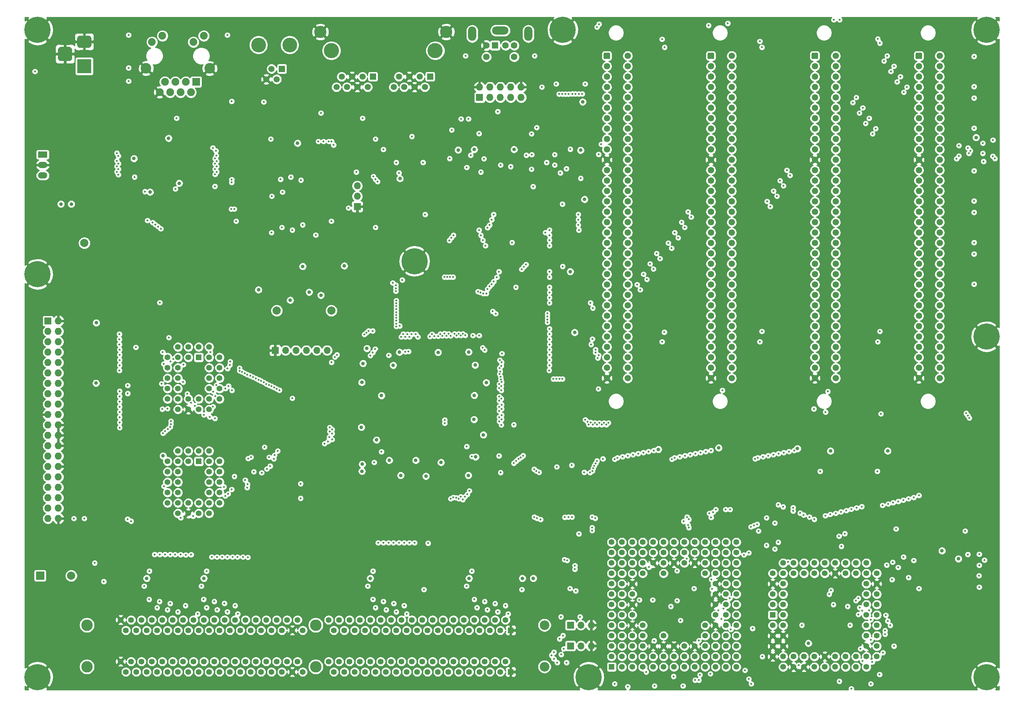
<source format=gbr>
G04 #@! TF.GenerationSoftware,KiCad,Pcbnew,5.1.5+dfsg1-2build2*
G04 #@! TF.CreationDate,2021-11-04T14:18:05+00:00*
G04 #@! TF.ProjectId,MAXI030,4d415849-3033-4302-9e6b-696361645f70,rev?*
G04 #@! TF.SameCoordinates,Original*
G04 #@! TF.FileFunction,Copper,L3,Inr*
G04 #@! TF.FilePolarity,Positive*
%FSLAX46Y46*%
G04 Gerber Fmt 4.6, Leading zero omitted, Abs format (unit mm)*
G04 Created by KiCad (PCBNEW 5.1.5+dfsg1-2build2) date 2021-11-04 14:18:05*
%MOMM*%
%LPD*%
G04 APERTURE LIST*
%ADD10C,1.397000*%
%ADD11C,2.336800*%
%ADD12R,1.397000X1.397000*%
%ADD13C,2.794000*%
%ADD14C,3.600000*%
%ADD15C,1.520000*%
%ADD16R,1.520000X1.520000*%
%ADD17C,6.400000*%
%ADD18C,2.000000*%
%ADD19O,1.700000X1.700000*%
%ADD20R,1.700000X1.700000*%
%ADD21C,1.550000*%
%ADD22C,0.100000*%
%ADD23R,1.900000X1.900000*%
%ADD24C,1.900000*%
%ADD25C,1.890000*%
%ADD26C,2.600000*%
%ADD27C,1.422400*%
%ADD28R,1.422400X1.422400*%
%ADD29O,2.300000X1.500000*%
%ADD30R,2.300000X1.500000*%
%ADD31R,2.000000X2.000000*%
%ADD32R,1.727200X1.727200*%
%ADD33O,1.727200X1.727200*%
%ADD34O,2.000000X3.500000*%
%ADD35R,1.600000X1.600000*%
%ADD36C,1.600000*%
%ADD37O,4.000000X2.000000*%
%ADD38C,3.000000*%
%ADD39C,1.501140*%
%ADD40R,1.501140X1.501140*%
%ADD41C,3.700000*%
%ADD42R,3.500000X3.500000*%
%ADD43C,0.914400*%
%ADD44C,0.508000*%
%ADD45C,0.254000*%
G04 APERTURE END LIST*
D10*
X-50800000Y75565000D03*
X-49530000Y73025000D03*
X-48260000Y75565000D03*
X-46990000Y73025000D03*
X-45720000Y75565000D03*
X-44450000Y73025000D03*
X-43180000Y75565000D03*
X-41910000Y73025000D03*
X-40640000Y75565000D03*
X-39370000Y73025000D03*
X-38100000Y75565000D03*
X-36830000Y73025000D03*
X-35560000Y75565000D03*
X-34290000Y73025000D03*
X-33020000Y75565000D03*
X-31750000Y73025000D03*
X-30480000Y75565000D03*
X-29210000Y73025000D03*
X-27940000Y75565000D03*
X-26670000Y73025000D03*
X-25400000Y75565000D03*
X-24130000Y73025000D03*
X-22860000Y75565000D03*
X-21590000Y73025000D03*
X-20320000Y75565000D03*
X5080000Y75565000D03*
X6350000Y73025000D03*
X36830000Y73025000D03*
X-6350000Y73025000D03*
X0Y75565000D03*
X1270000Y73025000D03*
X25400000Y75565000D03*
X34290000Y73025000D03*
D11*
X52705000Y74295000D03*
D12*
X44450000Y73025000D03*
D10*
X43180000Y75565000D03*
X41910000Y73025000D03*
X40640000Y75565000D03*
X38100000Y75565000D03*
X-19050000Y73025000D03*
X-17780000Y75565000D03*
X-16510000Y73025000D03*
X-15240000Y75565000D03*
X-13970000Y73025000D03*
X-12700000Y75565000D03*
X-11430000Y73025000D03*
X-10160000Y75565000D03*
X-8890000Y73025000D03*
X-7620000Y75565000D03*
D13*
X-3175000Y74295000D03*
X-59055000Y74295000D03*
D10*
X10160000Y75565000D03*
X11430000Y73025000D03*
X26670000Y73025000D03*
X33020000Y75565000D03*
X31750000Y73025000D03*
X20320000Y75565000D03*
X21590000Y73025000D03*
X30480000Y75565000D03*
X17780000Y75565000D03*
X19050000Y73025000D03*
X29210000Y73025000D03*
X15240000Y75565000D03*
X16510000Y73025000D03*
X27940000Y75565000D03*
X12700000Y75565000D03*
X13970000Y73025000D03*
X7620000Y75565000D03*
X8890000Y73025000D03*
X22860000Y75565000D03*
X24130000Y73025000D03*
X2540000Y75565000D03*
X3810000Y73025000D03*
X35560000Y75565000D03*
X39370000Y73025000D03*
D14*
X-17145000Y216027000D03*
D15*
X-15240000Y207645000D03*
X-13970000Y210185000D03*
X-12700000Y207645000D03*
D16*
X-11430000Y210185000D03*
D14*
X-9525000Y216027000D03*
D17*
X20955000Y163195000D03*
X-71120000Y160020000D03*
D18*
X-59690000Y167640000D03*
D19*
X-381000Y141414500D03*
X-2921000Y141414500D03*
X-5461000Y141414500D03*
X-8001000Y141414500D03*
X-10541000Y141414500D03*
D20*
X-13081000Y141414500D03*
D21*
X73025000Y134620000D03*
X73025000Y137160000D03*
X73025000Y139700000D03*
X73025000Y142240000D03*
X73025000Y144780000D03*
X73025000Y147320000D03*
X73025000Y149860000D03*
X73025000Y152400000D03*
X73025000Y154940000D03*
X73025000Y157480000D03*
X73025000Y160020000D03*
X73025000Y162560000D03*
X73025000Y165100000D03*
X73025000Y167640000D03*
X73025000Y170180000D03*
X73025000Y172720000D03*
X73025000Y175260000D03*
X73025000Y177800000D03*
X73025000Y180340000D03*
X73025000Y182880000D03*
X73025000Y185420000D03*
X73025000Y187960000D03*
X73025000Y190500000D03*
X73025000Y193040000D03*
X73025000Y195580000D03*
X73025000Y198120000D03*
X73025000Y200660000D03*
X73025000Y203200000D03*
X73025000Y205740000D03*
X73025000Y208280000D03*
X73025000Y210820000D03*
X73025000Y213360000D03*
X67945000Y134620000D03*
X67945000Y137160000D03*
X67945000Y139700000D03*
X67945000Y142240000D03*
X67945000Y144780000D03*
X67945000Y147320000D03*
X67945000Y149860000D03*
X67945000Y152400000D03*
X67945000Y154940000D03*
X67945000Y157480000D03*
X67945000Y160020000D03*
X67945000Y162560000D03*
X67945000Y165100000D03*
X67945000Y167640000D03*
X67945000Y170180000D03*
X67945000Y172720000D03*
X67945000Y175260000D03*
X67945000Y177800000D03*
X67945000Y180340000D03*
X67945000Y182880000D03*
X67945000Y185420000D03*
X67945000Y187960000D03*
X67945000Y190500000D03*
X67945000Y193040000D03*
X67945000Y195580000D03*
X67945000Y198120000D03*
X67945000Y200660000D03*
X67945000Y203200000D03*
X67945000Y205740000D03*
X67945000Y208280000D03*
X67945000Y210820000D03*
G04 #@! TA.AperFunction,ViaPad*
D22*
G36*
X68494505Y214133796D02*
G01*
X68518773Y214130196D01*
X68542572Y214124235D01*
X68565671Y214115970D01*
X68587850Y214105480D01*
X68608893Y214092868D01*
X68628599Y214078253D01*
X68646777Y214061777D01*
X68663253Y214043599D01*
X68677868Y214023893D01*
X68690480Y214002850D01*
X68700970Y213980671D01*
X68709235Y213957572D01*
X68715196Y213933773D01*
X68718796Y213909505D01*
X68720000Y213885001D01*
X68720000Y212834999D01*
X68718796Y212810495D01*
X68715196Y212786227D01*
X68709235Y212762428D01*
X68700970Y212739329D01*
X68690480Y212717150D01*
X68677868Y212696107D01*
X68663253Y212676401D01*
X68646777Y212658223D01*
X68628599Y212641747D01*
X68608893Y212627132D01*
X68587850Y212614520D01*
X68565671Y212604030D01*
X68542572Y212595765D01*
X68518773Y212589804D01*
X68494505Y212586204D01*
X68470001Y212585000D01*
X67419999Y212585000D01*
X67395495Y212586204D01*
X67371227Y212589804D01*
X67347428Y212595765D01*
X67324329Y212604030D01*
X67302150Y212614520D01*
X67281107Y212627132D01*
X67261401Y212641747D01*
X67243223Y212658223D01*
X67226747Y212676401D01*
X67212132Y212696107D01*
X67199520Y212717150D01*
X67189030Y212739329D01*
X67180765Y212762428D01*
X67174804Y212786227D01*
X67171204Y212810495D01*
X67170000Y212834999D01*
X67170000Y213885001D01*
X67171204Y213909505D01*
X67174804Y213933773D01*
X67180765Y213957572D01*
X67189030Y213980671D01*
X67199520Y214002850D01*
X67212132Y214023893D01*
X67226747Y214043599D01*
X67243223Y214061777D01*
X67261401Y214078253D01*
X67281107Y214092868D01*
X67302150Y214105480D01*
X67324329Y214115970D01*
X67347428Y214124235D01*
X67371227Y214130196D01*
X67395495Y214133796D01*
X67419999Y214135000D01*
X68470001Y214135000D01*
X68494505Y214133796D01*
G37*
G04 #@! TD.AperFunction*
D10*
X39370000Y62865000D03*
X35560000Y65405000D03*
X3810000Y62865000D03*
X2540000Y65405000D03*
X24130000Y62865000D03*
X22860000Y65405000D03*
X8890000Y62865000D03*
X7620000Y65405000D03*
X13970000Y62865000D03*
X12700000Y65405000D03*
X27940000Y65405000D03*
X16510000Y62865000D03*
X15240000Y65405000D03*
X29210000Y62865000D03*
X19050000Y62865000D03*
X17780000Y65405000D03*
X30480000Y65405000D03*
X21590000Y62865000D03*
X20320000Y65405000D03*
X31750000Y62865000D03*
X33020000Y65405000D03*
X26670000Y62865000D03*
X11430000Y62865000D03*
X10160000Y65405000D03*
D13*
X-59055000Y64135000D03*
X-3175000Y64135000D03*
D10*
X-7620000Y65405000D03*
X-8890000Y62865000D03*
X-10160000Y65405000D03*
X-11430000Y62865000D03*
X-12700000Y65405000D03*
X-13970000Y62865000D03*
X-15240000Y65405000D03*
X-16510000Y62865000D03*
X-17780000Y65405000D03*
X-19050000Y62865000D03*
X38100000Y65405000D03*
X40640000Y65405000D03*
X41910000Y62865000D03*
X43180000Y65405000D03*
D12*
X44450000Y62865000D03*
D11*
X52705000Y64135000D03*
D10*
X34290000Y62865000D03*
X25400000Y65405000D03*
X1270000Y62865000D03*
X0Y65405000D03*
X-6350000Y62865000D03*
X36830000Y62865000D03*
X6350000Y62865000D03*
X5080000Y65405000D03*
X-20320000Y65405000D03*
X-21590000Y62865000D03*
X-22860000Y65405000D03*
X-24130000Y62865000D03*
X-25400000Y65405000D03*
X-26670000Y62865000D03*
X-27940000Y65405000D03*
X-29210000Y62865000D03*
X-30480000Y65405000D03*
X-31750000Y62865000D03*
X-33020000Y65405000D03*
X-34290000Y62865000D03*
X-35560000Y65405000D03*
X-36830000Y62865000D03*
X-38100000Y65405000D03*
X-39370000Y62865000D03*
X-40640000Y65405000D03*
X-41910000Y62865000D03*
X-43180000Y65405000D03*
X-44450000Y62865000D03*
X-45720000Y65405000D03*
X-46990000Y62865000D03*
X-48260000Y65405000D03*
X-49530000Y62865000D03*
X-50800000Y65405000D03*
D21*
X149225000Y134620000D03*
X149225000Y137160000D03*
X149225000Y139700000D03*
X149225000Y142240000D03*
X149225000Y144780000D03*
X149225000Y147320000D03*
X149225000Y149860000D03*
X149225000Y152400000D03*
X149225000Y154940000D03*
X149225000Y157480000D03*
X149225000Y160020000D03*
X149225000Y162560000D03*
X149225000Y165100000D03*
X149225000Y167640000D03*
X149225000Y170180000D03*
X149225000Y172720000D03*
X149225000Y175260000D03*
X149225000Y177800000D03*
X149225000Y180340000D03*
X149225000Y182880000D03*
X149225000Y185420000D03*
X149225000Y187960000D03*
X149225000Y190500000D03*
X149225000Y193040000D03*
X149225000Y195580000D03*
X149225000Y198120000D03*
X149225000Y200660000D03*
X149225000Y203200000D03*
X149225000Y205740000D03*
X149225000Y208280000D03*
X149225000Y210820000D03*
X149225000Y213360000D03*
X144145000Y134620000D03*
X144145000Y137160000D03*
X144145000Y139700000D03*
X144145000Y142240000D03*
X144145000Y144780000D03*
X144145000Y147320000D03*
X144145000Y149860000D03*
X144145000Y152400000D03*
X144145000Y154940000D03*
X144145000Y157480000D03*
X144145000Y160020000D03*
X144145000Y162560000D03*
X144145000Y165100000D03*
X144145000Y167640000D03*
X144145000Y170180000D03*
X144145000Y172720000D03*
X144145000Y175260000D03*
X144145000Y177800000D03*
X144145000Y180340000D03*
X144145000Y182880000D03*
X144145000Y185420000D03*
X144145000Y187960000D03*
X144145000Y190500000D03*
X144145000Y193040000D03*
X144145000Y195580000D03*
X144145000Y198120000D03*
X144145000Y200660000D03*
X144145000Y203200000D03*
X144145000Y205740000D03*
X144145000Y208280000D03*
X144145000Y210820000D03*
G04 #@! TA.AperFunction,ViaPad*
D22*
G36*
X144694505Y214133796D02*
G01*
X144718773Y214130196D01*
X144742572Y214124235D01*
X144765671Y214115970D01*
X144787850Y214105480D01*
X144808893Y214092868D01*
X144828599Y214078253D01*
X144846777Y214061777D01*
X144863253Y214043599D01*
X144877868Y214023893D01*
X144890480Y214002850D01*
X144900970Y213980671D01*
X144909235Y213957572D01*
X144915196Y213933773D01*
X144918796Y213909505D01*
X144920000Y213885001D01*
X144920000Y212834999D01*
X144918796Y212810495D01*
X144915196Y212786227D01*
X144909235Y212762428D01*
X144900970Y212739329D01*
X144890480Y212717150D01*
X144877868Y212696107D01*
X144863253Y212676401D01*
X144846777Y212658223D01*
X144828599Y212641747D01*
X144808893Y212627132D01*
X144787850Y212614520D01*
X144765671Y212604030D01*
X144742572Y212595765D01*
X144718773Y212589804D01*
X144694505Y212586204D01*
X144670001Y212585000D01*
X143619999Y212585000D01*
X143595495Y212586204D01*
X143571227Y212589804D01*
X143547428Y212595765D01*
X143524329Y212604030D01*
X143502150Y212614520D01*
X143481107Y212627132D01*
X143461401Y212641747D01*
X143443223Y212658223D01*
X143426747Y212676401D01*
X143412132Y212696107D01*
X143399520Y212717150D01*
X143389030Y212739329D01*
X143380765Y212762428D01*
X143374804Y212786227D01*
X143371204Y212810495D01*
X143370000Y212834999D01*
X143370000Y213885001D01*
X143371204Y213909505D01*
X143374804Y213933773D01*
X143380765Y213957572D01*
X143389030Y213980671D01*
X143399520Y214002850D01*
X143412132Y214023893D01*
X143426747Y214043599D01*
X143443223Y214061777D01*
X143461401Y214078253D01*
X143481107Y214092868D01*
X143502150Y214105480D01*
X143524329Y214115970D01*
X143547428Y214124235D01*
X143571227Y214130196D01*
X143595495Y214133796D01*
X143619999Y214135000D01*
X144670001Y214135000D01*
X144694505Y214133796D01*
G37*
G04 #@! TD.AperFunction*
D23*
X-32385000Y207010000D03*
D24*
X-33655000Y204470000D03*
X-34925000Y207010000D03*
X-36195000Y204470000D03*
X-37465000Y207010000D03*
X-38735000Y204470000D03*
X-40005000Y207010000D03*
X-41275000Y204470000D03*
D25*
X-43155000Y216730000D03*
X-40615000Y218250000D03*
X-33045000Y216730000D03*
X-30505000Y218250000D03*
D26*
X-29055000Y210300000D03*
X-44605000Y210300000D03*
D27*
X110998000Y76771500D03*
X110998000Y74231500D03*
X110998000Y71691500D03*
X110998000Y69151500D03*
X110998000Y79311500D03*
X110998000Y81851500D03*
X110998000Y84391500D03*
X110998000Y86931500D03*
D28*
X108458000Y76771500D03*
D27*
X108458000Y74231500D03*
X108458000Y71691500D03*
X108458000Y69151500D03*
X108458000Y66611500D03*
X108458000Y79311500D03*
X108458000Y81851500D03*
X108458000Y84391500D03*
X110998000Y66611500D03*
X113538000Y66611500D03*
X116078000Y66611500D03*
X118618000Y66611500D03*
X121158000Y66611500D03*
X123698000Y66611500D03*
X126238000Y66611500D03*
X128778000Y66611500D03*
X110998000Y64071500D03*
X113538000Y64071500D03*
X116078000Y64071500D03*
X118618000Y64071500D03*
X121158000Y64071500D03*
X123698000Y64071500D03*
X126238000Y64071500D03*
X128778000Y64071500D03*
X131318000Y64071500D03*
X131318000Y66611500D03*
X131318000Y69151500D03*
X131318000Y71691500D03*
X131318000Y74231500D03*
X131318000Y76771500D03*
X131318000Y79311500D03*
X131318000Y81851500D03*
X131318000Y84391500D03*
X131318000Y89471500D03*
X133858000Y66611500D03*
X133858000Y69151500D03*
X133858000Y71691500D03*
X133858000Y74231500D03*
X133858000Y76771500D03*
X133858000Y79311500D03*
X133858000Y81851500D03*
X133858000Y84391500D03*
X133858000Y86931500D03*
X131318000Y86931500D03*
X128778000Y86931500D03*
X126238000Y86931500D03*
X123698000Y86931500D03*
X121158000Y86931500D03*
X118618000Y86931500D03*
X116078000Y86931500D03*
X113538000Y86931500D03*
X108458000Y86931500D03*
X128778000Y89471500D03*
X126238000Y89471500D03*
X123698000Y89471500D03*
X121158000Y89471500D03*
X118618000Y89471500D03*
X116078000Y89471500D03*
X113538000Y89471500D03*
X110998000Y89471500D03*
D10*
X81788000Y86931500D03*
X81788000Y71691500D03*
X91948000Y74231500D03*
X76708000Y74231500D03*
X91948000Y71691500D03*
X76708000Y71691500D03*
X76708000Y86931500D03*
X91948000Y86931500D03*
X76708000Y94551500D03*
X76708000Y92011500D03*
X76708000Y89471500D03*
X79248000Y94551500D03*
X79248000Y92011500D03*
X79248000Y89471500D03*
X81788000Y94551500D03*
X81788000Y92011500D03*
X81788000Y89471500D03*
X84328000Y94551500D03*
X84328000Y92011500D03*
X84328000Y89471500D03*
X86868000Y94551500D03*
X86868000Y92011500D03*
X86868000Y89471500D03*
X89408000Y94551500D03*
X89408000Y92011500D03*
X89408000Y89471500D03*
X91948000Y94551500D03*
X91948000Y92011500D03*
X91948000Y89471500D03*
X94488000Y94551500D03*
X94488000Y92011500D03*
X94488000Y89471500D03*
X94488000Y86931500D03*
X94488000Y84391500D03*
X94488000Y81851500D03*
X94488000Y79311500D03*
X94488000Y76771500D03*
X94488000Y74231500D03*
X94488000Y71691500D03*
X97028000Y94551500D03*
X97028000Y92011500D03*
X97028000Y89471500D03*
X97028000Y86931500D03*
X97028000Y84391500D03*
X97028000Y81851500D03*
X97028000Y79311500D03*
X97028000Y76771500D03*
X97028000Y74231500D03*
X97028000Y71691500D03*
X99568000Y94551500D03*
X99568000Y92011500D03*
X99568000Y89471500D03*
X99568000Y86931500D03*
X99568000Y84391500D03*
X99568000Y81851500D03*
X99568000Y79311500D03*
X99568000Y76771500D03*
X99568000Y74231500D03*
X99568000Y71691500D03*
X69088000Y94551500D03*
X69088000Y92011500D03*
X69088000Y89471500D03*
X69088000Y86931500D03*
X69088000Y84391500D03*
X69088000Y81851500D03*
X69088000Y79311500D03*
X69088000Y76771500D03*
X69088000Y74231500D03*
X69088000Y71691500D03*
X69088000Y69151500D03*
X69088000Y66611500D03*
D12*
X69088000Y64071500D03*
D10*
X71628000Y94551500D03*
X71628000Y92011500D03*
X71628000Y89471500D03*
X71628000Y86931500D03*
X71628000Y84391500D03*
X71628000Y81851500D03*
X71628000Y79311500D03*
X71628000Y76771500D03*
X71628000Y74231500D03*
X71628000Y71691500D03*
X71628000Y69151500D03*
X71628000Y66611500D03*
X71628000Y64071500D03*
X74168000Y94551500D03*
X74168000Y92011500D03*
X74168000Y89471500D03*
X74168000Y86931500D03*
X74168000Y84391500D03*
X74168000Y81851500D03*
X74168000Y79311500D03*
X74168000Y76771500D03*
X74168000Y74231500D03*
X74168000Y71691500D03*
X74168000Y69151500D03*
X74168000Y66611500D03*
X74168000Y64071500D03*
X76708000Y69151500D03*
X76708000Y66611500D03*
X76708000Y64071500D03*
X79248000Y69151500D03*
X79248000Y66611500D03*
X79248000Y64071500D03*
X81788000Y69151500D03*
X81788000Y66611500D03*
X81788000Y64071500D03*
X84328000Y69151500D03*
X84328000Y66611500D03*
X84328000Y64071500D03*
X86868000Y69151500D03*
X86868000Y66611500D03*
X86868000Y64071500D03*
X89408000Y69151500D03*
X89408000Y66611500D03*
X89408000Y64071500D03*
X91948000Y69151500D03*
X91948000Y66611500D03*
X91948000Y64071500D03*
X94488000Y69151500D03*
X94488000Y66611500D03*
X94488000Y64071500D03*
X97028000Y69151500D03*
X97028000Y66611500D03*
X97028000Y64071500D03*
X99568000Y69151500D03*
X99568000Y66611500D03*
X99568000Y64071500D03*
D17*
X63500000Y61595000D03*
X160655000Y144780000D03*
X-71120000Y61595000D03*
X160655000Y219710000D03*
X160655000Y61595000D03*
X57150000Y219710000D03*
X-71120000Y219710000D03*
D18*
X635000Y151130000D03*
X-12700000Y151130000D03*
D29*
X-69850000Y184150000D03*
X-69850000Y186690000D03*
D30*
X-69850000Y189230000D03*
D27*
X-26670000Y139700000D03*
X-26670000Y137160000D03*
X-26670000Y134620000D03*
X-26670000Y132080000D03*
X-29210000Y137160000D03*
X-29210000Y134620000D03*
X-29210000Y132080000D03*
X-29210000Y129540000D03*
X-29210000Y127000000D03*
X-31750000Y127000000D03*
X-34290000Y127000000D03*
X-36830000Y127000000D03*
X-26670000Y129540000D03*
X-31750000Y129540000D03*
X-34290000Y129540000D03*
X-36830000Y129540000D03*
X-39370000Y129540000D03*
X-39370000Y132080000D03*
X-39370000Y134620000D03*
X-39370000Y137160000D03*
X-39370000Y139700000D03*
X-36830000Y132080000D03*
X-36830000Y134620000D03*
X-36830000Y137160000D03*
X-36830000Y139700000D03*
X-29210000Y142240000D03*
X-31750000Y142240000D03*
X-36830000Y142240000D03*
X-34290000Y142240000D03*
X-29210000Y139700000D03*
X-34290000Y139700000D03*
D28*
X-31750000Y139700000D03*
D27*
X-26670000Y114300000D03*
X-26670000Y111760000D03*
X-26670000Y109220000D03*
X-26670000Y106680000D03*
X-29210000Y111760000D03*
X-29210000Y109220000D03*
X-29210000Y106680000D03*
X-29210000Y104140000D03*
X-29210000Y101600000D03*
X-31750000Y101600000D03*
X-34290000Y101600000D03*
X-36830000Y101600000D03*
X-26670000Y104140000D03*
X-31750000Y104140000D03*
X-34290000Y104140000D03*
X-36830000Y104140000D03*
X-39370000Y104140000D03*
X-39370000Y106680000D03*
X-39370000Y109220000D03*
X-39370000Y111760000D03*
X-39370000Y114300000D03*
X-36830000Y106680000D03*
X-36830000Y109220000D03*
X-36830000Y111760000D03*
X-36830000Y114300000D03*
X-29210000Y116840000D03*
X-31750000Y116840000D03*
X-36830000Y116840000D03*
X-34290000Y116840000D03*
X-29210000Y114300000D03*
X-34290000Y114300000D03*
D28*
X-31750000Y114300000D03*
D31*
X-70485000Y86360000D03*
D18*
X-62885000Y86360000D03*
D32*
X36830000Y203200000D03*
D33*
X36830000Y205740000D03*
X39370000Y203200000D03*
X39370000Y205740000D03*
X41910000Y203200000D03*
X41910000Y205740000D03*
X44450000Y203200000D03*
X44450000Y205740000D03*
X46990000Y203200000D03*
X46990000Y205740000D03*
D32*
X-68580000Y148590000D03*
D33*
X-66040000Y148590000D03*
X-68580000Y146050000D03*
X-66040000Y146050000D03*
X-68580000Y143510000D03*
X-66040000Y143510000D03*
X-68580000Y140970000D03*
X-66040000Y140970000D03*
X-68580000Y138430000D03*
X-66040000Y138430000D03*
X-68580000Y135890000D03*
X-66040000Y135890000D03*
X-68580000Y133350000D03*
X-66040000Y133350000D03*
X-68580000Y130810000D03*
X-66040000Y130810000D03*
X-68580000Y128270000D03*
X-66040000Y128270000D03*
X-68580000Y125730000D03*
X-66040000Y125730000D03*
X-68580000Y123190000D03*
X-66040000Y123190000D03*
X-68580000Y120650000D03*
X-66040000Y120650000D03*
X-68580000Y118110000D03*
X-66040000Y118110000D03*
X-68580000Y115570000D03*
X-66040000Y115570000D03*
X-68580000Y113030000D03*
X-66040000Y113030000D03*
X-68580000Y110490000D03*
X-66040000Y110490000D03*
X-68580000Y107950000D03*
X-66040000Y107950000D03*
X-68580000Y105410000D03*
X-66040000Y105410000D03*
X-68580000Y102870000D03*
X-66040000Y102870000D03*
X-68580000Y100330000D03*
X-66040000Y100330000D03*
D19*
X6985000Y181610000D03*
X6985000Y179070000D03*
D20*
X6985000Y176530000D03*
D21*
X123825000Y134620000D03*
X123825000Y137160000D03*
X123825000Y139700000D03*
X123825000Y142240000D03*
X123825000Y144780000D03*
X123825000Y147320000D03*
X123825000Y149860000D03*
X123825000Y152400000D03*
X123825000Y154940000D03*
X123825000Y157480000D03*
X123825000Y160020000D03*
X123825000Y162560000D03*
X123825000Y165100000D03*
X123825000Y167640000D03*
X123825000Y170180000D03*
X123825000Y172720000D03*
X123825000Y175260000D03*
X123825000Y177800000D03*
X123825000Y180340000D03*
X123825000Y182880000D03*
X123825000Y185420000D03*
X123825000Y187960000D03*
X123825000Y190500000D03*
X123825000Y193040000D03*
X123825000Y195580000D03*
X123825000Y198120000D03*
X123825000Y200660000D03*
X123825000Y203200000D03*
X123825000Y205740000D03*
X123825000Y208280000D03*
X123825000Y210820000D03*
X123825000Y213360000D03*
X118745000Y134620000D03*
X118745000Y137160000D03*
X118745000Y139700000D03*
X118745000Y142240000D03*
X118745000Y144780000D03*
X118745000Y147320000D03*
X118745000Y149860000D03*
X118745000Y152400000D03*
X118745000Y154940000D03*
X118745000Y157480000D03*
X118745000Y160020000D03*
X118745000Y162560000D03*
X118745000Y165100000D03*
X118745000Y167640000D03*
X118745000Y170180000D03*
X118745000Y172720000D03*
X118745000Y175260000D03*
X118745000Y177800000D03*
X118745000Y180340000D03*
X118745000Y182880000D03*
X118745000Y185420000D03*
X118745000Y187960000D03*
X118745000Y190500000D03*
X118745000Y193040000D03*
X118745000Y195580000D03*
X118745000Y198120000D03*
X118745000Y200660000D03*
X118745000Y203200000D03*
X118745000Y205740000D03*
X118745000Y208280000D03*
X118745000Y210820000D03*
G04 #@! TA.AperFunction,ViaPad*
D22*
G36*
X119294505Y214133796D02*
G01*
X119318773Y214130196D01*
X119342572Y214124235D01*
X119365671Y214115970D01*
X119387850Y214105480D01*
X119408893Y214092868D01*
X119428599Y214078253D01*
X119446777Y214061777D01*
X119463253Y214043599D01*
X119477868Y214023893D01*
X119490480Y214002850D01*
X119500970Y213980671D01*
X119509235Y213957572D01*
X119515196Y213933773D01*
X119518796Y213909505D01*
X119520000Y213885001D01*
X119520000Y212834999D01*
X119518796Y212810495D01*
X119515196Y212786227D01*
X119509235Y212762428D01*
X119500970Y212739329D01*
X119490480Y212717150D01*
X119477868Y212696107D01*
X119463253Y212676401D01*
X119446777Y212658223D01*
X119428599Y212641747D01*
X119408893Y212627132D01*
X119387850Y212614520D01*
X119365671Y212604030D01*
X119342572Y212595765D01*
X119318773Y212589804D01*
X119294505Y212586204D01*
X119270001Y212585000D01*
X118219999Y212585000D01*
X118195495Y212586204D01*
X118171227Y212589804D01*
X118147428Y212595765D01*
X118124329Y212604030D01*
X118102150Y212614520D01*
X118081107Y212627132D01*
X118061401Y212641747D01*
X118043223Y212658223D01*
X118026747Y212676401D01*
X118012132Y212696107D01*
X117999520Y212717150D01*
X117989030Y212739329D01*
X117980765Y212762428D01*
X117974804Y212786227D01*
X117971204Y212810495D01*
X117970000Y212834999D01*
X117970000Y213885001D01*
X117971204Y213909505D01*
X117974804Y213933773D01*
X117980765Y213957572D01*
X117989030Y213980671D01*
X117999520Y214002850D01*
X118012132Y214023893D01*
X118026747Y214043599D01*
X118043223Y214061777D01*
X118061401Y214078253D01*
X118081107Y214092868D01*
X118102150Y214105480D01*
X118124329Y214115970D01*
X118147428Y214124235D01*
X118171227Y214130196D01*
X118195495Y214133796D01*
X118219999Y214135000D01*
X119270001Y214135000D01*
X119294505Y214133796D01*
G37*
G04 #@! TD.AperFunction*
D21*
X98425000Y134620000D03*
X98425000Y137160000D03*
X98425000Y139700000D03*
X98425000Y142240000D03*
X98425000Y144780000D03*
X98425000Y147320000D03*
X98425000Y149860000D03*
X98425000Y152400000D03*
X98425000Y154940000D03*
X98425000Y157480000D03*
X98425000Y160020000D03*
X98425000Y162560000D03*
X98425000Y165100000D03*
X98425000Y167640000D03*
X98425000Y170180000D03*
X98425000Y172720000D03*
X98425000Y175260000D03*
X98425000Y177800000D03*
X98425000Y180340000D03*
X98425000Y182880000D03*
X98425000Y185420000D03*
X98425000Y187960000D03*
X98425000Y190500000D03*
X98425000Y193040000D03*
X98425000Y195580000D03*
X98425000Y198120000D03*
X98425000Y200660000D03*
X98425000Y203200000D03*
X98425000Y205740000D03*
X98425000Y208280000D03*
X98425000Y210820000D03*
X98425000Y213360000D03*
X93345000Y134620000D03*
X93345000Y137160000D03*
X93345000Y139700000D03*
X93345000Y142240000D03*
X93345000Y144780000D03*
X93345000Y147320000D03*
X93345000Y149860000D03*
X93345000Y152400000D03*
X93345000Y154940000D03*
X93345000Y157480000D03*
X93345000Y160020000D03*
X93345000Y162560000D03*
X93345000Y165100000D03*
X93345000Y167640000D03*
X93345000Y170180000D03*
X93345000Y172720000D03*
X93345000Y175260000D03*
X93345000Y177800000D03*
X93345000Y180340000D03*
X93345000Y182880000D03*
X93345000Y185420000D03*
X93345000Y187960000D03*
X93345000Y190500000D03*
X93345000Y193040000D03*
X93345000Y195580000D03*
X93345000Y198120000D03*
X93345000Y200660000D03*
X93345000Y203200000D03*
X93345000Y205740000D03*
X93345000Y208280000D03*
X93345000Y210820000D03*
G04 #@! TA.AperFunction,ViaPad*
D22*
G36*
X93894505Y214133796D02*
G01*
X93918773Y214130196D01*
X93942572Y214124235D01*
X93965671Y214115970D01*
X93987850Y214105480D01*
X94008893Y214092868D01*
X94028599Y214078253D01*
X94046777Y214061777D01*
X94063253Y214043599D01*
X94077868Y214023893D01*
X94090480Y214002850D01*
X94100970Y213980671D01*
X94109235Y213957572D01*
X94115196Y213933773D01*
X94118796Y213909505D01*
X94120000Y213885001D01*
X94120000Y212834999D01*
X94118796Y212810495D01*
X94115196Y212786227D01*
X94109235Y212762428D01*
X94100970Y212739329D01*
X94090480Y212717150D01*
X94077868Y212696107D01*
X94063253Y212676401D01*
X94046777Y212658223D01*
X94028599Y212641747D01*
X94008893Y212627132D01*
X93987850Y212614520D01*
X93965671Y212604030D01*
X93942572Y212595765D01*
X93918773Y212589804D01*
X93894505Y212586204D01*
X93870001Y212585000D01*
X92819999Y212585000D01*
X92795495Y212586204D01*
X92771227Y212589804D01*
X92747428Y212595765D01*
X92724329Y212604030D01*
X92702150Y212614520D01*
X92681107Y212627132D01*
X92661401Y212641747D01*
X92643223Y212658223D01*
X92626747Y212676401D01*
X92612132Y212696107D01*
X92599520Y212717150D01*
X92589030Y212739329D01*
X92580765Y212762428D01*
X92574804Y212786227D01*
X92571204Y212810495D01*
X92570000Y212834999D01*
X92570000Y213885001D01*
X92571204Y213909505D01*
X92574804Y213933773D01*
X92580765Y213957572D01*
X92589030Y213980671D01*
X92599520Y214002850D01*
X92612132Y214023893D01*
X92626747Y214043599D01*
X92643223Y214061777D01*
X92661401Y214078253D01*
X92681107Y214092868D01*
X92702150Y214105480D01*
X92724329Y214115970D01*
X92747428Y214124235D01*
X92771227Y214130196D01*
X92795495Y214133796D01*
X92819999Y214135000D01*
X93870001Y214135000D01*
X93894505Y214133796D01*
G37*
G04 #@! TD.AperFunction*
D34*
X48760000Y218750000D03*
X35060000Y218750000D03*
D35*
X40610000Y215900000D03*
D36*
X43210000Y215900000D03*
X38510000Y215900000D03*
X45310000Y215900000D03*
X38510000Y213100000D03*
X45310000Y213100000D03*
D37*
X41910000Y219550000D03*
D19*
X64135000Y74295000D03*
X61595000Y74295000D03*
D20*
X59055000Y74295000D03*
D19*
X64135000Y69215000D03*
X61595000Y69215000D03*
D20*
X59055000Y69215000D03*
D38*
X-2045000Y219200000D03*
D39*
X1905000Y205740000D03*
X3175000Y208280000D03*
X4445000Y205740000D03*
X5715000Y208280000D03*
X6985000Y205740000D03*
X8255000Y208280000D03*
X9525000Y205740000D03*
D40*
X10795000Y208280000D03*
D41*
X650000Y214630000D03*
X26020000Y214630000D03*
D40*
X24765000Y208280000D03*
D39*
X23495000Y205740000D03*
X22225000Y208280000D03*
X20955000Y205740000D03*
X19685000Y208280000D03*
X18415000Y205740000D03*
X17145000Y208280000D03*
X15875000Y205740000D03*
D38*
X28715000Y219200000D03*
G04 #@! TA.AperFunction,ViaPad*
D22*
G36*
X-63429235Y215565787D02*
G01*
X-63344296Y215553187D01*
X-63261001Y215532323D01*
X-63180152Y215503395D01*
X-63102528Y215466681D01*
X-63028876Y215422536D01*
X-62959906Y215371384D01*
X-62896282Y215313718D01*
X-62838616Y215250094D01*
X-62787464Y215181124D01*
X-62743319Y215107472D01*
X-62706605Y215029848D01*
X-62677677Y214948999D01*
X-62656813Y214865704D01*
X-62644213Y214780765D01*
X-62640000Y214695000D01*
X-62640000Y212945000D01*
X-62644213Y212859235D01*
X-62656813Y212774296D01*
X-62677677Y212691001D01*
X-62706605Y212610152D01*
X-62743319Y212532528D01*
X-62787464Y212458876D01*
X-62838616Y212389906D01*
X-62896282Y212326282D01*
X-62959906Y212268616D01*
X-63028876Y212217464D01*
X-63102528Y212173319D01*
X-63180152Y212136605D01*
X-63261001Y212107677D01*
X-63344296Y212086813D01*
X-63429235Y212074213D01*
X-63515000Y212070000D01*
X-65265000Y212070000D01*
X-65350765Y212074213D01*
X-65435704Y212086813D01*
X-65518999Y212107677D01*
X-65599848Y212136605D01*
X-65677472Y212173319D01*
X-65751124Y212217464D01*
X-65820094Y212268616D01*
X-65883718Y212326282D01*
X-65941384Y212389906D01*
X-65992536Y212458876D01*
X-66036681Y212532528D01*
X-66073395Y212610152D01*
X-66102323Y212691001D01*
X-66123187Y212774296D01*
X-66135787Y212859235D01*
X-66140000Y212945000D01*
X-66140000Y214695000D01*
X-66135787Y214780765D01*
X-66123187Y214865704D01*
X-66102323Y214948999D01*
X-66073395Y215029848D01*
X-66036681Y215107472D01*
X-65992536Y215181124D01*
X-65941384Y215250094D01*
X-65883718Y215313718D01*
X-65820094Y215371384D01*
X-65751124Y215422536D01*
X-65677472Y215466681D01*
X-65599848Y215503395D01*
X-65518999Y215532323D01*
X-65435704Y215553187D01*
X-65350765Y215565787D01*
X-65265000Y215570000D01*
X-63515000Y215570000D01*
X-63429235Y215565787D01*
G37*
G04 #@! TD.AperFunction*
G04 #@! TA.AperFunction,ViaPad*
G36*
X-58616487Y218316389D02*
G01*
X-58543682Y218305589D01*
X-58472286Y218287705D01*
X-58402987Y218262910D01*
X-58336452Y218231441D01*
X-58273322Y218193602D01*
X-58214205Y218149758D01*
X-58159670Y218100330D01*
X-58110242Y218045795D01*
X-58066398Y217986678D01*
X-58028559Y217923548D01*
X-57997090Y217857013D01*
X-57972295Y217787714D01*
X-57954411Y217716318D01*
X-57943611Y217643513D01*
X-57940000Y217570000D01*
X-57940000Y216070000D01*
X-57943611Y215996487D01*
X-57954411Y215923682D01*
X-57972295Y215852286D01*
X-57997090Y215782987D01*
X-58028559Y215716452D01*
X-58066398Y215653322D01*
X-58110242Y215594205D01*
X-58159670Y215539670D01*
X-58214205Y215490242D01*
X-58273322Y215446398D01*
X-58336452Y215408559D01*
X-58402987Y215377090D01*
X-58472286Y215352295D01*
X-58543682Y215334411D01*
X-58616487Y215323611D01*
X-58690000Y215320000D01*
X-60690000Y215320000D01*
X-60763513Y215323611D01*
X-60836318Y215334411D01*
X-60907714Y215352295D01*
X-60977013Y215377090D01*
X-61043548Y215408559D01*
X-61106678Y215446398D01*
X-61165795Y215490242D01*
X-61220330Y215539670D01*
X-61269758Y215594205D01*
X-61313602Y215653322D01*
X-61351441Y215716452D01*
X-61382910Y215782987D01*
X-61407705Y215852286D01*
X-61425589Y215923682D01*
X-61436389Y215996487D01*
X-61440000Y216070000D01*
X-61440000Y217570000D01*
X-61436389Y217643513D01*
X-61425589Y217716318D01*
X-61407705Y217787714D01*
X-61382910Y217857013D01*
X-61351441Y217923548D01*
X-61313602Y217986678D01*
X-61269758Y218045795D01*
X-61220330Y218100330D01*
X-61165795Y218149758D01*
X-61106678Y218193602D01*
X-61043548Y218231441D01*
X-60977013Y218262910D01*
X-60907714Y218287705D01*
X-60836318Y218305589D01*
X-60763513Y218316389D01*
X-60690000Y218320000D01*
X-58690000Y218320000D01*
X-58616487Y218316389D01*
G37*
G04 #@! TD.AperFunction*
D42*
X-59690000Y210820000D03*
D43*
X80518000Y117221000D03*
D44*
X69850000Y114808000D03*
X83820000Y114808000D03*
D43*
X114490500Y117411500D03*
D44*
X115570000Y74295000D03*
D43*
X122555000Y116840000D03*
X136525000Y116840000D03*
D44*
X104140000Y114935000D03*
D43*
X153797000Y90487500D03*
X149796500Y92456000D03*
D44*
X158877000Y91630500D03*
X-48895000Y218440000D03*
X-24765000Y218440000D03*
X33401000Y213360000D03*
X50292000Y213360000D03*
D43*
X-17145000Y156210000D03*
X61531500Y190309500D03*
D44*
X56578500Y184785000D03*
X61531500Y183451500D03*
D43*
X17399000Y183388000D03*
D44*
X-59690000Y100330000D03*
D43*
X-56769000Y148145500D03*
X-56832500Y133413500D03*
X-47561500Y188277500D03*
X-39116000Y193230500D03*
D44*
X-27813000Y181483000D03*
X-37147500Y198120000D03*
D43*
X-40449500Y115633500D03*
X10160000Y85725000D03*
X-30480000Y85725000D03*
X-44450000Y85725000D03*
D44*
X-48895000Y207200500D03*
X53911500Y146685000D03*
X23558500Y174625000D03*
X62611000Y206502000D03*
X55562500Y206502000D03*
D43*
X-7620000Y192024000D03*
X-36512500Y182245000D03*
X-43624500Y180086000D03*
D44*
X157607000Y175133000D03*
X157607000Y157607000D03*
X157607000Y164973000D03*
X157607000Y167767000D03*
X157607000Y185293000D03*
X157607000Y177927000D03*
X157607000Y203073000D03*
X157607000Y195707000D03*
X157607000Y213233000D03*
X157607000Y205867000D03*
X79565500Y59436000D03*
X86550500Y59436000D03*
D43*
X58991500Y160655000D03*
X62039500Y202120500D03*
D44*
X159956500Y187579000D03*
D43*
X158115000Y193421000D03*
D44*
X153924000Y191452500D03*
X156337000Y189547500D03*
D43*
X60071000Y145796000D03*
D44*
X57086500Y177165000D03*
X57150000Y161925000D03*
X105918000Y66611500D03*
X83566000Y78867000D03*
X159766000Y189547500D03*
D43*
X117157500Y69850000D03*
D44*
X90424000Y60858400D03*
X-1905000Y199390000D03*
D43*
X62484000Y178308000D03*
D44*
X-37465000Y180848000D03*
D43*
X95250000Y117602000D03*
X-65405000Y177165000D03*
X-62865000Y177165000D03*
D44*
X-71755000Y209550000D03*
D43*
X-4762500Y155638500D03*
X-9398000Y153670000D03*
D44*
X69850000Y59944000D03*
X79121000Y80454500D03*
D43*
X34290000Y85725000D03*
X47307500Y85725000D03*
X49974500Y85725000D03*
D44*
X158877000Y83566000D03*
X158813500Y86360000D03*
X158880000Y88897000D03*
X6731000Y184975500D03*
X-57150000Y89471500D03*
X-62230000Y100330000D03*
X16510000Y187325000D03*
X20320000Y193675000D03*
X13335000Y190500000D03*
X17145000Y184785000D03*
X135636000Y212090000D03*
X137287000Y209550000D03*
X138811000Y207010000D03*
X140462000Y204470000D03*
X128016000Y201930000D03*
X129603500Y199390000D03*
X131127500Y196850000D03*
X132842000Y194310000D03*
X66040000Y221107000D03*
X156718000Y190182500D03*
X65532000Y220408500D03*
X156146500Y190881000D03*
X112649000Y184150000D03*
X111061500Y181610000D03*
X109474000Y179070000D03*
X107823000Y176530000D03*
X88519000Y173990000D03*
X86931500Y171450000D03*
X85344000Y168910000D03*
X83756500Y166370000D03*
X80899000Y163830000D03*
X79311500Y161290000D03*
X77724000Y158750000D03*
X76073000Y156210000D03*
X53403500Y148272500D03*
X59499500Y204089000D03*
X81978500Y145859500D03*
X82042000Y215455500D03*
X56261000Y204025500D03*
X81407000Y143510000D03*
X81407000Y217424000D03*
X136398000Y213360000D03*
X138049000Y210820000D03*
X139636500Y208280000D03*
X141224000Y205740000D03*
X128841500Y203200000D03*
X130429000Y200660000D03*
X132016500Y198120000D03*
X133604000Y195580000D03*
X64516000Y151765000D03*
X66548000Y191770000D03*
X63944500Y153035000D03*
X65913000Y189293500D03*
X111887000Y185420000D03*
X110236000Y182880000D03*
X108648500Y180340000D03*
X107061000Y177800000D03*
X87757000Y175260000D03*
X86169500Y172720000D03*
X84518500Y170180000D03*
X82931000Y167640000D03*
X80073500Y165100000D03*
X78486000Y162560000D03*
X76898500Y160020000D03*
X75311000Y157480000D03*
X153352500Y188214000D03*
X92773500Y220789500D03*
X153924000Y188912500D03*
X97472500Y221297500D03*
X53403500Y148971000D03*
X60261500Y204089000D03*
X105791000Y146050000D03*
X105791000Y215455500D03*
X57086500Y204025500D03*
X105283000Y143510000D03*
X105283000Y216916000D03*
X65913000Y140208000D03*
X65722500Y139573000D03*
X123380500Y222186500D03*
X162179000Y188849000D03*
X124777500Y222186500D03*
X162687000Y188277500D03*
X53403500Y149733000D03*
X61087000Y204089000D03*
X134620000Y146050000D03*
X134620000Y216471500D03*
X134112000Y143510000D03*
X57848500Y204025500D03*
X134112000Y217487500D03*
X65151000Y141605000D03*
X65151000Y140906500D03*
X53403500Y150431500D03*
X61912500Y204089000D03*
X58610500Y204025500D03*
X64389000Y144208500D03*
X64071500Y142875000D03*
X85915500Y75438000D03*
X-28321000Y190881000D03*
X-27559000Y190182500D03*
X112204500Y89725500D03*
X45720000Y156845000D03*
X58039000Y185801000D03*
X55181500Y186690000D03*
X-6858000Y108839000D03*
X-6858000Y105283000D03*
X45212000Y123253500D03*
X57594500Y90297000D03*
X41592500Y115633500D03*
X49911000Y181419500D03*
X53911500Y156845000D03*
X34137600Y197967600D03*
X12890500Y116649500D03*
X33718500Y117919500D03*
X44450000Y186309000D03*
X29527500Y188277500D03*
X37592000Y142049500D03*
X49530000Y185674000D03*
X37147500Y184975500D03*
X11366500Y141732000D03*
X104965500Y97282000D03*
X28765500Y144970500D03*
X66992500Y114935000D03*
X68326000Y123698000D03*
X51752500Y100076000D03*
X103505000Y73469500D03*
X47498000Y115697000D03*
X58991500Y190563500D03*
X47117000Y161226500D03*
X55181500Y189230000D03*
X53213000Y187325000D03*
X16510000Y152209500D03*
X-45085000Y83820000D03*
X-31115000Y83820000D03*
X9525000Y83820000D03*
X33655000Y83820000D03*
X27749500Y144970500D03*
X159766000Y192024000D03*
X156083000Y125476000D03*
X162242500Y192786000D03*
X156464000Y124904500D03*
X28257500Y145542000D03*
X156083000Y91567000D03*
X160147000Y90170000D03*
X155702000Y126047500D03*
X25781000Y144907000D03*
X25245000Y145387000D03*
X40767000Y150368000D03*
X-29083000Y125158500D03*
X-40259000Y108204000D03*
X118491000Y127127000D03*
X-8890000Y129730500D03*
X-49085500Y130873500D03*
X133985000Y111887000D03*
X120015000Y111887000D03*
X41592500Y160655000D03*
X28321000Y124409200D03*
X53911500Y160655000D03*
X40068500Y150939500D03*
X-27813000Y124777500D03*
X-40538400Y140970000D03*
X41084500Y159258000D03*
X28321000Y123634500D03*
X24745000Y144823500D03*
X53911500Y159321500D03*
X111125000Y116459000D03*
X41719500Y137096500D03*
X-24130000Y137858500D03*
X-1270000Y192468500D03*
X-42989500Y172656500D03*
X126047500Y96647000D03*
X-25273000Y105854500D03*
X-38608000Y138684000D03*
X-40322500Y138112500D03*
X-41656000Y171640500D03*
X698500Y192468500D03*
X108585000Y115951000D03*
X-23685500Y107442000D03*
X41719500Y135636000D03*
X-21780500Y136398000D03*
X124650500Y96012000D03*
X125222000Y93535500D03*
X109855000Y116205000D03*
X41910000Y136271000D03*
X-35496500Y137922000D03*
X-24701500Y136969500D03*
X-25590500Y108077000D03*
X-42354500Y172148500D03*
X0Y192468500D03*
X-21780500Y137096500D03*
X132397500Y59944000D03*
X103187500Y59944000D03*
X58547000Y100711000D03*
X84220050Y61766450D03*
X63817500Y111569500D03*
X50736500Y111950500D03*
X33337500Y145097500D03*
X104648000Y98933000D03*
X64008000Y123825000D03*
X134556500Y62230000D03*
X102616000Y61150500D03*
X64516000Y123253500D03*
X103886000Y98615500D03*
X32766000Y145478500D03*
X57658000Y100647500D03*
X64389000Y111950500D03*
X50165000Y112395000D03*
X58229500Y90106500D03*
X87439500Y90487500D03*
X61404500Y76327000D03*
X56769000Y67119500D03*
X56705500Y76327000D03*
X41783000Y139001500D03*
X63500000Y123317000D03*
X65087500Y100393500D03*
X87947500Y100139500D03*
X31750000Y145478500D03*
X65532000Y123253500D03*
X78232000Y88455500D03*
X60134500Y88836500D03*
X64833500Y113220500D03*
X45783500Y114363500D03*
X64325500Y100711000D03*
X87503000Y100711000D03*
X63246000Y123952000D03*
X36766500Y145034000D03*
X35242500Y145034000D03*
X62420500Y111633000D03*
X86677500Y99631500D03*
X59436000Y100711000D03*
X62674500Y124460000D03*
X51371500Y111633000D03*
X55689500Y112966500D03*
X41973500Y111569500D03*
X30035500Y195262500D03*
X41973500Y186690000D03*
X114808000Y64516000D03*
X113665000Y116967000D03*
X-3175000Y169608500D03*
X42227500Y138493500D03*
X44767500Y167767000D03*
X127635000Y58737500D03*
X112395000Y116713000D03*
X42164000Y137604500D03*
X-24066500Y138684000D03*
X-2540000Y192468500D03*
X-44259500Y173164500D03*
X-24574500Y106362500D03*
X-37973000Y139319000D03*
X73025000Y59245500D03*
X-8890000Y170815000D03*
X29972000Y168910000D03*
X-13906500Y179070000D03*
X11938000Y182626000D03*
X57404000Y68516500D03*
X14668500Y140208000D03*
X53911500Y155575000D03*
X121285000Y101028500D03*
X122237500Y81851500D03*
X132016500Y77914500D03*
X-42545000Y91567000D03*
X254000Y122618500D03*
X-51117500Y145415000D03*
X-39370000Y127190500D03*
X-27749500Y184404000D03*
X135890000Y72961500D03*
X-41275000Y91567000D03*
X122491500Y101346000D03*
X122682000Y82804000D03*
X825500Y122110500D03*
X-40640000Y127063500D03*
X-51117500Y144145000D03*
X-27368500Y185039000D03*
X129857500Y68516500D03*
X-40005000Y91567000D03*
X123825000Y101600000D03*
X123253500Y79311500D03*
X254000Y121602500D03*
X-51117500Y142875000D03*
X-27749500Y185674000D03*
X-38544500Y124142500D03*
X23050500Y187325000D03*
X-11747500Y183197500D03*
X132778500Y65278000D03*
X130175000Y103251000D03*
X137160000Y74231500D03*
X-33591500Y91503500D03*
X-51117500Y136525000D03*
X-27432000Y188976000D03*
X-1013000Y118615000D03*
X-40449500Y121158000D03*
X132397500Y70675500D03*
X-34925000Y91440000D03*
X128905000Y102933500D03*
X136525000Y75311000D03*
X-51054000Y137795000D03*
X-190500Y119126000D03*
X-27749500Y188277500D03*
X-39941500Y121666000D03*
X-36195000Y91503500D03*
X127635000Y102616000D03*
X136080500Y76708000D03*
X825500Y119634000D03*
X-27368500Y187642500D03*
X-51054000Y139065000D03*
X135382000Y67564000D03*
X-39306500Y122174000D03*
X130365500Y65532000D03*
X-37528500Y91535250D03*
X126428500Y102298500D03*
X129349500Y76898500D03*
X-51054000Y140335000D03*
X-27749500Y187007500D03*
X-38735000Y122682000D03*
X127000Y120205500D03*
X135890000Y72072500D03*
X-38735000Y91567000D03*
X125095000Y101981000D03*
X126746000Y78867000D03*
X825500Y121094500D03*
X-27368500Y186372500D03*
X-51054000Y141605000D03*
X-38544500Y123380500D03*
X132397500Y75628500D03*
X144145000Y105981500D03*
X144145000Y83248500D03*
X-51752500Y189611000D03*
X-51054000Y122555000D03*
X33845500Y106235500D03*
X129667000Y78549500D03*
X142875000Y105473500D03*
X142875000Y90106500D03*
X-51054000Y123825000D03*
X-51371500Y188912500D03*
X33274000Y105664000D03*
X130302000Y77851000D03*
X32766000Y104965500D03*
X141605000Y105156000D03*
X141605000Y85915500D03*
X-51054000Y125095000D03*
X-51752500Y187706000D03*
X129349500Y80835500D03*
X140335000Y104838500D03*
X140398500Y90932000D03*
X-51054000Y126365000D03*
X-51371500Y187007500D03*
X32245000Y105664000D03*
X128778000Y80264000D03*
X31750000Y105156000D03*
X139128500Y104521000D03*
X-33147000Y100901500D03*
X-51054000Y127635000D03*
X-51752500Y186372500D03*
X139065000Y88392000D03*
X137858500Y104203500D03*
X-36131500Y100520500D03*
X-51054000Y128905000D03*
X102616000Y91948000D03*
X137731500Y89662000D03*
X-51371500Y185674000D03*
X31115000Y105410000D03*
X98234500Y73279000D03*
X127317500Y74295000D03*
X136652000Y103886000D03*
X137604500Y85407500D03*
X-51054000Y130175000D03*
X-51752500Y185039000D03*
X30416500Y105473500D03*
X29781500Y105156000D03*
X135255000Y103568500D03*
X-51054000Y131445000D03*
X136271000Y88963500D03*
X-51371500Y184340500D03*
X101409500Y91440000D03*
X-19748500Y90868500D03*
X118618000Y100139500D03*
X-20955000Y90932000D03*
X117411500Y100711000D03*
X-22288500Y90932000D03*
X116014500Y101219000D03*
X-23495000Y90932000D03*
X115125500Y101663500D03*
X-24765000Y90932000D03*
X113411000Y102171500D03*
X-26035000Y90932000D03*
X113411000Y102997000D03*
X-27305000Y90932000D03*
X110998000Y103187500D03*
X109791500Y94551500D03*
X-28575000Y90932000D03*
X109791500Y103695500D03*
X20955000Y94424500D03*
X93408500Y100584000D03*
X93472000Y85471000D03*
X97967800Y80848200D03*
X19685000Y94424500D03*
X98044000Y102552500D03*
X18415000Y94424500D03*
X92964000Y101600000D03*
X93662500Y83121500D03*
X95123000Y77914500D03*
X17145000Y94424500D03*
X93853000Y101854000D03*
X96456500Y78295500D03*
X15811500Y94424500D03*
X96964500Y102552500D03*
X95885000Y75755500D03*
X14605000Y94424500D03*
X94551500Y102552500D03*
X108966000Y92900500D03*
X108966000Y99250500D03*
X13335000Y94424500D03*
X106934000Y93789500D03*
X106934000Y100520500D03*
X12065000Y94424500D03*
X70485000Y115189000D03*
X42164000Y123190000D03*
X71755000Y115443000D03*
X41656000Y124079000D03*
X73025000Y115697000D03*
X42227500Y124587000D03*
X74295000Y115951000D03*
X41656000Y125095000D03*
X75565000Y116205000D03*
X42227500Y125603000D03*
X-30480000Y125666500D03*
X-13398500Y114935000D03*
X-12065000Y131699000D03*
X76835000Y116459000D03*
X41656000Y126619000D03*
X-28257500Y127698500D03*
X-12446000Y116840000D03*
X-12700000Y132016500D03*
X78105000Y116713000D03*
X42227500Y127127000D03*
X-13335000Y132334000D03*
X-13208000Y115824000D03*
X-32702500Y127889000D03*
X79375000Y116967000D03*
X-33591500Y128587500D03*
X-14287500Y113157000D03*
X41656000Y127635000D03*
X-13970000Y132651500D03*
X84455000Y115189000D03*
X-23622000Y131635500D03*
X-14541500Y115316000D03*
X-14605000Y132905500D03*
X42227500Y128143000D03*
X85725000Y115443000D03*
X41656000Y129095500D03*
X-15113000Y112458500D03*
X-15240000Y133223000D03*
X-27686000Y130238500D03*
X86995000Y115697000D03*
X42164000Y129603500D03*
X-15684500Y117792500D03*
X-15875000Y133604000D03*
X-34544000Y130810000D03*
X88265000Y115951000D03*
X41656000Y130111500D03*
X-16383000Y111506000D03*
X-16510000Y133921500D03*
X-24447500Y132715000D03*
X89535000Y116205000D03*
X42164000Y131635500D03*
X-25209500Y132080000D03*
X-19939000Y107886500D03*
X-17145000Y134239000D03*
X90805000Y116459000D03*
X41656000Y132143500D03*
X-19812000Y108712000D03*
X-17780000Y134556500D03*
X-28194000Y131318000D03*
X92075000Y116713000D03*
X42164000Y132651500D03*
X-27432000Y132905500D03*
X-18288000Y111760000D03*
X-18478500Y134874000D03*
X93345000Y116967000D03*
X-18986500Y115316000D03*
X-40830500Y133286500D03*
X-19177000Y135191500D03*
X41656000Y133159500D03*
X104775000Y115189000D03*
X-35560000Y133667500D03*
X-19685000Y114998500D03*
X42227500Y133667500D03*
X-19875500Y135509000D03*
X106045000Y115443000D03*
X-20383500Y109728000D03*
X42037000Y134302500D03*
X-20510500Y135826500D03*
X107315000Y115697000D03*
X-23050500Y110617000D03*
X1206500Y191579500D03*
X-41021000Y171132500D03*
X41973500Y135001000D03*
X-21145500Y136144000D03*
X93218000Y62420500D03*
X19494500Y141160500D03*
X58928000Y83248500D03*
X89217500Y83248500D03*
X53911500Y153035000D03*
X18732500Y141097000D03*
X58102500Y65151000D03*
X124714000Y60579000D03*
X90678000Y62166500D03*
X53911500Y154305000D03*
D43*
X23749000Y110680500D03*
D44*
X77533500Y62865000D03*
X59372500Y113347500D03*
X34353500Y107124500D03*
X54419500Y66929000D03*
X-47117000Y142176500D03*
X-49085500Y132842000D03*
X1524000Y139827000D03*
X-43815000Y87503000D03*
X-29845000Y87503000D03*
X10795000Y87503000D03*
X34925000Y87503000D03*
X35560000Y80581500D03*
X10795000Y80581500D03*
X14033500Y78041500D03*
X38735000Y78041500D03*
X41275000Y77533500D03*
X16510000Y77533500D03*
X43815000Y77025500D03*
X19050000Y77025500D03*
X11430000Y78549500D03*
X36195000Y78549500D03*
X13335000Y80073500D03*
X38100000Y80073500D03*
X15875000Y79565500D03*
X40640000Y79565500D03*
X18415000Y79057500D03*
X43180000Y79057500D03*
X-34988500Y79057500D03*
X-22860000Y79057500D03*
X-38735000Y79565500D03*
X-25463500Y79629000D03*
X-41338500Y80073500D03*
X-27940000Y80073500D03*
X-43878500Y80581500D03*
X-30543500Y80581500D03*
X-32004000Y77025500D03*
X-22225000Y77025500D03*
X-36830000Y77533500D03*
X-24765000Y77533500D03*
X-39370000Y78041500D03*
X-27241500Y78041500D03*
X-29845000Y78549500D03*
X-41910000Y78549500D03*
X28257500Y159321500D03*
X15621000Y157924500D03*
X30353000Y159321500D03*
X16383000Y155892500D03*
X28956000Y159321500D03*
X16383000Y157353000D03*
X16383000Y156591000D03*
X29654500Y159321500D03*
X-47434500Y183769000D03*
X-44894500Y180213000D03*
X2032000Y140335000D03*
X-39052500Y144526000D03*
X635000Y172974000D03*
X-22606000Y172974000D03*
X-23685500Y182435500D03*
X-23812500Y175958500D03*
X52895500Y170180000D03*
X-6350000Y172085000D03*
X30480000Y169545000D03*
X-11430000Y171450000D03*
X11430000Y171450000D03*
X-13970000Y170180000D03*
X29464000Y168275000D03*
X-6794500Y183007000D03*
X11430000Y183197500D03*
X11430000Y193040000D03*
X-14160500Y193040000D03*
X79502000Y70485000D03*
D43*
X81280000Y114935000D03*
X95250000Y114935000D03*
D44*
X71120000Y123444000D03*
X85344000Y118173500D03*
D43*
X115570000Y114935000D03*
D44*
X105410000Y123253500D03*
D43*
X128905000Y116840000D03*
X142875000Y116840000D03*
X148526500Y84836000D03*
X152082500Y95948500D03*
X147510500Y79819500D03*
X157226000Y79756000D03*
D44*
X-19685000Y200660000D03*
X-36830000Y213995000D03*
D43*
X-17145000Y161290000D03*
X-8890000Y155575000D03*
X59118500Y182372000D03*
X17399000Y186118500D03*
D44*
X8255000Y190817500D03*
X-66675000Y86360000D03*
D43*
X-57467500Y136525000D03*
X-57785000Y122555000D03*
X-35560000Y180149500D03*
X-29845000Y180149500D03*
D44*
X-45720000Y185229500D03*
D43*
X-47498000Y192214500D03*
D44*
X-36512500Y194437000D03*
X-37782500Y200025000D03*
D43*
X-33528000Y192849500D03*
D44*
X-57150000Y86360000D03*
D43*
X-20320000Y85725000D03*
X-34290000Y85725000D03*
X57785000Y135255000D03*
D44*
X61214000Y145415000D03*
X-43053000Y183007000D03*
D43*
X-12830000Y188785500D03*
X-17653000Y185420000D03*
X4953000Y185483500D03*
X-5080000Y178562000D03*
X-6350000Y196659500D03*
D44*
X23558500Y171450000D03*
D43*
X-28765500Y190055500D03*
X58991500Y151701500D03*
D44*
X60960000Y160655000D03*
D43*
X58991500Y193675000D03*
X158115000Y187579000D03*
D44*
X153924000Y192786000D03*
X60960000Y175831500D03*
D43*
X38947000Y113115000D03*
X38481000Y139255500D03*
X12890500Y110871000D03*
X20701000Y110871000D03*
X25400000Y110807500D03*
X30289500Y110807500D03*
X37846000Y123571000D03*
X38608000Y130365500D03*
X37655500Y117983000D03*
X35750500Y133604000D03*
X31242000Y140919200D03*
X20726400Y140970000D03*
X12141200Y141173200D03*
X8077200Y115417600D03*
X9245600Y120700800D03*
X7874000Y125577600D03*
X13868400Y133705600D03*
X9448800Y137414000D03*
X-59690000Y196850000D03*
X-65311000Y172179000D03*
X16256000Y130175000D03*
X122682000Y69850000D03*
D44*
X44672500Y180499000D03*
D43*
X34671000Y194373500D03*
X48704500Y193040000D03*
X317500Y161036000D03*
X20383500Y85661500D03*
X-38417500Y180848000D03*
X53594000Y165735000D03*
X-59690000Y194310000D03*
X-62771000Y172179000D03*
X-52705000Y200025000D03*
D44*
X-68580000Y209550000D03*
D43*
X-57150000Y174625000D03*
X-57150000Y178435000D03*
X-57150000Y182245000D03*
X-57150000Y186690000D03*
X-62230000Y186690000D03*
X-53975000Y191770000D03*
X-9017000Y162306000D03*
X89090500Y74930000D03*
X79121000Y72326500D03*
X44386500Y85725000D03*
X51435000Y83375500D03*
D44*
X8255000Y198120000D03*
D43*
X8382000Y138226800D03*
X-6350000Y161925000D03*
X35560000Y190500000D03*
X31623000Y190373000D03*
X17589500Y110871000D03*
X34099500Y110871000D03*
X37782500Y120777000D03*
X38481000Y133540500D03*
X34188400Y141020800D03*
X26720800Y140919200D03*
X17272000Y140970000D03*
X7975600Y122631200D03*
X8077200Y133604000D03*
X8191500Y113601500D03*
X45275500Y190500000D03*
X8128000Y111887000D03*
X9334500Y141884400D03*
D44*
X52070000Y205740000D03*
D43*
X-1905000Y154876500D03*
X3810000Y162052000D03*
X27432000Y114046000D03*
X21272500Y114554000D03*
X14795500Y114554000D03*
X35877500Y115379500D03*
X35560000Y130429000D03*
X35496500Y124523500D03*
X35763200Y137820400D03*
X11684000Y119532400D03*
X15748000Y137769600D03*
X12890500Y130365500D03*
D44*
X-23685500Y202247500D03*
X-15875000Y202120500D03*
X-48895000Y210439000D03*
X42291000Y140652500D03*
X10160000Y140144500D03*
X41275000Y199771000D03*
X10769600Y140868400D03*
X38100000Y141478000D03*
X11112500Y114046000D03*
X49530000Y194310000D03*
X36703000Y194373500D03*
X34988500Y115506500D03*
X37909500Y188214000D03*
X49593500Y189230000D03*
X33718500Y186118500D03*
X34671000Y189103000D03*
X48260000Y189103000D03*
X75882500Y80454500D03*
X60325000Y82677000D03*
X54991000Y66040000D03*
X54991000Y67691000D03*
X55816500Y65151000D03*
X57213500Y71755000D03*
X90424000Y70548500D03*
X56388000Y70929500D03*
X23241000Y82994500D03*
X47180500Y82994500D03*
X85090000Y87566500D03*
X65024000Y123698000D03*
X32258000Y145034000D03*
X85090000Y80264000D03*
X60134500Y87947500D03*
X64579500Y112585500D03*
X45212000Y113855500D03*
X66675000Y123253500D03*
X30734000Y145478500D03*
X87947500Y98107500D03*
X89509600Y60858400D03*
X50863500Y100393500D03*
X65532000Y114427000D03*
X46926500Y115252500D03*
X31242000Y145034000D03*
X66103500Y123698000D03*
X87757000Y98742500D03*
X50228500Y100711000D03*
X65214500Y113792000D03*
X46355000Y114871500D03*
X29273500Y145478500D03*
X67818000Y123253500D03*
X138049000Y69151500D03*
X138557000Y97790000D03*
X64325500Y97409000D03*
X27241500Y145415000D03*
X134874000Y125920500D03*
X26733500Y144907000D03*
X121348500Y126365000D03*
X53911500Y137795000D03*
X21272500Y145351500D03*
X53911500Y140335000D03*
X19748500Y144716500D03*
X53911500Y142875000D03*
X18732500Y144716500D03*
X53911500Y145415000D03*
X17716500Y144716500D03*
X53848000Y136525000D03*
X21780500Y144716500D03*
X20256500Y145351500D03*
X53911500Y139065000D03*
X19240500Y145351500D03*
X53911500Y141605000D03*
X18224500Y145415000D03*
X53911500Y144145000D03*
X-48260000Y99695000D03*
X-54927500Y84963000D03*
X-49149000Y100203000D03*
X-28892500Y140970000D03*
X698500Y138493500D03*
X36703000Y170815000D03*
X36449000Y155765500D03*
X16510000Y148653500D03*
X53911500Y170815000D03*
X37147500Y169545000D03*
X16510000Y147955000D03*
X37084000Y155575000D03*
X53911500Y169545000D03*
X37655500Y168338500D03*
X16510000Y147256500D03*
X37719000Y155321000D03*
X53911500Y168338500D03*
X38290500Y167005000D03*
X17335500Y147383500D03*
X38481000Y155321000D03*
X53911500Y167005000D03*
X54864000Y134429500D03*
X55626000Y134429500D03*
X121920000Y131381500D03*
X56388000Y134429500D03*
X96139000Y131635500D03*
X57086500Y134429500D03*
X65849500Y132016500D03*
X61087000Y170815000D03*
X38798500Y156400500D03*
X38798500Y171386500D03*
X16510000Y149352000D03*
X39306500Y157035500D03*
X60960000Y172021500D03*
X39306500Y172021500D03*
X16510000Y150050500D03*
X39814500Y157543500D03*
X60960000Y173355000D03*
X39814500Y173355000D03*
X16510000Y150749000D03*
X40322500Y158242000D03*
X60960000Y174625000D03*
X40259000Y174625000D03*
X16510000Y151511000D03*
X47625000Y161798000D03*
X16510000Y152908000D03*
X48196500Y162369500D03*
X16510000Y153606500D03*
X-23685500Y183134000D03*
X-23050500Y175958500D03*
X29781500Y144970500D03*
X67246500Y123698000D03*
X64325500Y98107500D03*
X101663500Y63246000D03*
X103124000Y98298000D03*
X-9271000Y183769000D03*
X10922000Y183896000D03*
X24257000Y94297500D03*
X155448000Y97282000D03*
X61087000Y96583500D03*
X-11303000Y180086000D03*
X4826000Y176212500D03*
X50800000Y195834000D03*
X32308800Y197967600D03*
X10731500Y146177000D03*
X9715500Y146177000D03*
X9207500Y145732500D03*
X8699500Y145288000D03*
X17970500Y158623000D03*
X-41275000Y153098500D03*
D45*
G36*
X-73594444Y222453851D02*
G01*
X-71120000Y219979408D01*
X-68645556Y222453851D01*
X-68876723Y222758000D01*
X54906723Y222758000D01*
X54675556Y222453851D01*
X57150000Y219979408D01*
X59624444Y222453851D01*
X59393277Y222758000D01*
X122838448Y222758000D01*
X122768886Y222688438D01*
X122682715Y222559474D01*
X122623359Y222416176D01*
X122593100Y222264052D01*
X122593100Y222108948D01*
X122623359Y221956824D01*
X122682715Y221813526D01*
X122768886Y221684562D01*
X122878562Y221574886D01*
X123007526Y221488715D01*
X123150824Y221429359D01*
X123302948Y221399100D01*
X123458052Y221399100D01*
X123610176Y221429359D01*
X123753474Y221488715D01*
X123882438Y221574886D01*
X123992114Y221684562D01*
X124078285Y221813526D01*
X124079000Y221815252D01*
X124079715Y221813526D01*
X124165886Y221684562D01*
X124275562Y221574886D01*
X124404526Y221488715D01*
X124547824Y221429359D01*
X124699948Y221399100D01*
X124855052Y221399100D01*
X125007176Y221429359D01*
X125150474Y221488715D01*
X125279438Y221574886D01*
X125389114Y221684562D01*
X125475285Y221813526D01*
X125534641Y221956824D01*
X125564900Y222108948D01*
X125564900Y222264052D01*
X125534641Y222416176D01*
X125475285Y222559474D01*
X125389114Y222688438D01*
X125319552Y222758000D01*
X158411723Y222758000D01*
X158180556Y222453851D01*
X160655000Y219979408D01*
X163129444Y222453851D01*
X162898277Y222758000D01*
X163703000Y222758000D01*
X163703000Y221953277D01*
X163398851Y222184444D01*
X160924408Y219710000D01*
X163398851Y217235556D01*
X163703000Y217466723D01*
X163703000Y147023277D01*
X163398851Y147254444D01*
X160924408Y144780000D01*
X163398851Y142305556D01*
X163703000Y142536723D01*
X163703000Y63838277D01*
X163398851Y64069444D01*
X160924408Y61595000D01*
X163398851Y59120556D01*
X163703000Y59351723D01*
X163703000Y58547000D01*
X162898277Y58547000D01*
X163129444Y58851149D01*
X160655000Y61325592D01*
X158180556Y58851149D01*
X158411723Y58547000D01*
X128399934Y58547000D01*
X128422400Y58659948D01*
X128422400Y58815052D01*
X128392141Y58967176D01*
X128332785Y59110474D01*
X128246614Y59239438D01*
X128136938Y59349114D01*
X128007974Y59435285D01*
X127864676Y59494641D01*
X127712552Y59524900D01*
X127557448Y59524900D01*
X127405324Y59494641D01*
X127262026Y59435285D01*
X127133062Y59349114D01*
X127023386Y59239438D01*
X126937215Y59110474D01*
X126877859Y58967176D01*
X126847600Y58815052D01*
X126847600Y58659948D01*
X126870066Y58547000D01*
X73396248Y58547000D01*
X73397974Y58547715D01*
X73526938Y58633886D01*
X73636614Y58743562D01*
X73722785Y58872526D01*
X73782141Y59015824D01*
X73812400Y59167948D01*
X73812400Y59323052D01*
X73782141Y59475176D01*
X73766246Y59513552D01*
X78778100Y59513552D01*
X78778100Y59358448D01*
X78808359Y59206324D01*
X78867715Y59063026D01*
X78953886Y58934062D01*
X79063562Y58824386D01*
X79192526Y58738215D01*
X79335824Y58678859D01*
X79487948Y58648600D01*
X79643052Y58648600D01*
X79795176Y58678859D01*
X79938474Y58738215D01*
X80067438Y58824386D01*
X80177114Y58934062D01*
X80263285Y59063026D01*
X80322641Y59206324D01*
X80352900Y59358448D01*
X80352900Y59513552D01*
X85763100Y59513552D01*
X85763100Y59358448D01*
X85793359Y59206324D01*
X85852715Y59063026D01*
X85938886Y58934062D01*
X86048562Y58824386D01*
X86177526Y58738215D01*
X86320824Y58678859D01*
X86472948Y58648600D01*
X86628052Y58648600D01*
X86780176Y58678859D01*
X86923474Y58738215D01*
X87052438Y58824386D01*
X87162114Y58934062D01*
X87248285Y59063026D01*
X87307641Y59206324D01*
X87337900Y59358448D01*
X87337900Y59513552D01*
X87307641Y59665676D01*
X87248285Y59808974D01*
X87162114Y59937938D01*
X87052438Y60047614D01*
X86923474Y60133785D01*
X86780176Y60193141D01*
X86628052Y60223400D01*
X86472948Y60223400D01*
X86320824Y60193141D01*
X86177526Y60133785D01*
X86048562Y60047614D01*
X85938886Y59937938D01*
X85852715Y59808974D01*
X85793359Y59665676D01*
X85763100Y59513552D01*
X80352900Y59513552D01*
X80322641Y59665676D01*
X80263285Y59808974D01*
X80177114Y59937938D01*
X80067438Y60047614D01*
X79938474Y60133785D01*
X79795176Y60193141D01*
X79643052Y60223400D01*
X79487948Y60223400D01*
X79335824Y60193141D01*
X79192526Y60133785D01*
X79063562Y60047614D01*
X78953886Y59937938D01*
X78867715Y59808974D01*
X78808359Y59665676D01*
X78778100Y59513552D01*
X73766246Y59513552D01*
X73722785Y59618474D01*
X73636614Y59747438D01*
X73526938Y59857114D01*
X73397974Y59943285D01*
X73254676Y60002641D01*
X73102552Y60032900D01*
X72947448Y60032900D01*
X72795324Y60002641D01*
X72652026Y59943285D01*
X72523062Y59857114D01*
X72413386Y59747438D01*
X72327215Y59618474D01*
X72267859Y59475176D01*
X72237600Y59323052D01*
X72237600Y59167948D01*
X72267859Y59015824D01*
X72327215Y58872526D01*
X72413386Y58743562D01*
X72523062Y58633886D01*
X72652026Y58547715D01*
X72653752Y58547000D01*
X65743277Y58547000D01*
X65974444Y58851149D01*
X63500000Y61325592D01*
X61025556Y58851149D01*
X61256723Y58547000D01*
X-68876723Y58547000D01*
X-68645556Y58851149D01*
X-71120000Y61325592D01*
X-73594444Y58851149D01*
X-73363277Y58547000D01*
X-74168000Y58547000D01*
X-74168000Y59351723D01*
X-73863851Y59120556D01*
X-71389408Y61595000D01*
X-70850592Y61595000D01*
X-68376149Y59120556D01*
X-67894247Y59486823D01*
X-67544944Y60156645D01*
X-67333029Y60881741D01*
X-67266645Y61634248D01*
X-67348343Y62385246D01*
X-67574983Y63105876D01*
X-67894247Y63703177D01*
X-68376149Y64069444D01*
X-70850592Y61595000D01*
X-71389408Y61595000D01*
X-73863851Y64069444D01*
X-74168000Y63838277D01*
X-74168000Y64338851D01*
X-73594444Y64338851D01*
X-71120000Y61864408D01*
X-68659280Y64325128D01*
X-60985400Y64325128D01*
X-60985400Y63944872D01*
X-60911215Y63571923D01*
X-60765698Y63220613D01*
X-60554439Y62904442D01*
X-60285558Y62635561D01*
X-59969387Y62424302D01*
X-59618077Y62278785D01*
X-59245128Y62204600D01*
X-58864872Y62204600D01*
X-58491923Y62278785D01*
X-58140613Y62424302D01*
X-57824442Y62635561D01*
X-57555561Y62904442D01*
X-57500844Y62986332D01*
X-50761900Y62986332D01*
X-50761900Y62743668D01*
X-50714559Y62505668D01*
X-50621696Y62281476D01*
X-50486879Y62079709D01*
X-50315291Y61908121D01*
X-50113524Y61773304D01*
X-49889332Y61680441D01*
X-49651332Y61633100D01*
X-49408668Y61633100D01*
X-49170668Y61680441D01*
X-48946476Y61773304D01*
X-48744709Y61908121D01*
X-48573121Y62079709D01*
X-48438304Y62281476D01*
X-48345441Y62505668D01*
X-48298100Y62743668D01*
X-48298100Y62986332D01*
X-48221900Y62986332D01*
X-48221900Y62743668D01*
X-48174559Y62505668D01*
X-48081696Y62281476D01*
X-47946879Y62079709D01*
X-47775291Y61908121D01*
X-47573524Y61773304D01*
X-47349332Y61680441D01*
X-47111332Y61633100D01*
X-46868668Y61633100D01*
X-46630668Y61680441D01*
X-46406476Y61773304D01*
X-46204709Y61908121D01*
X-46033121Y62079709D01*
X-45898304Y62281476D01*
X-45805441Y62505668D01*
X-45758100Y62743668D01*
X-45758100Y62986332D01*
X-45681900Y62986332D01*
X-45681900Y62743668D01*
X-45634559Y62505668D01*
X-45541696Y62281476D01*
X-45406879Y62079709D01*
X-45235291Y61908121D01*
X-45033524Y61773304D01*
X-44809332Y61680441D01*
X-44571332Y61633100D01*
X-44328668Y61633100D01*
X-44090668Y61680441D01*
X-43866476Y61773304D01*
X-43664709Y61908121D01*
X-43493121Y62079709D01*
X-43358304Y62281476D01*
X-43265441Y62505668D01*
X-43218100Y62743668D01*
X-43218100Y62986332D01*
X-43141900Y62986332D01*
X-43141900Y62743668D01*
X-43094559Y62505668D01*
X-43001696Y62281476D01*
X-42866879Y62079709D01*
X-42695291Y61908121D01*
X-42493524Y61773304D01*
X-42269332Y61680441D01*
X-42031332Y61633100D01*
X-41788668Y61633100D01*
X-41550668Y61680441D01*
X-41326476Y61773304D01*
X-41124709Y61908121D01*
X-40953121Y62079709D01*
X-40818304Y62281476D01*
X-40725441Y62505668D01*
X-40678100Y62743668D01*
X-40678100Y62986332D01*
X-40601900Y62986332D01*
X-40601900Y62743668D01*
X-40554559Y62505668D01*
X-40461696Y62281476D01*
X-40326879Y62079709D01*
X-40155291Y61908121D01*
X-39953524Y61773304D01*
X-39729332Y61680441D01*
X-39491332Y61633100D01*
X-39248668Y61633100D01*
X-39010668Y61680441D01*
X-38786476Y61773304D01*
X-38584709Y61908121D01*
X-38413121Y62079709D01*
X-38278304Y62281476D01*
X-38185441Y62505668D01*
X-38138100Y62743668D01*
X-38138100Y62986332D01*
X-38061900Y62986332D01*
X-38061900Y62743668D01*
X-38014559Y62505668D01*
X-37921696Y62281476D01*
X-37786879Y62079709D01*
X-37615291Y61908121D01*
X-37413524Y61773304D01*
X-37189332Y61680441D01*
X-36951332Y61633100D01*
X-36708668Y61633100D01*
X-36470668Y61680441D01*
X-36246476Y61773304D01*
X-36044709Y61908121D01*
X-35873121Y62079709D01*
X-35738304Y62281476D01*
X-35645441Y62505668D01*
X-35598100Y62743668D01*
X-35598100Y62986332D01*
X-35521900Y62986332D01*
X-35521900Y62743668D01*
X-35474559Y62505668D01*
X-35381696Y62281476D01*
X-35246879Y62079709D01*
X-35075291Y61908121D01*
X-34873524Y61773304D01*
X-34649332Y61680441D01*
X-34411332Y61633100D01*
X-34168668Y61633100D01*
X-33930668Y61680441D01*
X-33706476Y61773304D01*
X-33504709Y61908121D01*
X-33333121Y62079709D01*
X-33198304Y62281476D01*
X-33105441Y62505668D01*
X-33058100Y62743668D01*
X-33058100Y62986332D01*
X-32981900Y62986332D01*
X-32981900Y62743668D01*
X-32934559Y62505668D01*
X-32841696Y62281476D01*
X-32706879Y62079709D01*
X-32535291Y61908121D01*
X-32333524Y61773304D01*
X-32109332Y61680441D01*
X-31871332Y61633100D01*
X-31628668Y61633100D01*
X-31390668Y61680441D01*
X-31166476Y61773304D01*
X-30964709Y61908121D01*
X-30793121Y62079709D01*
X-30658304Y62281476D01*
X-30565441Y62505668D01*
X-30518100Y62743668D01*
X-30518100Y62986332D01*
X-30441900Y62986332D01*
X-30441900Y62743668D01*
X-30394559Y62505668D01*
X-30301696Y62281476D01*
X-30166879Y62079709D01*
X-29995291Y61908121D01*
X-29793524Y61773304D01*
X-29569332Y61680441D01*
X-29331332Y61633100D01*
X-29088668Y61633100D01*
X-28850668Y61680441D01*
X-28626476Y61773304D01*
X-28424709Y61908121D01*
X-28253121Y62079709D01*
X-28118304Y62281476D01*
X-28025441Y62505668D01*
X-27978100Y62743668D01*
X-27978100Y62986332D01*
X-27901900Y62986332D01*
X-27901900Y62743668D01*
X-27854559Y62505668D01*
X-27761696Y62281476D01*
X-27626879Y62079709D01*
X-27455291Y61908121D01*
X-27253524Y61773304D01*
X-27029332Y61680441D01*
X-26791332Y61633100D01*
X-26548668Y61633100D01*
X-26310668Y61680441D01*
X-26086476Y61773304D01*
X-25884709Y61908121D01*
X-25713121Y62079709D01*
X-25578304Y62281476D01*
X-25485441Y62505668D01*
X-25438100Y62743668D01*
X-25438100Y62986332D01*
X-25361900Y62986332D01*
X-25361900Y62743668D01*
X-25314559Y62505668D01*
X-25221696Y62281476D01*
X-25086879Y62079709D01*
X-24915291Y61908121D01*
X-24713524Y61773304D01*
X-24489332Y61680441D01*
X-24251332Y61633100D01*
X-24008668Y61633100D01*
X-23770668Y61680441D01*
X-23546476Y61773304D01*
X-23344709Y61908121D01*
X-23173121Y62079709D01*
X-23038304Y62281476D01*
X-22945441Y62505668D01*
X-22898100Y62743668D01*
X-22898100Y62986332D01*
X-22821900Y62986332D01*
X-22821900Y62743668D01*
X-22774559Y62505668D01*
X-22681696Y62281476D01*
X-22546879Y62079709D01*
X-22375291Y61908121D01*
X-22173524Y61773304D01*
X-21949332Y61680441D01*
X-21711332Y61633100D01*
X-21468668Y61633100D01*
X-21230668Y61680441D01*
X-21006476Y61773304D01*
X-20804709Y61908121D01*
X-20633121Y62079709D01*
X-20498304Y62281476D01*
X-20405441Y62505668D01*
X-20358100Y62743668D01*
X-20358100Y62986332D01*
X-20281900Y62986332D01*
X-20281900Y62743668D01*
X-20234559Y62505668D01*
X-20141696Y62281476D01*
X-20006879Y62079709D01*
X-19835291Y61908121D01*
X-19633524Y61773304D01*
X-19409332Y61680441D01*
X-19171332Y61633100D01*
X-18928668Y61633100D01*
X-18690668Y61680441D01*
X-18466476Y61773304D01*
X-18264709Y61908121D01*
X-18093121Y62079709D01*
X-17958304Y62281476D01*
X-17865441Y62505668D01*
X-17818100Y62743668D01*
X-17818100Y62986332D01*
X-17741900Y62986332D01*
X-17741900Y62743668D01*
X-17694559Y62505668D01*
X-17601696Y62281476D01*
X-17466879Y62079709D01*
X-17295291Y61908121D01*
X-17093524Y61773304D01*
X-16869332Y61680441D01*
X-16631332Y61633100D01*
X-16388668Y61633100D01*
X-16150668Y61680441D01*
X-15926476Y61773304D01*
X-15724709Y61908121D01*
X-15553121Y62079709D01*
X-15418304Y62281476D01*
X-15325441Y62505668D01*
X-15278100Y62743668D01*
X-15278100Y62986332D01*
X-15201900Y62986332D01*
X-15201900Y62743668D01*
X-15154559Y62505668D01*
X-15061696Y62281476D01*
X-14926879Y62079709D01*
X-14755291Y61908121D01*
X-14553524Y61773304D01*
X-14329332Y61680441D01*
X-14091332Y61633100D01*
X-13848668Y61633100D01*
X-13610668Y61680441D01*
X-13386476Y61773304D01*
X-13184709Y61908121D01*
X-13013121Y62079709D01*
X-12878304Y62281476D01*
X-12785441Y62505668D01*
X-12738100Y62743668D01*
X-12738100Y62986332D01*
X-12661900Y62986332D01*
X-12661900Y62743668D01*
X-12614559Y62505668D01*
X-12521696Y62281476D01*
X-12386879Y62079709D01*
X-12215291Y61908121D01*
X-12013524Y61773304D01*
X-11789332Y61680441D01*
X-11551332Y61633100D01*
X-11308668Y61633100D01*
X-11070668Y61680441D01*
X-10846476Y61773304D01*
X-10647893Y61905994D01*
X-9579598Y61905994D01*
X-9515486Y61679994D01*
X-9272285Y61580737D01*
X-9014391Y61530834D01*
X-8751718Y61532201D01*
X-8494359Y61584788D01*
X-8264514Y61679994D01*
X-8200402Y61905994D01*
X-8890000Y62595592D01*
X-9579598Y61905994D01*
X-10647893Y61905994D01*
X-10644709Y61908121D01*
X-10473121Y62079709D01*
X-10338304Y62281476D01*
X-10245441Y62505668D01*
X-10211992Y62673828D01*
X-10170212Y62469359D01*
X-10075006Y62239514D01*
X-9849006Y62175402D01*
X-9159408Y62865000D01*
X-8620592Y62865000D01*
X-7930994Y62175402D01*
X-7704994Y62239514D01*
X-7605737Y62482715D01*
X-7568387Y62675735D01*
X-7534559Y62505668D01*
X-7441696Y62281476D01*
X-7306879Y62079709D01*
X-7135291Y61908121D01*
X-6933524Y61773304D01*
X-6709332Y61680441D01*
X-6471332Y61633100D01*
X-6228668Y61633100D01*
X-5990668Y61680441D01*
X-5766476Y61773304D01*
X-5564709Y61908121D01*
X-5393121Y62079709D01*
X-5258304Y62281476D01*
X-5165441Y62505668D01*
X-5118100Y62743668D01*
X-5118100Y62986332D01*
X-5165441Y63224332D01*
X-5258304Y63448524D01*
X-5393121Y63650291D01*
X-5564709Y63821879D01*
X-5766476Y63956696D01*
X-5990668Y64049559D01*
X-6228668Y64096900D01*
X-6471332Y64096900D01*
X-6709332Y64049559D01*
X-6933524Y63956696D01*
X-7135291Y63821879D01*
X-7306879Y63650291D01*
X-7441696Y63448524D01*
X-7534559Y63224332D01*
X-7568008Y63056172D01*
X-7609788Y63260641D01*
X-7704994Y63490486D01*
X-7930994Y63554598D01*
X-8620592Y62865000D01*
X-9159408Y62865000D01*
X-9849006Y63554598D01*
X-10075006Y63490486D01*
X-10174263Y63247285D01*
X-10211613Y63054265D01*
X-10245441Y63224332D01*
X-10338304Y63448524D01*
X-10473121Y63650291D01*
X-10644709Y63821879D01*
X-10647892Y63824006D01*
X-9579598Y63824006D01*
X-8890000Y63134408D01*
X-8200402Y63824006D01*
X-8264514Y64050006D01*
X-8507715Y64149263D01*
X-8765609Y64199166D01*
X-9028282Y64197799D01*
X-9285641Y64145212D01*
X-9515486Y64050006D01*
X-9579598Y63824006D01*
X-10647892Y63824006D01*
X-10846476Y63956696D01*
X-11070668Y64049559D01*
X-11308668Y64096900D01*
X-11551332Y64096900D01*
X-11789332Y64049559D01*
X-12013524Y63956696D01*
X-12215291Y63821879D01*
X-12386879Y63650291D01*
X-12521696Y63448524D01*
X-12614559Y63224332D01*
X-12661900Y62986332D01*
X-12738100Y62986332D01*
X-12785441Y63224332D01*
X-12878304Y63448524D01*
X-13013121Y63650291D01*
X-13184709Y63821879D01*
X-13386476Y63956696D01*
X-13610668Y64049559D01*
X-13848668Y64096900D01*
X-14091332Y64096900D01*
X-14329332Y64049559D01*
X-14553524Y63956696D01*
X-14755291Y63821879D01*
X-14926879Y63650291D01*
X-15061696Y63448524D01*
X-15154559Y63224332D01*
X-15201900Y62986332D01*
X-15278100Y62986332D01*
X-15325441Y63224332D01*
X-15418304Y63448524D01*
X-15553121Y63650291D01*
X-15724709Y63821879D01*
X-15926476Y63956696D01*
X-16150668Y64049559D01*
X-16388668Y64096900D01*
X-16631332Y64096900D01*
X-16869332Y64049559D01*
X-17093524Y63956696D01*
X-17295291Y63821879D01*
X-17466879Y63650291D01*
X-17601696Y63448524D01*
X-17694559Y63224332D01*
X-17741900Y62986332D01*
X-17818100Y62986332D01*
X-17865441Y63224332D01*
X-17958304Y63448524D01*
X-18093121Y63650291D01*
X-18264709Y63821879D01*
X-18466476Y63956696D01*
X-18690668Y64049559D01*
X-18928668Y64096900D01*
X-19171332Y64096900D01*
X-19409332Y64049559D01*
X-19633524Y63956696D01*
X-19835291Y63821879D01*
X-20006879Y63650291D01*
X-20141696Y63448524D01*
X-20234559Y63224332D01*
X-20281900Y62986332D01*
X-20358100Y62986332D01*
X-20405441Y63224332D01*
X-20498304Y63448524D01*
X-20633121Y63650291D01*
X-20804709Y63821879D01*
X-21006476Y63956696D01*
X-21230668Y64049559D01*
X-21468668Y64096900D01*
X-21711332Y64096900D01*
X-21949332Y64049559D01*
X-22173524Y63956696D01*
X-22375291Y63821879D01*
X-22546879Y63650291D01*
X-22681696Y63448524D01*
X-22774559Y63224332D01*
X-22821900Y62986332D01*
X-22898100Y62986332D01*
X-22945441Y63224332D01*
X-23038304Y63448524D01*
X-23173121Y63650291D01*
X-23344709Y63821879D01*
X-23546476Y63956696D01*
X-23770668Y64049559D01*
X-24008668Y64096900D01*
X-24251332Y64096900D01*
X-24489332Y64049559D01*
X-24713524Y63956696D01*
X-24915291Y63821879D01*
X-25086879Y63650291D01*
X-25221696Y63448524D01*
X-25314559Y63224332D01*
X-25361900Y62986332D01*
X-25438100Y62986332D01*
X-25485441Y63224332D01*
X-25578304Y63448524D01*
X-25713121Y63650291D01*
X-25884709Y63821879D01*
X-26086476Y63956696D01*
X-26310668Y64049559D01*
X-26548668Y64096900D01*
X-26791332Y64096900D01*
X-27029332Y64049559D01*
X-27253524Y63956696D01*
X-27455291Y63821879D01*
X-27626879Y63650291D01*
X-27761696Y63448524D01*
X-27854559Y63224332D01*
X-27901900Y62986332D01*
X-27978100Y62986332D01*
X-28025441Y63224332D01*
X-28118304Y63448524D01*
X-28253121Y63650291D01*
X-28424709Y63821879D01*
X-28626476Y63956696D01*
X-28850668Y64049559D01*
X-29088668Y64096900D01*
X-29331332Y64096900D01*
X-29569332Y64049559D01*
X-29793524Y63956696D01*
X-29995291Y63821879D01*
X-30166879Y63650291D01*
X-30301696Y63448524D01*
X-30394559Y63224332D01*
X-30441900Y62986332D01*
X-30518100Y62986332D01*
X-30565441Y63224332D01*
X-30658304Y63448524D01*
X-30793121Y63650291D01*
X-30964709Y63821879D01*
X-31166476Y63956696D01*
X-31390668Y64049559D01*
X-31628668Y64096900D01*
X-31871332Y64096900D01*
X-32109332Y64049559D01*
X-32333524Y63956696D01*
X-32535291Y63821879D01*
X-32706879Y63650291D01*
X-32841696Y63448524D01*
X-32934559Y63224332D01*
X-32981900Y62986332D01*
X-33058100Y62986332D01*
X-33105441Y63224332D01*
X-33198304Y63448524D01*
X-33333121Y63650291D01*
X-33504709Y63821879D01*
X-33706476Y63956696D01*
X-33930668Y64049559D01*
X-34168668Y64096900D01*
X-34411332Y64096900D01*
X-34649332Y64049559D01*
X-34873524Y63956696D01*
X-35075291Y63821879D01*
X-35246879Y63650291D01*
X-35381696Y63448524D01*
X-35474559Y63224332D01*
X-35521900Y62986332D01*
X-35598100Y62986332D01*
X-35645441Y63224332D01*
X-35738304Y63448524D01*
X-35873121Y63650291D01*
X-36044709Y63821879D01*
X-36246476Y63956696D01*
X-36470668Y64049559D01*
X-36708668Y64096900D01*
X-36951332Y64096900D01*
X-37189332Y64049559D01*
X-37413524Y63956696D01*
X-37615291Y63821879D01*
X-37786879Y63650291D01*
X-37921696Y63448524D01*
X-38014559Y63224332D01*
X-38061900Y62986332D01*
X-38138100Y62986332D01*
X-38185441Y63224332D01*
X-38278304Y63448524D01*
X-38413121Y63650291D01*
X-38584709Y63821879D01*
X-38786476Y63956696D01*
X-39010668Y64049559D01*
X-39248668Y64096900D01*
X-39491332Y64096900D01*
X-39729332Y64049559D01*
X-39953524Y63956696D01*
X-40155291Y63821879D01*
X-40326879Y63650291D01*
X-40461696Y63448524D01*
X-40554559Y63224332D01*
X-40601900Y62986332D01*
X-40678100Y62986332D01*
X-40725441Y63224332D01*
X-40818304Y63448524D01*
X-40953121Y63650291D01*
X-41124709Y63821879D01*
X-41326476Y63956696D01*
X-41550668Y64049559D01*
X-41788668Y64096900D01*
X-42031332Y64096900D01*
X-42269332Y64049559D01*
X-42493524Y63956696D01*
X-42695291Y63821879D01*
X-42866879Y63650291D01*
X-43001696Y63448524D01*
X-43094559Y63224332D01*
X-43141900Y62986332D01*
X-43218100Y62986332D01*
X-43265441Y63224332D01*
X-43358304Y63448524D01*
X-43493121Y63650291D01*
X-43664709Y63821879D01*
X-43866476Y63956696D01*
X-44090668Y64049559D01*
X-44328668Y64096900D01*
X-44571332Y64096900D01*
X-44809332Y64049559D01*
X-45033524Y63956696D01*
X-45235291Y63821879D01*
X-45406879Y63650291D01*
X-45541696Y63448524D01*
X-45634559Y63224332D01*
X-45681900Y62986332D01*
X-45758100Y62986332D01*
X-45805441Y63224332D01*
X-45898304Y63448524D01*
X-46033121Y63650291D01*
X-46204709Y63821879D01*
X-46406476Y63956696D01*
X-46630668Y64049559D01*
X-46868668Y64096900D01*
X-47111332Y64096900D01*
X-47349332Y64049559D01*
X-47573524Y63956696D01*
X-47775291Y63821879D01*
X-47946879Y63650291D01*
X-48081696Y63448524D01*
X-48174559Y63224332D01*
X-48221900Y62986332D01*
X-48298100Y62986332D01*
X-48345441Y63224332D01*
X-48438304Y63448524D01*
X-48573121Y63650291D01*
X-48744709Y63821879D01*
X-48946476Y63956696D01*
X-49170668Y64049559D01*
X-49408668Y64096900D01*
X-49651332Y64096900D01*
X-49889332Y64049559D01*
X-50113524Y63956696D01*
X-50315291Y63821879D01*
X-50486879Y63650291D01*
X-50621696Y63448524D01*
X-50714559Y63224332D01*
X-50761900Y62986332D01*
X-57500844Y62986332D01*
X-57344302Y63220613D01*
X-57198785Y63571923D01*
X-57124600Y63944872D01*
X-57124600Y64325128D01*
X-57148642Y64445994D01*
X-51489598Y64445994D01*
X-51425486Y64219994D01*
X-51182285Y64120737D01*
X-50924391Y64070834D01*
X-50661718Y64072201D01*
X-50404359Y64124788D01*
X-50174514Y64219994D01*
X-50110402Y64445994D01*
X-50800000Y65135592D01*
X-51489598Y64445994D01*
X-57148642Y64445994D01*
X-57198785Y64698077D01*
X-57344302Y65049387D01*
X-57555561Y65365558D01*
X-57719394Y65529391D01*
X-52134166Y65529391D01*
X-52132799Y65266718D01*
X-52080212Y65009359D01*
X-51985006Y64779514D01*
X-51759006Y64715402D01*
X-51069408Y65405000D01*
X-50530592Y65405000D01*
X-49840994Y64715402D01*
X-49614994Y64779514D01*
X-49515737Y65022715D01*
X-49478387Y65215735D01*
X-49444559Y65045668D01*
X-49351696Y64821476D01*
X-49216879Y64619709D01*
X-49045291Y64448121D01*
X-48843524Y64313304D01*
X-48619332Y64220441D01*
X-48381332Y64173100D01*
X-48138668Y64173100D01*
X-47900668Y64220441D01*
X-47676476Y64313304D01*
X-47474709Y64448121D01*
X-47303121Y64619709D01*
X-47168304Y64821476D01*
X-47075441Y65045668D01*
X-47028100Y65283668D01*
X-47028100Y65526332D01*
X-46951900Y65526332D01*
X-46951900Y65283668D01*
X-46904559Y65045668D01*
X-46811696Y64821476D01*
X-46676879Y64619709D01*
X-46505291Y64448121D01*
X-46303524Y64313304D01*
X-46079332Y64220441D01*
X-45841332Y64173100D01*
X-45598668Y64173100D01*
X-45360668Y64220441D01*
X-45136476Y64313304D01*
X-44934709Y64448121D01*
X-44763121Y64619709D01*
X-44628304Y64821476D01*
X-44535441Y65045668D01*
X-44488100Y65283668D01*
X-44488100Y65526332D01*
X-44411900Y65526332D01*
X-44411900Y65283668D01*
X-44364559Y65045668D01*
X-44271696Y64821476D01*
X-44136879Y64619709D01*
X-43965291Y64448121D01*
X-43763524Y64313304D01*
X-43539332Y64220441D01*
X-43301332Y64173100D01*
X-43058668Y64173100D01*
X-42820668Y64220441D01*
X-42596476Y64313304D01*
X-42394709Y64448121D01*
X-42223121Y64619709D01*
X-42088304Y64821476D01*
X-41995441Y65045668D01*
X-41948100Y65283668D01*
X-41948100Y65526332D01*
X-41871900Y65526332D01*
X-41871900Y65283668D01*
X-41824559Y65045668D01*
X-41731696Y64821476D01*
X-41596879Y64619709D01*
X-41425291Y64448121D01*
X-41223524Y64313304D01*
X-40999332Y64220441D01*
X-40761332Y64173100D01*
X-40518668Y64173100D01*
X-40280668Y64220441D01*
X-40056476Y64313304D01*
X-39854709Y64448121D01*
X-39683121Y64619709D01*
X-39548304Y64821476D01*
X-39455441Y65045668D01*
X-39408100Y65283668D01*
X-39408100Y65526332D01*
X-39331900Y65526332D01*
X-39331900Y65283668D01*
X-39284559Y65045668D01*
X-39191696Y64821476D01*
X-39056879Y64619709D01*
X-38885291Y64448121D01*
X-38683524Y64313304D01*
X-38459332Y64220441D01*
X-38221332Y64173100D01*
X-37978668Y64173100D01*
X-37740668Y64220441D01*
X-37516476Y64313304D01*
X-37314709Y64448121D01*
X-37143121Y64619709D01*
X-37008304Y64821476D01*
X-36915441Y65045668D01*
X-36868100Y65283668D01*
X-36868100Y65526332D01*
X-36791900Y65526332D01*
X-36791900Y65283668D01*
X-36744559Y65045668D01*
X-36651696Y64821476D01*
X-36516879Y64619709D01*
X-36345291Y64448121D01*
X-36143524Y64313304D01*
X-35919332Y64220441D01*
X-35681332Y64173100D01*
X-35438668Y64173100D01*
X-35200668Y64220441D01*
X-34976476Y64313304D01*
X-34774709Y64448121D01*
X-34603121Y64619709D01*
X-34468304Y64821476D01*
X-34375441Y65045668D01*
X-34328100Y65283668D01*
X-34328100Y65526332D01*
X-34251900Y65526332D01*
X-34251900Y65283668D01*
X-34204559Y65045668D01*
X-34111696Y64821476D01*
X-33976879Y64619709D01*
X-33805291Y64448121D01*
X-33603524Y64313304D01*
X-33379332Y64220441D01*
X-33141332Y64173100D01*
X-32898668Y64173100D01*
X-32660668Y64220441D01*
X-32436476Y64313304D01*
X-32234709Y64448121D01*
X-32063121Y64619709D01*
X-31928304Y64821476D01*
X-31835441Y65045668D01*
X-31788100Y65283668D01*
X-31788100Y65526332D01*
X-31711900Y65526332D01*
X-31711900Y65283668D01*
X-31664559Y65045668D01*
X-31571696Y64821476D01*
X-31436879Y64619709D01*
X-31265291Y64448121D01*
X-31063524Y64313304D01*
X-30839332Y64220441D01*
X-30601332Y64173100D01*
X-30358668Y64173100D01*
X-30120668Y64220441D01*
X-29896476Y64313304D01*
X-29694709Y64448121D01*
X-29523121Y64619709D01*
X-29388304Y64821476D01*
X-29295441Y65045668D01*
X-29248100Y65283668D01*
X-29248100Y65526332D01*
X-29171900Y65526332D01*
X-29171900Y65283668D01*
X-29124559Y65045668D01*
X-29031696Y64821476D01*
X-28896879Y64619709D01*
X-28725291Y64448121D01*
X-28523524Y64313304D01*
X-28299332Y64220441D01*
X-28061332Y64173100D01*
X-27818668Y64173100D01*
X-27580668Y64220441D01*
X-27356476Y64313304D01*
X-27154709Y64448121D01*
X-26983121Y64619709D01*
X-26848304Y64821476D01*
X-26755441Y65045668D01*
X-26708100Y65283668D01*
X-26708100Y65526332D01*
X-26631900Y65526332D01*
X-26631900Y65283668D01*
X-26584559Y65045668D01*
X-26491696Y64821476D01*
X-26356879Y64619709D01*
X-26185291Y64448121D01*
X-25983524Y64313304D01*
X-25759332Y64220441D01*
X-25521332Y64173100D01*
X-25278668Y64173100D01*
X-25040668Y64220441D01*
X-24816476Y64313304D01*
X-24614709Y64448121D01*
X-24443121Y64619709D01*
X-24308304Y64821476D01*
X-24215441Y65045668D01*
X-24168100Y65283668D01*
X-24168100Y65526332D01*
X-24091900Y65526332D01*
X-24091900Y65283668D01*
X-24044559Y65045668D01*
X-23951696Y64821476D01*
X-23816879Y64619709D01*
X-23645291Y64448121D01*
X-23443524Y64313304D01*
X-23219332Y64220441D01*
X-22981332Y64173100D01*
X-22738668Y64173100D01*
X-22500668Y64220441D01*
X-22276476Y64313304D01*
X-22074709Y64448121D01*
X-21903121Y64619709D01*
X-21768304Y64821476D01*
X-21675441Y65045668D01*
X-21628100Y65283668D01*
X-21628100Y65526332D01*
X-21551900Y65526332D01*
X-21551900Y65283668D01*
X-21504559Y65045668D01*
X-21411696Y64821476D01*
X-21276879Y64619709D01*
X-21105291Y64448121D01*
X-20903524Y64313304D01*
X-20679332Y64220441D01*
X-20441332Y64173100D01*
X-20198668Y64173100D01*
X-19960668Y64220441D01*
X-19736476Y64313304D01*
X-19534709Y64448121D01*
X-19363121Y64619709D01*
X-19228304Y64821476D01*
X-19135441Y65045668D01*
X-19088100Y65283668D01*
X-19088100Y65526332D01*
X-19011900Y65526332D01*
X-19011900Y65283668D01*
X-18964559Y65045668D01*
X-18871696Y64821476D01*
X-18736879Y64619709D01*
X-18565291Y64448121D01*
X-18363524Y64313304D01*
X-18139332Y64220441D01*
X-17901332Y64173100D01*
X-17658668Y64173100D01*
X-17420668Y64220441D01*
X-17196476Y64313304D01*
X-16994709Y64448121D01*
X-16823121Y64619709D01*
X-16688304Y64821476D01*
X-16595441Y65045668D01*
X-16548100Y65283668D01*
X-16548100Y65526332D01*
X-16471900Y65526332D01*
X-16471900Y65283668D01*
X-16424559Y65045668D01*
X-16331696Y64821476D01*
X-16196879Y64619709D01*
X-16025291Y64448121D01*
X-15823524Y64313304D01*
X-15599332Y64220441D01*
X-15361332Y64173100D01*
X-15118668Y64173100D01*
X-14880668Y64220441D01*
X-14656476Y64313304D01*
X-14454709Y64448121D01*
X-14283121Y64619709D01*
X-14148304Y64821476D01*
X-14055441Y65045668D01*
X-14008100Y65283668D01*
X-14008100Y65526332D01*
X-13931900Y65526332D01*
X-13931900Y65283668D01*
X-13884559Y65045668D01*
X-13791696Y64821476D01*
X-13656879Y64619709D01*
X-13485291Y64448121D01*
X-13283524Y64313304D01*
X-13059332Y64220441D01*
X-12821332Y64173100D01*
X-12578668Y64173100D01*
X-12340668Y64220441D01*
X-12116476Y64313304D01*
X-11914709Y64448121D01*
X-11743121Y64619709D01*
X-11608304Y64821476D01*
X-11515441Y65045668D01*
X-11468100Y65283668D01*
X-11468100Y65526332D01*
X-11391900Y65526332D01*
X-11391900Y65283668D01*
X-11344559Y65045668D01*
X-11251696Y64821476D01*
X-11116879Y64619709D01*
X-10945291Y64448121D01*
X-10743524Y64313304D01*
X-10519332Y64220441D01*
X-10281332Y64173100D01*
X-10038668Y64173100D01*
X-9800668Y64220441D01*
X-9576476Y64313304D01*
X-9374709Y64448121D01*
X-9203121Y64619709D01*
X-9068304Y64821476D01*
X-8975441Y65045668D01*
X-8928100Y65283668D01*
X-8928100Y65526332D01*
X-8851900Y65526332D01*
X-8851900Y65283668D01*
X-8804559Y65045668D01*
X-8711696Y64821476D01*
X-8576879Y64619709D01*
X-8405291Y64448121D01*
X-8203524Y64313304D01*
X-7979332Y64220441D01*
X-7741332Y64173100D01*
X-7498668Y64173100D01*
X-7260668Y64220441D01*
X-7036476Y64313304D01*
X-7018781Y64325128D01*
X-5105400Y64325128D01*
X-5105400Y63944872D01*
X-5031215Y63571923D01*
X-4885698Y63220613D01*
X-4674439Y62904442D01*
X-4405558Y62635561D01*
X-4089387Y62424302D01*
X-3738077Y62278785D01*
X-3365128Y62204600D01*
X-2984872Y62204600D01*
X-2611923Y62278785D01*
X-2260613Y62424302D01*
X-1944442Y62635561D01*
X-1675561Y62904442D01*
X-1620844Y62986332D01*
X38100Y62986332D01*
X38100Y62743668D01*
X85441Y62505668D01*
X178304Y62281476D01*
X313121Y62079709D01*
X484709Y61908121D01*
X686476Y61773304D01*
X910668Y61680441D01*
X1148668Y61633100D01*
X1391332Y61633100D01*
X1629332Y61680441D01*
X1853524Y61773304D01*
X2055291Y61908121D01*
X2226879Y62079709D01*
X2361696Y62281476D01*
X2454559Y62505668D01*
X2501900Y62743668D01*
X2501900Y62986332D01*
X2578100Y62986332D01*
X2578100Y62743668D01*
X2625441Y62505668D01*
X2718304Y62281476D01*
X2853121Y62079709D01*
X3024709Y61908121D01*
X3226476Y61773304D01*
X3450668Y61680441D01*
X3688668Y61633100D01*
X3931332Y61633100D01*
X4169332Y61680441D01*
X4393524Y61773304D01*
X4595291Y61908121D01*
X4766879Y62079709D01*
X4901696Y62281476D01*
X4994559Y62505668D01*
X5041900Y62743668D01*
X5041900Y62986332D01*
X5118100Y62986332D01*
X5118100Y62743668D01*
X5165441Y62505668D01*
X5258304Y62281476D01*
X5393121Y62079709D01*
X5564709Y61908121D01*
X5766476Y61773304D01*
X5990668Y61680441D01*
X6228668Y61633100D01*
X6471332Y61633100D01*
X6709332Y61680441D01*
X6933524Y61773304D01*
X7135291Y61908121D01*
X7306879Y62079709D01*
X7441696Y62281476D01*
X7534559Y62505668D01*
X7581900Y62743668D01*
X7581900Y62986332D01*
X7658100Y62986332D01*
X7658100Y62743668D01*
X7705441Y62505668D01*
X7798304Y62281476D01*
X7933121Y62079709D01*
X8104709Y61908121D01*
X8306476Y61773304D01*
X8530668Y61680441D01*
X8768668Y61633100D01*
X9011332Y61633100D01*
X9249332Y61680441D01*
X9473524Y61773304D01*
X9675291Y61908121D01*
X9846879Y62079709D01*
X9981696Y62281476D01*
X10074559Y62505668D01*
X10121900Y62743668D01*
X10121900Y62986332D01*
X10198100Y62986332D01*
X10198100Y62743668D01*
X10245441Y62505668D01*
X10338304Y62281476D01*
X10473121Y62079709D01*
X10644709Y61908121D01*
X10846476Y61773304D01*
X11070668Y61680441D01*
X11308668Y61633100D01*
X11551332Y61633100D01*
X11789332Y61680441D01*
X12013524Y61773304D01*
X12215291Y61908121D01*
X12386879Y62079709D01*
X12521696Y62281476D01*
X12614559Y62505668D01*
X12661900Y62743668D01*
X12661900Y62986332D01*
X12738100Y62986332D01*
X12738100Y62743668D01*
X12785441Y62505668D01*
X12878304Y62281476D01*
X13013121Y62079709D01*
X13184709Y61908121D01*
X13386476Y61773304D01*
X13610668Y61680441D01*
X13848668Y61633100D01*
X14091332Y61633100D01*
X14329332Y61680441D01*
X14553524Y61773304D01*
X14755291Y61908121D01*
X14926879Y62079709D01*
X15061696Y62281476D01*
X15154559Y62505668D01*
X15201900Y62743668D01*
X15201900Y62986332D01*
X15278100Y62986332D01*
X15278100Y62743668D01*
X15325441Y62505668D01*
X15418304Y62281476D01*
X15553121Y62079709D01*
X15724709Y61908121D01*
X15926476Y61773304D01*
X16150668Y61680441D01*
X16388668Y61633100D01*
X16631332Y61633100D01*
X16869332Y61680441D01*
X17093524Y61773304D01*
X17295291Y61908121D01*
X17466879Y62079709D01*
X17601696Y62281476D01*
X17694559Y62505668D01*
X17741900Y62743668D01*
X17741900Y62986332D01*
X17818100Y62986332D01*
X17818100Y62743668D01*
X17865441Y62505668D01*
X17958304Y62281476D01*
X18093121Y62079709D01*
X18264709Y61908121D01*
X18466476Y61773304D01*
X18690668Y61680441D01*
X18928668Y61633100D01*
X19171332Y61633100D01*
X19409332Y61680441D01*
X19633524Y61773304D01*
X19835291Y61908121D01*
X20006879Y62079709D01*
X20141696Y62281476D01*
X20234559Y62505668D01*
X20281900Y62743668D01*
X20281900Y62986332D01*
X20358100Y62986332D01*
X20358100Y62743668D01*
X20405441Y62505668D01*
X20498304Y62281476D01*
X20633121Y62079709D01*
X20804709Y61908121D01*
X21006476Y61773304D01*
X21230668Y61680441D01*
X21468668Y61633100D01*
X21711332Y61633100D01*
X21949332Y61680441D01*
X22173524Y61773304D01*
X22375291Y61908121D01*
X22546879Y62079709D01*
X22681696Y62281476D01*
X22774559Y62505668D01*
X22821900Y62743668D01*
X22821900Y62986332D01*
X22898100Y62986332D01*
X22898100Y62743668D01*
X22945441Y62505668D01*
X23038304Y62281476D01*
X23173121Y62079709D01*
X23344709Y61908121D01*
X23546476Y61773304D01*
X23770668Y61680441D01*
X24008668Y61633100D01*
X24251332Y61633100D01*
X24489332Y61680441D01*
X24713524Y61773304D01*
X24915291Y61908121D01*
X25086879Y62079709D01*
X25221696Y62281476D01*
X25314559Y62505668D01*
X25361900Y62743668D01*
X25361900Y62986332D01*
X25438100Y62986332D01*
X25438100Y62743668D01*
X25485441Y62505668D01*
X25578304Y62281476D01*
X25713121Y62079709D01*
X25884709Y61908121D01*
X26086476Y61773304D01*
X26310668Y61680441D01*
X26548668Y61633100D01*
X26791332Y61633100D01*
X27029332Y61680441D01*
X27253524Y61773304D01*
X27455291Y61908121D01*
X27626879Y62079709D01*
X27761696Y62281476D01*
X27854559Y62505668D01*
X27901900Y62743668D01*
X27901900Y62986332D01*
X27978100Y62986332D01*
X27978100Y62743668D01*
X28025441Y62505668D01*
X28118304Y62281476D01*
X28253121Y62079709D01*
X28424709Y61908121D01*
X28626476Y61773304D01*
X28850668Y61680441D01*
X29088668Y61633100D01*
X29331332Y61633100D01*
X29569332Y61680441D01*
X29793524Y61773304D01*
X29995291Y61908121D01*
X30166879Y62079709D01*
X30301696Y62281476D01*
X30394559Y62505668D01*
X30441900Y62743668D01*
X30441900Y62986332D01*
X30518100Y62986332D01*
X30518100Y62743668D01*
X30565441Y62505668D01*
X30658304Y62281476D01*
X30793121Y62079709D01*
X30964709Y61908121D01*
X31166476Y61773304D01*
X31390668Y61680441D01*
X31628668Y61633100D01*
X31871332Y61633100D01*
X32109332Y61680441D01*
X32333524Y61773304D01*
X32535291Y61908121D01*
X32706879Y62079709D01*
X32841696Y62281476D01*
X32934559Y62505668D01*
X32981900Y62743668D01*
X32981900Y62986332D01*
X33058100Y62986332D01*
X33058100Y62743668D01*
X33105441Y62505668D01*
X33198304Y62281476D01*
X33333121Y62079709D01*
X33504709Y61908121D01*
X33706476Y61773304D01*
X33930668Y61680441D01*
X34168668Y61633100D01*
X34411332Y61633100D01*
X34649332Y61680441D01*
X34873524Y61773304D01*
X35075291Y61908121D01*
X35246879Y62079709D01*
X35381696Y62281476D01*
X35474559Y62505668D01*
X35521900Y62743668D01*
X35521900Y62986332D01*
X35598100Y62986332D01*
X35598100Y62743668D01*
X35645441Y62505668D01*
X35738304Y62281476D01*
X35873121Y62079709D01*
X36044709Y61908121D01*
X36246476Y61773304D01*
X36470668Y61680441D01*
X36708668Y61633100D01*
X36951332Y61633100D01*
X37189332Y61680441D01*
X37413524Y61773304D01*
X37615291Y61908121D01*
X37786879Y62079709D01*
X37921696Y62281476D01*
X38014559Y62505668D01*
X38061900Y62743668D01*
X38061900Y62986332D01*
X38138100Y62986332D01*
X38138100Y62743668D01*
X38185441Y62505668D01*
X38278304Y62281476D01*
X38413121Y62079709D01*
X38584709Y61908121D01*
X38786476Y61773304D01*
X39010668Y61680441D01*
X39248668Y61633100D01*
X39491332Y61633100D01*
X39729332Y61680441D01*
X39953524Y61773304D01*
X40155291Y61908121D01*
X40326879Y62079709D01*
X40461696Y62281476D01*
X40554559Y62505668D01*
X40601900Y62743668D01*
X40601900Y62986332D01*
X40678100Y62986332D01*
X40678100Y62743668D01*
X40725441Y62505668D01*
X40818304Y62281476D01*
X40953121Y62079709D01*
X41124709Y61908121D01*
X41326476Y61773304D01*
X41550668Y61680441D01*
X41788668Y61633100D01*
X42031332Y61633100D01*
X42269332Y61680441D01*
X42493524Y61773304D01*
X42695291Y61908121D01*
X42866879Y62079709D01*
X43001696Y62281476D01*
X43094559Y62505668D01*
X43128141Y62674498D01*
X43275248Y62674498D01*
X43116500Y62515750D01*
X43113428Y62166500D01*
X43125688Y62042018D01*
X43161998Y61922320D01*
X43220963Y61812006D01*
X43300315Y61715315D01*
X43397006Y61635963D01*
X43507320Y61576998D01*
X43627018Y61540688D01*
X43751500Y61528428D01*
X44100750Y61531500D01*
X44259500Y61690250D01*
X44259500Y62674500D01*
X44640500Y62674500D01*
X44640500Y61690250D01*
X44799250Y61531500D01*
X45148500Y61528428D01*
X45272982Y61540688D01*
X45322641Y61555752D01*
X59646645Y61555752D01*
X59728343Y60804754D01*
X59954983Y60084124D01*
X60274247Y59486823D01*
X60756149Y59120556D01*
X63230592Y61595000D01*
X63769408Y61595000D01*
X66243851Y59120556D01*
X66725753Y59486823D01*
X67004606Y60021552D01*
X69062600Y60021552D01*
X69062600Y59866448D01*
X69092859Y59714324D01*
X69152215Y59571026D01*
X69238386Y59442062D01*
X69348062Y59332386D01*
X69477026Y59246215D01*
X69620324Y59186859D01*
X69772448Y59156600D01*
X69927552Y59156600D01*
X70079676Y59186859D01*
X70222974Y59246215D01*
X70351938Y59332386D01*
X70461614Y59442062D01*
X70547785Y59571026D01*
X70607141Y59714324D01*
X70637400Y59866448D01*
X70637400Y60021552D01*
X70607141Y60173676D01*
X70547785Y60316974D01*
X70461614Y60445938D01*
X70351938Y60555614D01*
X70222974Y60641785D01*
X70079676Y60701141D01*
X69927552Y60731400D01*
X69772448Y60731400D01*
X69620324Y60701141D01*
X69477026Y60641785D01*
X69348062Y60555614D01*
X69238386Y60445938D01*
X69152215Y60316974D01*
X69092859Y60173676D01*
X69062600Y60021552D01*
X67004606Y60021552D01*
X67075056Y60156645D01*
X67286971Y60881741D01*
X67291753Y60935952D01*
X88722200Y60935952D01*
X88722200Y60780848D01*
X88752459Y60628724D01*
X88811815Y60485426D01*
X88897986Y60356462D01*
X89007662Y60246786D01*
X89136626Y60160615D01*
X89279924Y60101259D01*
X89432048Y60071000D01*
X89587152Y60071000D01*
X89739276Y60101259D01*
X89882574Y60160615D01*
X89966800Y60216893D01*
X90051026Y60160615D01*
X90194324Y60101259D01*
X90346448Y60071000D01*
X90501552Y60071000D01*
X90653676Y60101259D01*
X90796974Y60160615D01*
X90925938Y60246786D01*
X91035614Y60356462D01*
X91121785Y60485426D01*
X91181141Y60628724D01*
X91211400Y60780848D01*
X91211400Y60935952D01*
X91181141Y61088076D01*
X91123162Y61228052D01*
X101828600Y61228052D01*
X101828600Y61072948D01*
X101858859Y60920824D01*
X101918215Y60777526D01*
X102004386Y60648562D01*
X102114062Y60538886D01*
X102243026Y60452715D01*
X102386324Y60393359D01*
X102522637Y60366245D01*
X102489715Y60316974D01*
X102430359Y60173676D01*
X102400100Y60021552D01*
X102400100Y59866448D01*
X102430359Y59714324D01*
X102489715Y59571026D01*
X102575886Y59442062D01*
X102685562Y59332386D01*
X102814526Y59246215D01*
X102957824Y59186859D01*
X103109948Y59156600D01*
X103265052Y59156600D01*
X103417176Y59186859D01*
X103560474Y59246215D01*
X103689438Y59332386D01*
X103799114Y59442062D01*
X103885285Y59571026D01*
X103944641Y59714324D01*
X103974900Y59866448D01*
X103974900Y60021552D01*
X103944641Y60173676D01*
X103885285Y60316974D01*
X103799114Y60445938D01*
X103689438Y60555614D01*
X103560474Y60641785D01*
X103524824Y60656552D01*
X123926600Y60656552D01*
X123926600Y60501448D01*
X123956859Y60349324D01*
X124016215Y60206026D01*
X124102386Y60077062D01*
X124212062Y59967386D01*
X124341026Y59881215D01*
X124484324Y59821859D01*
X124636448Y59791600D01*
X124791552Y59791600D01*
X124943676Y59821859D01*
X125086974Y59881215D01*
X125215938Y59967386D01*
X125270104Y60021552D01*
X131610100Y60021552D01*
X131610100Y59866448D01*
X131640359Y59714324D01*
X131699715Y59571026D01*
X131785886Y59442062D01*
X131895562Y59332386D01*
X132024526Y59246215D01*
X132167824Y59186859D01*
X132319948Y59156600D01*
X132475052Y59156600D01*
X132627176Y59186859D01*
X132770474Y59246215D01*
X132899438Y59332386D01*
X133009114Y59442062D01*
X133095285Y59571026D01*
X133154641Y59714324D01*
X133184900Y59866448D01*
X133184900Y60021552D01*
X133154641Y60173676D01*
X133095285Y60316974D01*
X133009114Y60445938D01*
X132899438Y60555614D01*
X132770474Y60641785D01*
X132627176Y60701141D01*
X132475052Y60731400D01*
X132319948Y60731400D01*
X132167824Y60701141D01*
X132024526Y60641785D01*
X131895562Y60555614D01*
X131785886Y60445938D01*
X131699715Y60316974D01*
X131640359Y60173676D01*
X131610100Y60021552D01*
X125270104Y60021552D01*
X125325614Y60077062D01*
X125411785Y60206026D01*
X125471141Y60349324D01*
X125501400Y60501448D01*
X125501400Y60656552D01*
X125471141Y60808676D01*
X125411785Y60951974D01*
X125325614Y61080938D01*
X125215938Y61190614D01*
X125086974Y61276785D01*
X124943676Y61336141D01*
X124791552Y61366400D01*
X124636448Y61366400D01*
X124484324Y61336141D01*
X124341026Y61276785D01*
X124212062Y61190614D01*
X124102386Y61080938D01*
X124016215Y60951974D01*
X123956859Y60808676D01*
X123926600Y60656552D01*
X103524824Y60656552D01*
X103417176Y60701141D01*
X103280863Y60728255D01*
X103313785Y60777526D01*
X103373141Y60920824D01*
X103403400Y61072948D01*
X103403400Y61228052D01*
X103373141Y61380176D01*
X103313785Y61523474D01*
X103227614Y61652438D01*
X103117938Y61762114D01*
X102988974Y61848285D01*
X102845676Y61907641D01*
X102693552Y61937900D01*
X102538448Y61937900D01*
X102386324Y61907641D01*
X102243026Y61848285D01*
X102114062Y61762114D01*
X102004386Y61652438D01*
X101918215Y61523474D01*
X101858859Y61380176D01*
X101828600Y61228052D01*
X91123162Y61228052D01*
X91121785Y61231374D01*
X91035614Y61360338D01*
X90963479Y61432473D01*
X91050974Y61468715D01*
X91179938Y61554886D01*
X91289614Y61664562D01*
X91375785Y61793526D01*
X91435141Y61936824D01*
X91465400Y62088948D01*
X91465400Y62244052D01*
X91435141Y62396176D01*
X91392943Y62498052D01*
X92430600Y62498052D01*
X92430600Y62342948D01*
X92460859Y62190824D01*
X92520215Y62047526D01*
X92606386Y61918562D01*
X92716062Y61808886D01*
X92845026Y61722715D01*
X92988324Y61663359D01*
X93140448Y61633100D01*
X93295552Y61633100D01*
X93447676Y61663359D01*
X93590974Y61722715D01*
X93719938Y61808886D01*
X93829614Y61918562D01*
X93915785Y62047526D01*
X93975141Y62190824D01*
X93998359Y62307552D01*
X133769100Y62307552D01*
X133769100Y62152448D01*
X133799359Y62000324D01*
X133858715Y61857026D01*
X133944886Y61728062D01*
X134054562Y61618386D01*
X134183526Y61532215D01*
X134326824Y61472859D01*
X134478948Y61442600D01*
X134634052Y61442600D01*
X134786176Y61472859D01*
X134929474Y61532215D01*
X134964699Y61555752D01*
X156801645Y61555752D01*
X156883343Y60804754D01*
X157109983Y60084124D01*
X157429247Y59486823D01*
X157911149Y59120556D01*
X160385592Y61595000D01*
X157911149Y64069444D01*
X157429247Y63703177D01*
X157079944Y63033355D01*
X156868029Y62308259D01*
X156801645Y61555752D01*
X134964699Y61555752D01*
X135058438Y61618386D01*
X135168114Y61728062D01*
X135254285Y61857026D01*
X135313641Y62000324D01*
X135343900Y62152448D01*
X135343900Y62307552D01*
X135313641Y62459676D01*
X135254285Y62602974D01*
X135168114Y62731938D01*
X135058438Y62841614D01*
X134929474Y62927785D01*
X134786176Y62987141D01*
X134634052Y63017400D01*
X134478948Y63017400D01*
X134326824Y62987141D01*
X134183526Y62927785D01*
X134054562Y62841614D01*
X133944886Y62731938D01*
X133858715Y62602974D01*
X133799359Y62459676D01*
X133769100Y62307552D01*
X93998359Y62307552D01*
X94005400Y62342948D01*
X94005400Y62498052D01*
X93975141Y62650176D01*
X93915785Y62793474D01*
X93829614Y62922438D01*
X93719938Y63032114D01*
X93590974Y63118285D01*
X93447676Y63177641D01*
X93295552Y63207900D01*
X93140448Y63207900D01*
X92988324Y63177641D01*
X92845026Y63118285D01*
X92716062Y63032114D01*
X92606386Y62922438D01*
X92520215Y62793474D01*
X92460859Y62650176D01*
X92430600Y62498052D01*
X91392943Y62498052D01*
X91375785Y62539474D01*
X91289614Y62668438D01*
X91179938Y62778114D01*
X91050974Y62864285D01*
X90907676Y62923641D01*
X90755552Y62953900D01*
X90600448Y62953900D01*
X90448324Y62923641D01*
X90305026Y62864285D01*
X90176062Y62778114D01*
X90066386Y62668438D01*
X89980215Y62539474D01*
X89920859Y62396176D01*
X89890600Y62244052D01*
X89890600Y62088948D01*
X89920859Y61936824D01*
X89980215Y61793526D01*
X90066386Y61664562D01*
X90138521Y61592427D01*
X90051026Y61556185D01*
X89966800Y61499907D01*
X89882574Y61556185D01*
X89739276Y61615541D01*
X89587152Y61645800D01*
X89432048Y61645800D01*
X89279924Y61615541D01*
X89136626Y61556185D01*
X89007662Y61470014D01*
X88897986Y61360338D01*
X88811815Y61231374D01*
X88752459Y61088076D01*
X88722200Y60935952D01*
X67291753Y60935952D01*
X67353355Y61634248D01*
X67330537Y61844002D01*
X83432650Y61844002D01*
X83432650Y61688898D01*
X83462909Y61536774D01*
X83522265Y61393476D01*
X83608436Y61264512D01*
X83718112Y61154836D01*
X83847076Y61068665D01*
X83990374Y61009309D01*
X84142498Y60979050D01*
X84297602Y60979050D01*
X84449726Y61009309D01*
X84593024Y61068665D01*
X84721988Y61154836D01*
X84831664Y61264512D01*
X84917835Y61393476D01*
X84977191Y61536774D01*
X85007450Y61688898D01*
X85007450Y61844002D01*
X84977191Y61996126D01*
X84917835Y62139424D01*
X84831664Y62268388D01*
X84721988Y62378064D01*
X84593024Y62464235D01*
X84449726Y62523591D01*
X84297602Y62553850D01*
X84142498Y62553850D01*
X83990374Y62523591D01*
X83847076Y62464235D01*
X83718112Y62378064D01*
X83608436Y62268388D01*
X83522265Y62139424D01*
X83462909Y61996126D01*
X83432650Y61844002D01*
X67330537Y61844002D01*
X67271657Y62385246D01*
X67045017Y63105876D01*
X66725753Y63703177D01*
X66243851Y64069444D01*
X63769408Y61595000D01*
X63230592Y61595000D01*
X60756149Y64069444D01*
X60274247Y63703177D01*
X59924944Y63033355D01*
X59713029Y62308259D01*
X59646645Y61555752D01*
X45322641Y61555752D01*
X45392680Y61576998D01*
X45502994Y61635963D01*
X45599685Y61715315D01*
X45679037Y61812006D01*
X45738002Y61922320D01*
X45774312Y62042018D01*
X45786572Y62166500D01*
X45783500Y62515750D01*
X45624750Y62674500D01*
X44640500Y62674500D01*
X44259500Y62674500D01*
X44239500Y62674500D01*
X44239500Y63055500D01*
X44259500Y63055500D01*
X44259500Y64039750D01*
X44640500Y64039750D01*
X44640500Y63055500D01*
X45624750Y63055500D01*
X45783500Y63214250D01*
X45786572Y63563500D01*
X45774312Y63687982D01*
X45738002Y63807680D01*
X45679037Y63917994D01*
X45599685Y64014685D01*
X45502994Y64094037D01*
X45392680Y64153002D01*
X45272982Y64189312D01*
X45148500Y64201572D01*
X44799250Y64198500D01*
X44640500Y64039750D01*
X44259500Y64039750D01*
X44100750Y64198500D01*
X43751500Y64201572D01*
X43627018Y64189312D01*
X43507320Y64153002D01*
X43397006Y64094037D01*
X43300315Y64014685D01*
X43220963Y63917994D01*
X43161998Y63807680D01*
X43125688Y63687982D01*
X43113428Y63563500D01*
X43116500Y63214250D01*
X43275248Y63055502D01*
X43128141Y63055502D01*
X43094559Y63224332D01*
X43001696Y63448524D01*
X42866879Y63650291D01*
X42695291Y63821879D01*
X42493524Y63956696D01*
X42269332Y64049559D01*
X42031332Y64096900D01*
X41788668Y64096900D01*
X41550668Y64049559D01*
X41326476Y63956696D01*
X41124709Y63821879D01*
X40953121Y63650291D01*
X40818304Y63448524D01*
X40725441Y63224332D01*
X40678100Y62986332D01*
X40601900Y62986332D01*
X40554559Y63224332D01*
X40461696Y63448524D01*
X40326879Y63650291D01*
X40155291Y63821879D01*
X39953524Y63956696D01*
X39729332Y64049559D01*
X39491332Y64096900D01*
X39248668Y64096900D01*
X39010668Y64049559D01*
X38786476Y63956696D01*
X38584709Y63821879D01*
X38413121Y63650291D01*
X38278304Y63448524D01*
X38185441Y63224332D01*
X38138100Y62986332D01*
X38061900Y62986332D01*
X38014559Y63224332D01*
X37921696Y63448524D01*
X37786879Y63650291D01*
X37615291Y63821879D01*
X37413524Y63956696D01*
X37189332Y64049559D01*
X36951332Y64096900D01*
X36708668Y64096900D01*
X36470668Y64049559D01*
X36246476Y63956696D01*
X36044709Y63821879D01*
X35873121Y63650291D01*
X35738304Y63448524D01*
X35645441Y63224332D01*
X35598100Y62986332D01*
X35521900Y62986332D01*
X35474559Y63224332D01*
X35381696Y63448524D01*
X35246879Y63650291D01*
X35075291Y63821879D01*
X34873524Y63956696D01*
X34649332Y64049559D01*
X34411332Y64096900D01*
X34168668Y64096900D01*
X33930668Y64049559D01*
X33706476Y63956696D01*
X33504709Y63821879D01*
X33333121Y63650291D01*
X33198304Y63448524D01*
X33105441Y63224332D01*
X33058100Y62986332D01*
X32981900Y62986332D01*
X32934559Y63224332D01*
X32841696Y63448524D01*
X32706879Y63650291D01*
X32535291Y63821879D01*
X32333524Y63956696D01*
X32109332Y64049559D01*
X31871332Y64096900D01*
X31628668Y64096900D01*
X31390668Y64049559D01*
X31166476Y63956696D01*
X30964709Y63821879D01*
X30793121Y63650291D01*
X30658304Y63448524D01*
X30565441Y63224332D01*
X30518100Y62986332D01*
X30441900Y62986332D01*
X30394559Y63224332D01*
X30301696Y63448524D01*
X30166879Y63650291D01*
X29995291Y63821879D01*
X29793524Y63956696D01*
X29569332Y64049559D01*
X29331332Y64096900D01*
X29088668Y64096900D01*
X28850668Y64049559D01*
X28626476Y63956696D01*
X28424709Y63821879D01*
X28253121Y63650291D01*
X28118304Y63448524D01*
X28025441Y63224332D01*
X27978100Y62986332D01*
X27901900Y62986332D01*
X27854559Y63224332D01*
X27761696Y63448524D01*
X27626879Y63650291D01*
X27455291Y63821879D01*
X27253524Y63956696D01*
X27029332Y64049559D01*
X26791332Y64096900D01*
X26548668Y64096900D01*
X26310668Y64049559D01*
X26086476Y63956696D01*
X25884709Y63821879D01*
X25713121Y63650291D01*
X25578304Y63448524D01*
X25485441Y63224332D01*
X25438100Y62986332D01*
X25361900Y62986332D01*
X25314559Y63224332D01*
X25221696Y63448524D01*
X25086879Y63650291D01*
X24915291Y63821879D01*
X24713524Y63956696D01*
X24489332Y64049559D01*
X24251332Y64096900D01*
X24008668Y64096900D01*
X23770668Y64049559D01*
X23546476Y63956696D01*
X23344709Y63821879D01*
X23173121Y63650291D01*
X23038304Y63448524D01*
X22945441Y63224332D01*
X22898100Y62986332D01*
X22821900Y62986332D01*
X22774559Y63224332D01*
X22681696Y63448524D01*
X22546879Y63650291D01*
X22375291Y63821879D01*
X22173524Y63956696D01*
X21949332Y64049559D01*
X21711332Y64096900D01*
X21468668Y64096900D01*
X21230668Y64049559D01*
X21006476Y63956696D01*
X20804709Y63821879D01*
X20633121Y63650291D01*
X20498304Y63448524D01*
X20405441Y63224332D01*
X20358100Y62986332D01*
X20281900Y62986332D01*
X20234559Y63224332D01*
X20141696Y63448524D01*
X20006879Y63650291D01*
X19835291Y63821879D01*
X19633524Y63956696D01*
X19409332Y64049559D01*
X19171332Y64096900D01*
X18928668Y64096900D01*
X18690668Y64049559D01*
X18466476Y63956696D01*
X18264709Y63821879D01*
X18093121Y63650291D01*
X17958304Y63448524D01*
X17865441Y63224332D01*
X17818100Y62986332D01*
X17741900Y62986332D01*
X17694559Y63224332D01*
X17601696Y63448524D01*
X17466879Y63650291D01*
X17295291Y63821879D01*
X17093524Y63956696D01*
X16869332Y64049559D01*
X16631332Y64096900D01*
X16388668Y64096900D01*
X16150668Y64049559D01*
X15926476Y63956696D01*
X15724709Y63821879D01*
X15553121Y63650291D01*
X15418304Y63448524D01*
X15325441Y63224332D01*
X15278100Y62986332D01*
X15201900Y62986332D01*
X15154559Y63224332D01*
X15061696Y63448524D01*
X14926879Y63650291D01*
X14755291Y63821879D01*
X14553524Y63956696D01*
X14329332Y64049559D01*
X14091332Y64096900D01*
X13848668Y64096900D01*
X13610668Y64049559D01*
X13386476Y63956696D01*
X13184709Y63821879D01*
X13013121Y63650291D01*
X12878304Y63448524D01*
X12785441Y63224332D01*
X12738100Y62986332D01*
X12661900Y62986332D01*
X12614559Y63224332D01*
X12521696Y63448524D01*
X12386879Y63650291D01*
X12215291Y63821879D01*
X12013524Y63956696D01*
X11789332Y64049559D01*
X11551332Y64096900D01*
X11308668Y64096900D01*
X11070668Y64049559D01*
X10846476Y63956696D01*
X10644709Y63821879D01*
X10473121Y63650291D01*
X10338304Y63448524D01*
X10245441Y63224332D01*
X10198100Y62986332D01*
X10121900Y62986332D01*
X10074559Y63224332D01*
X9981696Y63448524D01*
X9846879Y63650291D01*
X9675291Y63821879D01*
X9473524Y63956696D01*
X9249332Y64049559D01*
X9011332Y64096900D01*
X8768668Y64096900D01*
X8530668Y64049559D01*
X8306476Y63956696D01*
X8104709Y63821879D01*
X7933121Y63650291D01*
X7798304Y63448524D01*
X7705441Y63224332D01*
X7658100Y62986332D01*
X7581900Y62986332D01*
X7534559Y63224332D01*
X7441696Y63448524D01*
X7306879Y63650291D01*
X7135291Y63821879D01*
X6933524Y63956696D01*
X6709332Y64049559D01*
X6471332Y64096900D01*
X6228668Y64096900D01*
X5990668Y64049559D01*
X5766476Y63956696D01*
X5564709Y63821879D01*
X5393121Y63650291D01*
X5258304Y63448524D01*
X5165441Y63224332D01*
X5118100Y62986332D01*
X5041900Y62986332D01*
X4994559Y63224332D01*
X4901696Y63448524D01*
X4766879Y63650291D01*
X4595291Y63821879D01*
X4393524Y63956696D01*
X4169332Y64049559D01*
X3931332Y64096900D01*
X3688668Y64096900D01*
X3450668Y64049559D01*
X3226476Y63956696D01*
X3024709Y63821879D01*
X2853121Y63650291D01*
X2718304Y63448524D01*
X2625441Y63224332D01*
X2578100Y62986332D01*
X2501900Y62986332D01*
X2454559Y63224332D01*
X2361696Y63448524D01*
X2226879Y63650291D01*
X2055291Y63821879D01*
X1853524Y63956696D01*
X1629332Y64049559D01*
X1391332Y64096900D01*
X1148668Y64096900D01*
X910668Y64049559D01*
X686476Y63956696D01*
X484709Y63821879D01*
X313121Y63650291D01*
X178304Y63448524D01*
X85441Y63224332D01*
X38100Y62986332D01*
X-1620844Y62986332D01*
X-1464302Y63220613D01*
X-1318785Y63571923D01*
X-1244600Y63944872D01*
X-1244600Y64325128D01*
X-1318785Y64698077D01*
X-1464302Y65049387D01*
X-1675561Y65365558D01*
X-1836335Y65526332D01*
X-1231900Y65526332D01*
X-1231900Y65283668D01*
X-1184559Y65045668D01*
X-1091696Y64821476D01*
X-956879Y64619709D01*
X-785291Y64448121D01*
X-583524Y64313304D01*
X-359332Y64220441D01*
X-121332Y64173100D01*
X121332Y64173100D01*
X359332Y64220441D01*
X583524Y64313304D01*
X785291Y64448121D01*
X956879Y64619709D01*
X1091696Y64821476D01*
X1184559Y65045668D01*
X1231900Y65283668D01*
X1231900Y65526332D01*
X1308100Y65526332D01*
X1308100Y65283668D01*
X1355441Y65045668D01*
X1448304Y64821476D01*
X1583121Y64619709D01*
X1754709Y64448121D01*
X1956476Y64313304D01*
X2180668Y64220441D01*
X2418668Y64173100D01*
X2661332Y64173100D01*
X2899332Y64220441D01*
X3123524Y64313304D01*
X3325291Y64448121D01*
X3496879Y64619709D01*
X3631696Y64821476D01*
X3724559Y65045668D01*
X3771900Y65283668D01*
X3771900Y65526332D01*
X3848100Y65526332D01*
X3848100Y65283668D01*
X3895441Y65045668D01*
X3988304Y64821476D01*
X4123121Y64619709D01*
X4294709Y64448121D01*
X4496476Y64313304D01*
X4720668Y64220441D01*
X4958668Y64173100D01*
X5201332Y64173100D01*
X5439332Y64220441D01*
X5663524Y64313304D01*
X5865291Y64448121D01*
X6036879Y64619709D01*
X6171696Y64821476D01*
X6264559Y65045668D01*
X6311900Y65283668D01*
X6311900Y65526332D01*
X6388100Y65526332D01*
X6388100Y65283668D01*
X6435441Y65045668D01*
X6528304Y64821476D01*
X6663121Y64619709D01*
X6834709Y64448121D01*
X7036476Y64313304D01*
X7260668Y64220441D01*
X7498668Y64173100D01*
X7741332Y64173100D01*
X7979332Y64220441D01*
X8203524Y64313304D01*
X8405291Y64448121D01*
X8576879Y64619709D01*
X8711696Y64821476D01*
X8804559Y65045668D01*
X8851900Y65283668D01*
X8851900Y65526332D01*
X8928100Y65526332D01*
X8928100Y65283668D01*
X8975441Y65045668D01*
X9068304Y64821476D01*
X9203121Y64619709D01*
X9374709Y64448121D01*
X9576476Y64313304D01*
X9800668Y64220441D01*
X10038668Y64173100D01*
X10281332Y64173100D01*
X10519332Y64220441D01*
X10743524Y64313304D01*
X10945291Y64448121D01*
X11116879Y64619709D01*
X11251696Y64821476D01*
X11344559Y65045668D01*
X11391900Y65283668D01*
X11391900Y65526332D01*
X11468100Y65526332D01*
X11468100Y65283668D01*
X11515441Y65045668D01*
X11608304Y64821476D01*
X11743121Y64619709D01*
X11914709Y64448121D01*
X12116476Y64313304D01*
X12340668Y64220441D01*
X12578668Y64173100D01*
X12821332Y64173100D01*
X13059332Y64220441D01*
X13283524Y64313304D01*
X13485291Y64448121D01*
X13656879Y64619709D01*
X13791696Y64821476D01*
X13884559Y65045668D01*
X13931900Y65283668D01*
X13931900Y65526332D01*
X14008100Y65526332D01*
X14008100Y65283668D01*
X14055441Y65045668D01*
X14148304Y64821476D01*
X14283121Y64619709D01*
X14454709Y64448121D01*
X14656476Y64313304D01*
X14880668Y64220441D01*
X15118668Y64173100D01*
X15361332Y64173100D01*
X15599332Y64220441D01*
X15823524Y64313304D01*
X16025291Y64448121D01*
X16196879Y64619709D01*
X16331696Y64821476D01*
X16424559Y65045668D01*
X16471900Y65283668D01*
X16471900Y65526332D01*
X16548100Y65526332D01*
X16548100Y65283668D01*
X16595441Y65045668D01*
X16688304Y64821476D01*
X16823121Y64619709D01*
X16994709Y64448121D01*
X17196476Y64313304D01*
X17420668Y64220441D01*
X17658668Y64173100D01*
X17901332Y64173100D01*
X18139332Y64220441D01*
X18363524Y64313304D01*
X18565291Y64448121D01*
X18736879Y64619709D01*
X18871696Y64821476D01*
X18964559Y65045668D01*
X19011900Y65283668D01*
X19011900Y65526332D01*
X19088100Y65526332D01*
X19088100Y65283668D01*
X19135441Y65045668D01*
X19228304Y64821476D01*
X19363121Y64619709D01*
X19534709Y64448121D01*
X19736476Y64313304D01*
X19960668Y64220441D01*
X20198668Y64173100D01*
X20441332Y64173100D01*
X20679332Y64220441D01*
X20903524Y64313304D01*
X21105291Y64448121D01*
X21276879Y64619709D01*
X21411696Y64821476D01*
X21504559Y65045668D01*
X21551900Y65283668D01*
X21551900Y65526332D01*
X21628100Y65526332D01*
X21628100Y65283668D01*
X21675441Y65045668D01*
X21768304Y64821476D01*
X21903121Y64619709D01*
X22074709Y64448121D01*
X22276476Y64313304D01*
X22500668Y64220441D01*
X22738668Y64173100D01*
X22981332Y64173100D01*
X23219332Y64220441D01*
X23443524Y64313304D01*
X23645291Y64448121D01*
X23816879Y64619709D01*
X23951696Y64821476D01*
X24044559Y65045668D01*
X24091900Y65283668D01*
X24091900Y65526332D01*
X24168100Y65526332D01*
X24168100Y65283668D01*
X24215441Y65045668D01*
X24308304Y64821476D01*
X24443121Y64619709D01*
X24614709Y64448121D01*
X24816476Y64313304D01*
X25040668Y64220441D01*
X25278668Y64173100D01*
X25521332Y64173100D01*
X25759332Y64220441D01*
X25983524Y64313304D01*
X26185291Y64448121D01*
X26356879Y64619709D01*
X26491696Y64821476D01*
X26584559Y65045668D01*
X26631900Y65283668D01*
X26631900Y65526332D01*
X26708100Y65526332D01*
X26708100Y65283668D01*
X26755441Y65045668D01*
X26848304Y64821476D01*
X26983121Y64619709D01*
X27154709Y64448121D01*
X27356476Y64313304D01*
X27580668Y64220441D01*
X27818668Y64173100D01*
X28061332Y64173100D01*
X28299332Y64220441D01*
X28523524Y64313304D01*
X28725291Y64448121D01*
X28896879Y64619709D01*
X29031696Y64821476D01*
X29124559Y65045668D01*
X29171900Y65283668D01*
X29171900Y65526332D01*
X29248100Y65526332D01*
X29248100Y65283668D01*
X29295441Y65045668D01*
X29388304Y64821476D01*
X29523121Y64619709D01*
X29694709Y64448121D01*
X29896476Y64313304D01*
X30120668Y64220441D01*
X30358668Y64173100D01*
X30601332Y64173100D01*
X30839332Y64220441D01*
X31063524Y64313304D01*
X31265291Y64448121D01*
X31436879Y64619709D01*
X31571696Y64821476D01*
X31664559Y65045668D01*
X31711900Y65283668D01*
X31711900Y65526332D01*
X31788100Y65526332D01*
X31788100Y65283668D01*
X31835441Y65045668D01*
X31928304Y64821476D01*
X32063121Y64619709D01*
X32234709Y64448121D01*
X32436476Y64313304D01*
X32660668Y64220441D01*
X32898668Y64173100D01*
X33141332Y64173100D01*
X33379332Y64220441D01*
X33603524Y64313304D01*
X33805291Y64448121D01*
X33976879Y64619709D01*
X34111696Y64821476D01*
X34204559Y65045668D01*
X34251900Y65283668D01*
X34251900Y65526332D01*
X34328100Y65526332D01*
X34328100Y65283668D01*
X34375441Y65045668D01*
X34468304Y64821476D01*
X34603121Y64619709D01*
X34774709Y64448121D01*
X34976476Y64313304D01*
X35200668Y64220441D01*
X35438668Y64173100D01*
X35681332Y64173100D01*
X35919332Y64220441D01*
X36143524Y64313304D01*
X36345291Y64448121D01*
X36516879Y64619709D01*
X36651696Y64821476D01*
X36744559Y65045668D01*
X36791900Y65283668D01*
X36791900Y65526332D01*
X36868100Y65526332D01*
X36868100Y65283668D01*
X36915441Y65045668D01*
X37008304Y64821476D01*
X37143121Y64619709D01*
X37314709Y64448121D01*
X37516476Y64313304D01*
X37740668Y64220441D01*
X37978668Y64173100D01*
X38221332Y64173100D01*
X38459332Y64220441D01*
X38683524Y64313304D01*
X38885291Y64448121D01*
X39056879Y64619709D01*
X39191696Y64821476D01*
X39284559Y65045668D01*
X39331900Y65283668D01*
X39331900Y65526332D01*
X39408100Y65526332D01*
X39408100Y65283668D01*
X39455441Y65045668D01*
X39548304Y64821476D01*
X39683121Y64619709D01*
X39854709Y64448121D01*
X40056476Y64313304D01*
X40280668Y64220441D01*
X40518668Y64173100D01*
X40761332Y64173100D01*
X40999332Y64220441D01*
X41223524Y64313304D01*
X41425291Y64448121D01*
X41596879Y64619709D01*
X41731696Y64821476D01*
X41824559Y65045668D01*
X41871900Y65283668D01*
X41871900Y65526332D01*
X41948100Y65526332D01*
X41948100Y65283668D01*
X41995441Y65045668D01*
X42088304Y64821476D01*
X42223121Y64619709D01*
X42394709Y64448121D01*
X42596476Y64313304D01*
X42820668Y64220441D01*
X43058668Y64173100D01*
X43301332Y64173100D01*
X43539332Y64220441D01*
X43737713Y64302613D01*
X51003200Y64302613D01*
X51003200Y63967387D01*
X51068599Y63638603D01*
X51196885Y63328896D01*
X51383126Y63050166D01*
X51620166Y62813126D01*
X51898896Y62626885D01*
X52208603Y62498599D01*
X52537387Y62433200D01*
X52872613Y62433200D01*
X53201397Y62498599D01*
X53511104Y62626885D01*
X53789834Y62813126D01*
X54026874Y63050166D01*
X54213115Y63328896D01*
X54341401Y63638603D01*
X54406800Y63967387D01*
X54406800Y64302613D01*
X54399592Y64338851D01*
X61025556Y64338851D01*
X63500000Y61864408D01*
X65974444Y64338851D01*
X65646752Y64770000D01*
X67853520Y64770000D01*
X67853520Y63373000D01*
X67863819Y63268435D01*
X67894319Y63167889D01*
X67943849Y63075225D01*
X68010505Y62994005D01*
X68091725Y62927349D01*
X68184389Y62877819D01*
X68284935Y62847319D01*
X68389500Y62837020D01*
X69786500Y62837020D01*
X69891065Y62847319D01*
X69991611Y62877819D01*
X70084275Y62927349D01*
X70165495Y62994005D01*
X70232151Y63075225D01*
X70281681Y63167889D01*
X70312181Y63268435D01*
X70322480Y63373000D01*
X70322480Y64192832D01*
X70396100Y64192832D01*
X70396100Y63950168D01*
X70443441Y63712168D01*
X70536304Y63487976D01*
X70671121Y63286209D01*
X70842709Y63114621D01*
X71044476Y62979804D01*
X71268668Y62886941D01*
X71506668Y62839600D01*
X71749332Y62839600D01*
X71987332Y62886941D01*
X72211524Y62979804D01*
X72413291Y63114621D01*
X72584879Y63286209D01*
X72719696Y63487976D01*
X72812559Y63712168D01*
X72859900Y63950168D01*
X72859900Y64192832D01*
X72936100Y64192832D01*
X72936100Y63950168D01*
X72983441Y63712168D01*
X73076304Y63487976D01*
X73211121Y63286209D01*
X73382709Y63114621D01*
X73584476Y62979804D01*
X73808668Y62886941D01*
X74046668Y62839600D01*
X74289332Y62839600D01*
X74527332Y62886941D01*
X74751524Y62979804D01*
X74953291Y63114621D01*
X75124879Y63286209D01*
X75259696Y63487976D01*
X75352559Y63712168D01*
X75399900Y63950168D01*
X75399900Y64192832D01*
X75476100Y64192832D01*
X75476100Y63950168D01*
X75523441Y63712168D01*
X75616304Y63487976D01*
X75751121Y63286209D01*
X75922709Y63114621D01*
X76124476Y62979804D01*
X76348668Y62886941D01*
X76586668Y62839600D01*
X76746100Y62839600D01*
X76746100Y62787448D01*
X76776359Y62635324D01*
X76835715Y62492026D01*
X76921886Y62363062D01*
X77031562Y62253386D01*
X77160526Y62167215D01*
X77303824Y62107859D01*
X77455948Y62077600D01*
X77611052Y62077600D01*
X77763176Y62107859D01*
X77906474Y62167215D01*
X78035438Y62253386D01*
X78145114Y62363062D01*
X78231285Y62492026D01*
X78290641Y62635324D01*
X78320900Y62787448D01*
X78320900Y62942552D01*
X78290641Y63094676D01*
X78231285Y63237974D01*
X78145114Y63366938D01*
X78035438Y63476614D01*
X77906474Y63562785D01*
X77841782Y63589581D01*
X77892559Y63712168D01*
X77939900Y63950168D01*
X77939900Y64192832D01*
X78016100Y64192832D01*
X78016100Y63950168D01*
X78063441Y63712168D01*
X78156304Y63487976D01*
X78291121Y63286209D01*
X78462709Y63114621D01*
X78664476Y62979804D01*
X78888668Y62886941D01*
X79126668Y62839600D01*
X79369332Y62839600D01*
X79607332Y62886941D01*
X79831524Y62979804D01*
X80033291Y63114621D01*
X80204879Y63286209D01*
X80339696Y63487976D01*
X80432559Y63712168D01*
X80479900Y63950168D01*
X80479900Y64192832D01*
X80556100Y64192832D01*
X80556100Y63950168D01*
X80603441Y63712168D01*
X80696304Y63487976D01*
X80831121Y63286209D01*
X81002709Y63114621D01*
X81204476Y62979804D01*
X81428668Y62886941D01*
X81666668Y62839600D01*
X81909332Y62839600D01*
X82147332Y62886941D01*
X82371524Y62979804D01*
X82573291Y63114621D01*
X82744879Y63286209D01*
X82879696Y63487976D01*
X82972559Y63712168D01*
X83019900Y63950168D01*
X83019900Y64192832D01*
X83096100Y64192832D01*
X83096100Y63950168D01*
X83143441Y63712168D01*
X83236304Y63487976D01*
X83371121Y63286209D01*
X83542709Y63114621D01*
X83744476Y62979804D01*
X83968668Y62886941D01*
X84206668Y62839600D01*
X84449332Y62839600D01*
X84687332Y62886941D01*
X84911524Y62979804D01*
X85113291Y63114621D01*
X85284879Y63286209D01*
X85419696Y63487976D01*
X85512559Y63712168D01*
X85559900Y63950168D01*
X85559900Y64192832D01*
X85636100Y64192832D01*
X85636100Y63950168D01*
X85683441Y63712168D01*
X85776304Y63487976D01*
X85911121Y63286209D01*
X86082709Y63114621D01*
X86284476Y62979804D01*
X86508668Y62886941D01*
X86746668Y62839600D01*
X86989332Y62839600D01*
X87227332Y62886941D01*
X87451524Y62979804D01*
X87653291Y63114621D01*
X87824879Y63286209D01*
X87959696Y63487976D01*
X88052559Y63712168D01*
X88099900Y63950168D01*
X88099900Y64192832D01*
X88176100Y64192832D01*
X88176100Y63950168D01*
X88223441Y63712168D01*
X88316304Y63487976D01*
X88451121Y63286209D01*
X88622709Y63114621D01*
X88824476Y62979804D01*
X89048668Y62886941D01*
X89286668Y62839600D01*
X89529332Y62839600D01*
X89767332Y62886941D01*
X89991524Y62979804D01*
X90193291Y63114621D01*
X90364879Y63286209D01*
X90499696Y63487976D01*
X90592559Y63712168D01*
X90639900Y63950168D01*
X90639900Y64192832D01*
X90716100Y64192832D01*
X90716100Y63950168D01*
X90763441Y63712168D01*
X90856304Y63487976D01*
X90991121Y63286209D01*
X91162709Y63114621D01*
X91364476Y62979804D01*
X91588668Y62886941D01*
X91826668Y62839600D01*
X92069332Y62839600D01*
X92307332Y62886941D01*
X92531524Y62979804D01*
X92733291Y63114621D01*
X92904879Y63286209D01*
X93039696Y63487976D01*
X93132559Y63712168D01*
X93179900Y63950168D01*
X93179900Y64192832D01*
X93256100Y64192832D01*
X93256100Y63950168D01*
X93303441Y63712168D01*
X93396304Y63487976D01*
X93531121Y63286209D01*
X93702709Y63114621D01*
X93904476Y62979804D01*
X94128668Y62886941D01*
X94366668Y62839600D01*
X94609332Y62839600D01*
X94847332Y62886941D01*
X95071524Y62979804D01*
X95273291Y63114621D01*
X95444879Y63286209D01*
X95579696Y63487976D01*
X95672559Y63712168D01*
X95719900Y63950168D01*
X95719900Y64192832D01*
X95796100Y64192832D01*
X95796100Y63950168D01*
X95843441Y63712168D01*
X95936304Y63487976D01*
X96071121Y63286209D01*
X96242709Y63114621D01*
X96444476Y62979804D01*
X96668668Y62886941D01*
X96906668Y62839600D01*
X97149332Y62839600D01*
X97387332Y62886941D01*
X97611524Y62979804D01*
X97813291Y63114621D01*
X97984879Y63286209D01*
X98119696Y63487976D01*
X98212559Y63712168D01*
X98259900Y63950168D01*
X98259900Y64192832D01*
X98336100Y64192832D01*
X98336100Y63950168D01*
X98383441Y63712168D01*
X98476304Y63487976D01*
X98611121Y63286209D01*
X98782709Y63114621D01*
X98984476Y62979804D01*
X99208668Y62886941D01*
X99446668Y62839600D01*
X99689332Y62839600D01*
X99927332Y62886941D01*
X100151524Y62979804D01*
X100353291Y63114621D01*
X100524879Y63286209D01*
X100549830Y63323552D01*
X100876100Y63323552D01*
X100876100Y63168448D01*
X100906359Y63016324D01*
X100965715Y62873026D01*
X101051886Y62744062D01*
X101161562Y62634386D01*
X101290526Y62548215D01*
X101433824Y62488859D01*
X101585948Y62458600D01*
X101741052Y62458600D01*
X101893176Y62488859D01*
X102036474Y62548215D01*
X102165438Y62634386D01*
X102275114Y62744062D01*
X102361285Y62873026D01*
X102420641Y63016324D01*
X102450900Y63168448D01*
X102450900Y63323552D01*
X102420641Y63475676D01*
X102361285Y63618974D01*
X102275114Y63747938D01*
X102165438Y63857614D01*
X102036474Y63943785D01*
X101893176Y64003141D01*
X101741052Y64033400D01*
X101585948Y64033400D01*
X101433824Y64003141D01*
X101290526Y63943785D01*
X101161562Y63857614D01*
X101051886Y63747938D01*
X100965715Y63618974D01*
X100906359Y63475676D01*
X100876100Y63323552D01*
X100549830Y63323552D01*
X100659696Y63487976D01*
X100752559Y63712168D01*
X100799900Y63950168D01*
X100799900Y64192832D01*
X100799652Y64194082D01*
X109753400Y64194082D01*
X109753400Y63948918D01*
X109801229Y63708464D01*
X109895050Y63481961D01*
X110031256Y63278114D01*
X110204614Y63104756D01*
X110408461Y62968550D01*
X110634964Y62874729D01*
X110875418Y62826900D01*
X111120582Y62826900D01*
X111361036Y62874729D01*
X111587539Y62968550D01*
X111789283Y63103351D01*
X112839259Y63103351D01*
X112904936Y62876065D01*
X113150319Y62775530D01*
X113410599Y62724800D01*
X113675775Y62725821D01*
X113935656Y62778557D01*
X114171064Y62876065D01*
X114236741Y63103351D01*
X115379259Y63103351D01*
X115444936Y62876065D01*
X115690319Y62775530D01*
X115950599Y62724800D01*
X116215775Y62725821D01*
X116475656Y62778557D01*
X116711064Y62876065D01*
X116776741Y63103351D01*
X116078000Y63802092D01*
X115379259Y63103351D01*
X114236741Y63103351D01*
X113538000Y63802092D01*
X112839259Y63103351D01*
X111789283Y63103351D01*
X111791386Y63104756D01*
X111964744Y63278114D01*
X112100950Y63481961D01*
X112194771Y63708464D01*
X112216185Y63816122D01*
X112245057Y63673844D01*
X112342565Y63438436D01*
X112569851Y63372759D01*
X113268592Y64071500D01*
X112569851Y64770241D01*
X112342565Y64704564D01*
X112242030Y64459181D01*
X112216215Y64326731D01*
X112194771Y64434536D01*
X112100950Y64661039D01*
X111964744Y64864886D01*
X111791386Y65038244D01*
X111587539Y65174450D01*
X111361036Y65268271D01*
X111120582Y65316100D01*
X110875418Y65316100D01*
X110634964Y65268271D01*
X110408461Y65174450D01*
X110204614Y65038244D01*
X110031256Y64864886D01*
X109895050Y64661039D01*
X109801229Y64434536D01*
X109753400Y64194082D01*
X100799652Y64194082D01*
X100752559Y64430832D01*
X100659696Y64655024D01*
X100524879Y64856791D01*
X100353291Y65028379D01*
X100151524Y65163196D01*
X99927332Y65256059D01*
X99689332Y65303400D01*
X99446668Y65303400D01*
X99208668Y65256059D01*
X98984476Y65163196D01*
X98782709Y65028379D01*
X98611121Y64856791D01*
X98476304Y64655024D01*
X98383441Y64430832D01*
X98336100Y64192832D01*
X98259900Y64192832D01*
X98212559Y64430832D01*
X98119696Y64655024D01*
X97984879Y64856791D01*
X97813291Y65028379D01*
X97611524Y65163196D01*
X97387332Y65256059D01*
X97149332Y65303400D01*
X96906668Y65303400D01*
X96668668Y65256059D01*
X96444476Y65163196D01*
X96242709Y65028379D01*
X96071121Y64856791D01*
X95936304Y64655024D01*
X95843441Y64430832D01*
X95796100Y64192832D01*
X95719900Y64192832D01*
X95672559Y64430832D01*
X95579696Y64655024D01*
X95444879Y64856791D01*
X95273291Y65028379D01*
X95071524Y65163196D01*
X94847332Y65256059D01*
X94609332Y65303400D01*
X94366668Y65303400D01*
X94128668Y65256059D01*
X93904476Y65163196D01*
X93702709Y65028379D01*
X93531121Y64856791D01*
X93396304Y64655024D01*
X93303441Y64430832D01*
X93256100Y64192832D01*
X93179900Y64192832D01*
X93132559Y64430832D01*
X93039696Y64655024D01*
X92904879Y64856791D01*
X92733291Y65028379D01*
X92531524Y65163196D01*
X92307332Y65256059D01*
X92069332Y65303400D01*
X91826668Y65303400D01*
X91588668Y65256059D01*
X91364476Y65163196D01*
X91162709Y65028379D01*
X90991121Y64856791D01*
X90856304Y64655024D01*
X90763441Y64430832D01*
X90716100Y64192832D01*
X90639900Y64192832D01*
X90592559Y64430832D01*
X90499696Y64655024D01*
X90364879Y64856791D01*
X90193291Y65028379D01*
X89991524Y65163196D01*
X89767332Y65256059D01*
X89529332Y65303400D01*
X89286668Y65303400D01*
X89048668Y65256059D01*
X88824476Y65163196D01*
X88622709Y65028379D01*
X88451121Y64856791D01*
X88316304Y64655024D01*
X88223441Y64430832D01*
X88176100Y64192832D01*
X88099900Y64192832D01*
X88052559Y64430832D01*
X87959696Y64655024D01*
X87824879Y64856791D01*
X87653291Y65028379D01*
X87451524Y65163196D01*
X87227332Y65256059D01*
X86989332Y65303400D01*
X86746668Y65303400D01*
X86508668Y65256059D01*
X86284476Y65163196D01*
X86082709Y65028379D01*
X85911121Y64856791D01*
X85776304Y64655024D01*
X85683441Y64430832D01*
X85636100Y64192832D01*
X85559900Y64192832D01*
X85512559Y64430832D01*
X85419696Y64655024D01*
X85284879Y64856791D01*
X85113291Y65028379D01*
X84911524Y65163196D01*
X84687332Y65256059D01*
X84449332Y65303400D01*
X84206668Y65303400D01*
X83968668Y65256059D01*
X83744476Y65163196D01*
X83542709Y65028379D01*
X83371121Y64856791D01*
X83236304Y64655024D01*
X83143441Y64430832D01*
X83096100Y64192832D01*
X83019900Y64192832D01*
X82972559Y64430832D01*
X82879696Y64655024D01*
X82744879Y64856791D01*
X82573291Y65028379D01*
X82371524Y65163196D01*
X82147332Y65256059D01*
X81909332Y65303400D01*
X81666668Y65303400D01*
X81428668Y65256059D01*
X81204476Y65163196D01*
X81002709Y65028379D01*
X80831121Y64856791D01*
X80696304Y64655024D01*
X80603441Y64430832D01*
X80556100Y64192832D01*
X80479900Y64192832D01*
X80432559Y64430832D01*
X80339696Y64655024D01*
X80204879Y64856791D01*
X80033291Y65028379D01*
X79831524Y65163196D01*
X79607332Y65256059D01*
X79369332Y65303400D01*
X79126668Y65303400D01*
X78888668Y65256059D01*
X78664476Y65163196D01*
X78462709Y65028379D01*
X78291121Y64856791D01*
X78156304Y64655024D01*
X78063441Y64430832D01*
X78016100Y64192832D01*
X77939900Y64192832D01*
X77892559Y64430832D01*
X77799696Y64655024D01*
X77664879Y64856791D01*
X77493291Y65028379D01*
X77291524Y65163196D01*
X77067332Y65256059D01*
X76829332Y65303400D01*
X76586668Y65303400D01*
X76348668Y65256059D01*
X76124476Y65163196D01*
X75922709Y65028379D01*
X75751121Y64856791D01*
X75616304Y64655024D01*
X75523441Y64430832D01*
X75476100Y64192832D01*
X75399900Y64192832D01*
X75352559Y64430832D01*
X75259696Y64655024D01*
X75124879Y64856791D01*
X74953291Y65028379D01*
X74751524Y65163196D01*
X74527332Y65256059D01*
X74289332Y65303400D01*
X74046668Y65303400D01*
X73808668Y65256059D01*
X73584476Y65163196D01*
X73382709Y65028379D01*
X73211121Y64856791D01*
X73076304Y64655024D01*
X72983441Y64430832D01*
X72936100Y64192832D01*
X72859900Y64192832D01*
X72812559Y64430832D01*
X72719696Y64655024D01*
X72584879Y64856791D01*
X72413291Y65028379D01*
X72211524Y65163196D01*
X71987332Y65256059D01*
X71749332Y65303400D01*
X71506668Y65303400D01*
X71268668Y65256059D01*
X71044476Y65163196D01*
X70842709Y65028379D01*
X70671121Y64856791D01*
X70536304Y64655024D01*
X70443441Y64430832D01*
X70396100Y64192832D01*
X70322480Y64192832D01*
X70322480Y64770000D01*
X70312181Y64874565D01*
X70281681Y64975111D01*
X70232151Y65067775D01*
X70165495Y65148995D01*
X70084275Y65215651D01*
X69991611Y65265181D01*
X69891065Y65295681D01*
X69786500Y65305980D01*
X68389500Y65305980D01*
X68284935Y65295681D01*
X68184389Y65265181D01*
X68091725Y65215651D01*
X68010505Y65148995D01*
X67943849Y65067775D01*
X67894319Y64975111D01*
X67863819Y64874565D01*
X67853520Y64770000D01*
X65646752Y64770000D01*
X65608177Y64820753D01*
X64938355Y65170056D01*
X64213259Y65381971D01*
X63460752Y65448355D01*
X62709754Y65366657D01*
X61989124Y65140017D01*
X61391823Y64820753D01*
X61025556Y64338851D01*
X54399592Y64338851D01*
X54341401Y64631397D01*
X54213115Y64941104D01*
X54026874Y65219834D01*
X53789834Y65456874D01*
X53511104Y65643115D01*
X53201397Y65771401D01*
X52872613Y65836800D01*
X52537387Y65836800D01*
X52208603Y65771401D01*
X51898896Y65643115D01*
X51620166Y65456874D01*
X51383126Y65219834D01*
X51196885Y64941104D01*
X51068599Y64631397D01*
X51003200Y64302613D01*
X43737713Y64302613D01*
X43763524Y64313304D01*
X43965291Y64448121D01*
X44136879Y64619709D01*
X44271696Y64821476D01*
X44364559Y65045668D01*
X44411900Y65283668D01*
X44411900Y65526332D01*
X44364559Y65764332D01*
X44271696Y65988524D01*
X44136879Y66190291D01*
X43965291Y66361879D01*
X43763524Y66496696D01*
X43539332Y66589559D01*
X43301332Y66636900D01*
X43058668Y66636900D01*
X42820668Y66589559D01*
X42596476Y66496696D01*
X42394709Y66361879D01*
X42223121Y66190291D01*
X42088304Y65988524D01*
X41995441Y65764332D01*
X41948100Y65526332D01*
X41871900Y65526332D01*
X41824559Y65764332D01*
X41731696Y65988524D01*
X41596879Y66190291D01*
X41425291Y66361879D01*
X41223524Y66496696D01*
X40999332Y66589559D01*
X40761332Y66636900D01*
X40518668Y66636900D01*
X40280668Y66589559D01*
X40056476Y66496696D01*
X39854709Y66361879D01*
X39683121Y66190291D01*
X39548304Y65988524D01*
X39455441Y65764332D01*
X39408100Y65526332D01*
X39331900Y65526332D01*
X39284559Y65764332D01*
X39191696Y65988524D01*
X39056879Y66190291D01*
X38885291Y66361879D01*
X38683524Y66496696D01*
X38459332Y66589559D01*
X38221332Y66636900D01*
X37978668Y66636900D01*
X37740668Y66589559D01*
X37516476Y66496696D01*
X37314709Y66361879D01*
X37143121Y66190291D01*
X37008304Y65988524D01*
X36915441Y65764332D01*
X36868100Y65526332D01*
X36791900Y65526332D01*
X36744559Y65764332D01*
X36651696Y65988524D01*
X36516879Y66190291D01*
X36345291Y66361879D01*
X36143524Y66496696D01*
X35919332Y66589559D01*
X35681332Y66636900D01*
X35438668Y66636900D01*
X35200668Y66589559D01*
X34976476Y66496696D01*
X34774709Y66361879D01*
X34603121Y66190291D01*
X34468304Y65988524D01*
X34375441Y65764332D01*
X34328100Y65526332D01*
X34251900Y65526332D01*
X34204559Y65764332D01*
X34111696Y65988524D01*
X33976879Y66190291D01*
X33805291Y66361879D01*
X33603524Y66496696D01*
X33379332Y66589559D01*
X33141332Y66636900D01*
X32898668Y66636900D01*
X32660668Y66589559D01*
X32436476Y66496696D01*
X32234709Y66361879D01*
X32063121Y66190291D01*
X31928304Y65988524D01*
X31835441Y65764332D01*
X31788100Y65526332D01*
X31711900Y65526332D01*
X31664559Y65764332D01*
X31571696Y65988524D01*
X31436879Y66190291D01*
X31265291Y66361879D01*
X31063524Y66496696D01*
X30839332Y66589559D01*
X30601332Y66636900D01*
X30358668Y66636900D01*
X30120668Y66589559D01*
X29896476Y66496696D01*
X29694709Y66361879D01*
X29523121Y66190291D01*
X29388304Y65988524D01*
X29295441Y65764332D01*
X29248100Y65526332D01*
X29171900Y65526332D01*
X29124559Y65764332D01*
X29031696Y65988524D01*
X28896879Y66190291D01*
X28725291Y66361879D01*
X28523524Y66496696D01*
X28299332Y66589559D01*
X28061332Y66636900D01*
X27818668Y66636900D01*
X27580668Y66589559D01*
X27356476Y66496696D01*
X27154709Y66361879D01*
X26983121Y66190291D01*
X26848304Y65988524D01*
X26755441Y65764332D01*
X26708100Y65526332D01*
X26631900Y65526332D01*
X26584559Y65764332D01*
X26491696Y65988524D01*
X26356879Y66190291D01*
X26185291Y66361879D01*
X25983524Y66496696D01*
X25759332Y66589559D01*
X25521332Y66636900D01*
X25278668Y66636900D01*
X25040668Y66589559D01*
X24816476Y66496696D01*
X24614709Y66361879D01*
X24443121Y66190291D01*
X24308304Y65988524D01*
X24215441Y65764332D01*
X24168100Y65526332D01*
X24091900Y65526332D01*
X24044559Y65764332D01*
X23951696Y65988524D01*
X23816879Y66190291D01*
X23645291Y66361879D01*
X23443524Y66496696D01*
X23219332Y66589559D01*
X22981332Y66636900D01*
X22738668Y66636900D01*
X22500668Y66589559D01*
X22276476Y66496696D01*
X22074709Y66361879D01*
X21903121Y66190291D01*
X21768304Y65988524D01*
X21675441Y65764332D01*
X21628100Y65526332D01*
X21551900Y65526332D01*
X21504559Y65764332D01*
X21411696Y65988524D01*
X21276879Y66190291D01*
X21105291Y66361879D01*
X20903524Y66496696D01*
X20679332Y66589559D01*
X20441332Y66636900D01*
X20198668Y66636900D01*
X19960668Y66589559D01*
X19736476Y66496696D01*
X19534709Y66361879D01*
X19363121Y66190291D01*
X19228304Y65988524D01*
X19135441Y65764332D01*
X19088100Y65526332D01*
X19011900Y65526332D01*
X18964559Y65764332D01*
X18871696Y65988524D01*
X18736879Y66190291D01*
X18565291Y66361879D01*
X18363524Y66496696D01*
X18139332Y66589559D01*
X17901332Y66636900D01*
X17658668Y66636900D01*
X17420668Y66589559D01*
X17196476Y66496696D01*
X16994709Y66361879D01*
X16823121Y66190291D01*
X16688304Y65988524D01*
X16595441Y65764332D01*
X16548100Y65526332D01*
X16471900Y65526332D01*
X16424559Y65764332D01*
X16331696Y65988524D01*
X16196879Y66190291D01*
X16025291Y66361879D01*
X15823524Y66496696D01*
X15599332Y66589559D01*
X15361332Y66636900D01*
X15118668Y66636900D01*
X14880668Y66589559D01*
X14656476Y66496696D01*
X14454709Y66361879D01*
X14283121Y66190291D01*
X14148304Y65988524D01*
X14055441Y65764332D01*
X14008100Y65526332D01*
X13931900Y65526332D01*
X13884559Y65764332D01*
X13791696Y65988524D01*
X13656879Y66190291D01*
X13485291Y66361879D01*
X13283524Y66496696D01*
X13059332Y66589559D01*
X12821332Y66636900D01*
X12578668Y66636900D01*
X12340668Y66589559D01*
X12116476Y66496696D01*
X11914709Y66361879D01*
X11743121Y66190291D01*
X11608304Y65988524D01*
X11515441Y65764332D01*
X11468100Y65526332D01*
X11391900Y65526332D01*
X11344559Y65764332D01*
X11251696Y65988524D01*
X11116879Y66190291D01*
X10945291Y66361879D01*
X10743524Y66496696D01*
X10519332Y66589559D01*
X10281332Y66636900D01*
X10038668Y66636900D01*
X9800668Y66589559D01*
X9576476Y66496696D01*
X9374709Y66361879D01*
X9203121Y66190291D01*
X9068304Y65988524D01*
X8975441Y65764332D01*
X8928100Y65526332D01*
X8851900Y65526332D01*
X8804559Y65764332D01*
X8711696Y65988524D01*
X8576879Y66190291D01*
X8405291Y66361879D01*
X8203524Y66496696D01*
X7979332Y66589559D01*
X7741332Y66636900D01*
X7498668Y66636900D01*
X7260668Y66589559D01*
X7036476Y66496696D01*
X6834709Y66361879D01*
X6663121Y66190291D01*
X6528304Y65988524D01*
X6435441Y65764332D01*
X6388100Y65526332D01*
X6311900Y65526332D01*
X6264559Y65764332D01*
X6171696Y65988524D01*
X6036879Y66190291D01*
X5865291Y66361879D01*
X5663524Y66496696D01*
X5439332Y66589559D01*
X5201332Y66636900D01*
X4958668Y66636900D01*
X4720668Y66589559D01*
X4496476Y66496696D01*
X4294709Y66361879D01*
X4123121Y66190291D01*
X3988304Y65988524D01*
X3895441Y65764332D01*
X3848100Y65526332D01*
X3771900Y65526332D01*
X3724559Y65764332D01*
X3631696Y65988524D01*
X3496879Y66190291D01*
X3325291Y66361879D01*
X3123524Y66496696D01*
X2899332Y66589559D01*
X2661332Y66636900D01*
X2418668Y66636900D01*
X2180668Y66589559D01*
X1956476Y66496696D01*
X1754709Y66361879D01*
X1583121Y66190291D01*
X1448304Y65988524D01*
X1355441Y65764332D01*
X1308100Y65526332D01*
X1231900Y65526332D01*
X1184559Y65764332D01*
X1091696Y65988524D01*
X956879Y66190291D01*
X785291Y66361879D01*
X583524Y66496696D01*
X359332Y66589559D01*
X121332Y66636900D01*
X-121332Y66636900D01*
X-359332Y66589559D01*
X-583524Y66496696D01*
X-785291Y66361879D01*
X-956879Y66190291D01*
X-1091696Y65988524D01*
X-1184559Y65764332D01*
X-1231900Y65526332D01*
X-1836335Y65526332D01*
X-1944442Y65634439D01*
X-2260613Y65845698D01*
X-2611923Y65991215D01*
X-2984872Y66065400D01*
X-3365128Y66065400D01*
X-3738077Y65991215D01*
X-4089387Y65845698D01*
X-4405558Y65634439D01*
X-4674439Y65365558D01*
X-4885698Y65049387D01*
X-5031215Y64698077D01*
X-5105400Y64325128D01*
X-7018781Y64325128D01*
X-6834709Y64448121D01*
X-6663121Y64619709D01*
X-6528304Y64821476D01*
X-6435441Y65045668D01*
X-6388100Y65283668D01*
X-6388100Y65526332D01*
X-6435441Y65764332D01*
X-6528304Y65988524D01*
X-6663121Y66190291D01*
X-6834709Y66361879D01*
X-7036476Y66496696D01*
X-7260668Y66589559D01*
X-7498668Y66636900D01*
X-7741332Y66636900D01*
X-7979332Y66589559D01*
X-8203524Y66496696D01*
X-8405291Y66361879D01*
X-8576879Y66190291D01*
X-8711696Y65988524D01*
X-8804559Y65764332D01*
X-8851900Y65526332D01*
X-8928100Y65526332D01*
X-8975441Y65764332D01*
X-9068304Y65988524D01*
X-9203121Y66190291D01*
X-9374709Y66361879D01*
X-9576476Y66496696D01*
X-9800668Y66589559D01*
X-10038668Y66636900D01*
X-10281332Y66636900D01*
X-10519332Y66589559D01*
X-10743524Y66496696D01*
X-10945291Y66361879D01*
X-11116879Y66190291D01*
X-11251696Y65988524D01*
X-11344559Y65764332D01*
X-11391900Y65526332D01*
X-11468100Y65526332D01*
X-11515441Y65764332D01*
X-11608304Y65988524D01*
X-11743121Y66190291D01*
X-11914709Y66361879D01*
X-12116476Y66496696D01*
X-12340668Y66589559D01*
X-12578668Y66636900D01*
X-12821332Y66636900D01*
X-13059332Y66589559D01*
X-13283524Y66496696D01*
X-13485291Y66361879D01*
X-13656879Y66190291D01*
X-13791696Y65988524D01*
X-13884559Y65764332D01*
X-13931900Y65526332D01*
X-14008100Y65526332D01*
X-14055441Y65764332D01*
X-14148304Y65988524D01*
X-14283121Y66190291D01*
X-14454709Y66361879D01*
X-14656476Y66496696D01*
X-14880668Y66589559D01*
X-15118668Y66636900D01*
X-15361332Y66636900D01*
X-15599332Y66589559D01*
X-15823524Y66496696D01*
X-16025291Y66361879D01*
X-16196879Y66190291D01*
X-16331696Y65988524D01*
X-16424559Y65764332D01*
X-16471900Y65526332D01*
X-16548100Y65526332D01*
X-16595441Y65764332D01*
X-16688304Y65988524D01*
X-16823121Y66190291D01*
X-16994709Y66361879D01*
X-17196476Y66496696D01*
X-17420668Y66589559D01*
X-17658668Y66636900D01*
X-17901332Y66636900D01*
X-18139332Y66589559D01*
X-18363524Y66496696D01*
X-18565291Y66361879D01*
X-18736879Y66190291D01*
X-18871696Y65988524D01*
X-18964559Y65764332D01*
X-19011900Y65526332D01*
X-19088100Y65526332D01*
X-19135441Y65764332D01*
X-19228304Y65988524D01*
X-19363121Y66190291D01*
X-19534709Y66361879D01*
X-19736476Y66496696D01*
X-19960668Y66589559D01*
X-20198668Y66636900D01*
X-20441332Y66636900D01*
X-20679332Y66589559D01*
X-20903524Y66496696D01*
X-21105291Y66361879D01*
X-21276879Y66190291D01*
X-21411696Y65988524D01*
X-21504559Y65764332D01*
X-21551900Y65526332D01*
X-21628100Y65526332D01*
X-21675441Y65764332D01*
X-21768304Y65988524D01*
X-21903121Y66190291D01*
X-22074709Y66361879D01*
X-22276476Y66496696D01*
X-22500668Y66589559D01*
X-22738668Y66636900D01*
X-22981332Y66636900D01*
X-23219332Y66589559D01*
X-23443524Y66496696D01*
X-23645291Y66361879D01*
X-23816879Y66190291D01*
X-23951696Y65988524D01*
X-24044559Y65764332D01*
X-24091900Y65526332D01*
X-24168100Y65526332D01*
X-24215441Y65764332D01*
X-24308304Y65988524D01*
X-24443121Y66190291D01*
X-24614709Y66361879D01*
X-24816476Y66496696D01*
X-25040668Y66589559D01*
X-25278668Y66636900D01*
X-25521332Y66636900D01*
X-25759332Y66589559D01*
X-25983524Y66496696D01*
X-26185291Y66361879D01*
X-26356879Y66190291D01*
X-26491696Y65988524D01*
X-26584559Y65764332D01*
X-26631900Y65526332D01*
X-26708100Y65526332D01*
X-26755441Y65764332D01*
X-26848304Y65988524D01*
X-26983121Y66190291D01*
X-27154709Y66361879D01*
X-27356476Y66496696D01*
X-27580668Y66589559D01*
X-27818668Y66636900D01*
X-28061332Y66636900D01*
X-28299332Y66589559D01*
X-28523524Y66496696D01*
X-28725291Y66361879D01*
X-28896879Y66190291D01*
X-29031696Y65988524D01*
X-29124559Y65764332D01*
X-29171900Y65526332D01*
X-29248100Y65526332D01*
X-29295441Y65764332D01*
X-29388304Y65988524D01*
X-29523121Y66190291D01*
X-29694709Y66361879D01*
X-29896476Y66496696D01*
X-30120668Y66589559D01*
X-30358668Y66636900D01*
X-30601332Y66636900D01*
X-30839332Y66589559D01*
X-31063524Y66496696D01*
X-31265291Y66361879D01*
X-31436879Y66190291D01*
X-31571696Y65988524D01*
X-31664559Y65764332D01*
X-31711900Y65526332D01*
X-31788100Y65526332D01*
X-31835441Y65764332D01*
X-31928304Y65988524D01*
X-32063121Y66190291D01*
X-32234709Y66361879D01*
X-32436476Y66496696D01*
X-32660668Y66589559D01*
X-32898668Y66636900D01*
X-33141332Y66636900D01*
X-33379332Y66589559D01*
X-33603524Y66496696D01*
X-33805291Y66361879D01*
X-33976879Y66190291D01*
X-34111696Y65988524D01*
X-34204559Y65764332D01*
X-34251900Y65526332D01*
X-34328100Y65526332D01*
X-34375441Y65764332D01*
X-34468304Y65988524D01*
X-34603121Y66190291D01*
X-34774709Y66361879D01*
X-34976476Y66496696D01*
X-35200668Y66589559D01*
X-35438668Y66636900D01*
X-35681332Y66636900D01*
X-35919332Y66589559D01*
X-36143524Y66496696D01*
X-36345291Y66361879D01*
X-36516879Y66190291D01*
X-36651696Y65988524D01*
X-36744559Y65764332D01*
X-36791900Y65526332D01*
X-36868100Y65526332D01*
X-36915441Y65764332D01*
X-37008304Y65988524D01*
X-37143121Y66190291D01*
X-37314709Y66361879D01*
X-37516476Y66496696D01*
X-37740668Y66589559D01*
X-37978668Y66636900D01*
X-38221332Y66636900D01*
X-38459332Y66589559D01*
X-38683524Y66496696D01*
X-38885291Y66361879D01*
X-39056879Y66190291D01*
X-39191696Y65988524D01*
X-39284559Y65764332D01*
X-39331900Y65526332D01*
X-39408100Y65526332D01*
X-39455441Y65764332D01*
X-39548304Y65988524D01*
X-39683121Y66190291D01*
X-39854709Y66361879D01*
X-40056476Y66496696D01*
X-40280668Y66589559D01*
X-40518668Y66636900D01*
X-40761332Y66636900D01*
X-40999332Y66589559D01*
X-41223524Y66496696D01*
X-41425291Y66361879D01*
X-41596879Y66190291D01*
X-41731696Y65988524D01*
X-41824559Y65764332D01*
X-41871900Y65526332D01*
X-41948100Y65526332D01*
X-41995441Y65764332D01*
X-42088304Y65988524D01*
X-42223121Y66190291D01*
X-42394709Y66361879D01*
X-42596476Y66496696D01*
X-42820668Y66589559D01*
X-43058668Y66636900D01*
X-43301332Y66636900D01*
X-43539332Y66589559D01*
X-43763524Y66496696D01*
X-43965291Y66361879D01*
X-44136879Y66190291D01*
X-44271696Y65988524D01*
X-44364559Y65764332D01*
X-44411900Y65526332D01*
X-44488100Y65526332D01*
X-44535441Y65764332D01*
X-44628304Y65988524D01*
X-44763121Y66190291D01*
X-44934709Y66361879D01*
X-45136476Y66496696D01*
X-45360668Y66589559D01*
X-45598668Y66636900D01*
X-45841332Y66636900D01*
X-46079332Y66589559D01*
X-46303524Y66496696D01*
X-46505291Y66361879D01*
X-46676879Y66190291D01*
X-46811696Y65988524D01*
X-46904559Y65764332D01*
X-46951900Y65526332D01*
X-47028100Y65526332D01*
X-47075441Y65764332D01*
X-47168304Y65988524D01*
X-47303121Y66190291D01*
X-47474709Y66361879D01*
X-47676476Y66496696D01*
X-47900668Y66589559D01*
X-48138668Y66636900D01*
X-48381332Y66636900D01*
X-48619332Y66589559D01*
X-48843524Y66496696D01*
X-49045291Y66361879D01*
X-49216879Y66190291D01*
X-49351696Y65988524D01*
X-49444559Y65764332D01*
X-49478008Y65596172D01*
X-49519788Y65800641D01*
X-49614994Y66030486D01*
X-49840994Y66094598D01*
X-50530592Y65405000D01*
X-51069408Y65405000D01*
X-51759006Y66094598D01*
X-51985006Y66030486D01*
X-52084263Y65787285D01*
X-52134166Y65529391D01*
X-57719394Y65529391D01*
X-57824442Y65634439D01*
X-58140613Y65845698D01*
X-58491923Y65991215D01*
X-58864872Y66065400D01*
X-59245128Y66065400D01*
X-59618077Y65991215D01*
X-59969387Y65845698D01*
X-60285558Y65634439D01*
X-60554439Y65365558D01*
X-60765698Y65049387D01*
X-60911215Y64698077D01*
X-60985400Y64325128D01*
X-68659280Y64325128D01*
X-68645556Y64338851D01*
X-69011823Y64820753D01*
X-69681645Y65170056D01*
X-70406741Y65381971D01*
X-71159248Y65448355D01*
X-71910246Y65366657D01*
X-72630876Y65140017D01*
X-73228177Y64820753D01*
X-73594444Y64338851D01*
X-74168000Y64338851D01*
X-74168000Y66364006D01*
X-51489598Y66364006D01*
X-50800000Y65674408D01*
X-50110402Y66364006D01*
X-50174514Y66590006D01*
X-50417715Y66689263D01*
X-50675609Y66739166D01*
X-50938282Y66737799D01*
X-51195641Y66685212D01*
X-51425486Y66590006D01*
X-51489598Y66364006D01*
X-74168000Y66364006D01*
X-74168000Y67006552D01*
X53632100Y67006552D01*
X53632100Y66851448D01*
X53662359Y66699324D01*
X53721715Y66556026D01*
X53807886Y66427062D01*
X53917562Y66317386D01*
X54046526Y66231215D01*
X54189824Y66171859D01*
X54213467Y66167156D01*
X54203600Y66117552D01*
X54203600Y65962448D01*
X54233859Y65810324D01*
X54293215Y65667026D01*
X54379386Y65538062D01*
X54489062Y65428386D01*
X54618026Y65342215D01*
X54761324Y65282859D01*
X54913448Y65252600D01*
X55033883Y65252600D01*
X55029100Y65228552D01*
X55029100Y65073448D01*
X55059359Y64921324D01*
X55118715Y64778026D01*
X55204886Y64649062D01*
X55314562Y64539386D01*
X55443526Y64453215D01*
X55586824Y64393859D01*
X55738948Y64363600D01*
X55894052Y64363600D01*
X56046176Y64393859D01*
X56189474Y64453215D01*
X56318438Y64539386D01*
X56428114Y64649062D01*
X56514285Y64778026D01*
X56573641Y64921324D01*
X56603900Y65073448D01*
X56603900Y65228552D01*
X57315100Y65228552D01*
X57315100Y65073448D01*
X57345359Y64921324D01*
X57404715Y64778026D01*
X57490886Y64649062D01*
X57600562Y64539386D01*
X57729526Y64453215D01*
X57872824Y64393859D01*
X58024948Y64363600D01*
X58180052Y64363600D01*
X58332176Y64393859D01*
X58475474Y64453215D01*
X58604438Y64539386D01*
X58714114Y64649062D01*
X58800285Y64778026D01*
X58859641Y64921324D01*
X58889900Y65073448D01*
X58889900Y65228552D01*
X58859641Y65380676D01*
X58800285Y65523974D01*
X58714114Y65652938D01*
X58604438Y65762614D01*
X58475474Y65848785D01*
X58332176Y65908141D01*
X58180052Y65938400D01*
X58024948Y65938400D01*
X57872824Y65908141D01*
X57729526Y65848785D01*
X57600562Y65762614D01*
X57490886Y65652938D01*
X57404715Y65523974D01*
X57345359Y65380676D01*
X57315100Y65228552D01*
X56603900Y65228552D01*
X56573641Y65380676D01*
X56514285Y65523974D01*
X56428114Y65652938D01*
X56318438Y65762614D01*
X56189474Y65848785D01*
X56046176Y65908141D01*
X55894052Y65938400D01*
X55773617Y65938400D01*
X55778400Y65962448D01*
X55778400Y66117552D01*
X55748141Y66269676D01*
X55688785Y66412974D01*
X55602614Y66541938D01*
X55492938Y66651614D01*
X55363974Y66737785D01*
X55220676Y66797141D01*
X55197033Y66801844D01*
X55206900Y66851448D01*
X55206900Y66931119D01*
X55220676Y66933859D01*
X55363974Y66993215D01*
X55492938Y67079386D01*
X55602614Y67189062D01*
X55607952Y67197052D01*
X55981600Y67197052D01*
X55981600Y67041948D01*
X56011859Y66889824D01*
X56071215Y66746526D01*
X56157386Y66617562D01*
X56267062Y66507886D01*
X56396026Y66421715D01*
X56539324Y66362359D01*
X56691448Y66332100D01*
X56846552Y66332100D01*
X56998676Y66362359D01*
X57141974Y66421715D01*
X57270938Y66507886D01*
X57380614Y66617562D01*
X57457634Y66732832D01*
X67856100Y66732832D01*
X67856100Y66490168D01*
X67903441Y66252168D01*
X67996304Y66027976D01*
X68131121Y65826209D01*
X68302709Y65654621D01*
X68504476Y65519804D01*
X68728668Y65426941D01*
X68966668Y65379600D01*
X69209332Y65379600D01*
X69447332Y65426941D01*
X69671524Y65519804D01*
X69873291Y65654621D01*
X70044879Y65826209D01*
X70179696Y66027976D01*
X70272559Y66252168D01*
X70319900Y66490168D01*
X70319900Y66732832D01*
X70396100Y66732832D01*
X70396100Y66490168D01*
X70443441Y66252168D01*
X70536304Y66027976D01*
X70671121Y65826209D01*
X70842709Y65654621D01*
X71044476Y65519804D01*
X71268668Y65426941D01*
X71506668Y65379600D01*
X71749332Y65379600D01*
X71987332Y65426941D01*
X72211524Y65519804D01*
X72413291Y65654621D01*
X72584879Y65826209D01*
X72719696Y66027976D01*
X72812559Y66252168D01*
X72859900Y66490168D01*
X72859900Y66732832D01*
X72936100Y66732832D01*
X72936100Y66490168D01*
X72983441Y66252168D01*
X73076304Y66027976D01*
X73211121Y65826209D01*
X73382709Y65654621D01*
X73584476Y65519804D01*
X73808668Y65426941D01*
X74046668Y65379600D01*
X74289332Y65379600D01*
X74527332Y65426941D01*
X74751524Y65519804D01*
X74953291Y65654621D01*
X75124879Y65826209D01*
X75259696Y66027976D01*
X75352559Y66252168D01*
X75399900Y66490168D01*
X75399900Y66732832D01*
X75476100Y66732832D01*
X75476100Y66490168D01*
X75523441Y66252168D01*
X75616304Y66027976D01*
X75751121Y65826209D01*
X75922709Y65654621D01*
X76124476Y65519804D01*
X76348668Y65426941D01*
X76586668Y65379600D01*
X76829332Y65379600D01*
X77067332Y65426941D01*
X77291524Y65519804D01*
X77493291Y65654621D01*
X77664879Y65826209D01*
X77799696Y66027976D01*
X77892559Y66252168D01*
X77939900Y66490168D01*
X77939900Y66732832D01*
X78016100Y66732832D01*
X78016100Y66490168D01*
X78063441Y66252168D01*
X78156304Y66027976D01*
X78291121Y65826209D01*
X78462709Y65654621D01*
X78664476Y65519804D01*
X78888668Y65426941D01*
X79126668Y65379600D01*
X79369332Y65379600D01*
X79607332Y65426941D01*
X79831524Y65519804D01*
X80033291Y65654621D01*
X80204879Y65826209D01*
X80339696Y66027976D01*
X80432559Y66252168D01*
X80479900Y66490168D01*
X80479900Y66732832D01*
X80556100Y66732832D01*
X80556100Y66490168D01*
X80603441Y66252168D01*
X80696304Y66027976D01*
X80831121Y65826209D01*
X81002709Y65654621D01*
X81204476Y65519804D01*
X81428668Y65426941D01*
X81666668Y65379600D01*
X81909332Y65379600D01*
X82147332Y65426941D01*
X82371524Y65519804D01*
X82573291Y65654621D01*
X82744879Y65826209D01*
X82879696Y66027976D01*
X82972559Y66252168D01*
X83019900Y66490168D01*
X83019900Y66732832D01*
X83096100Y66732832D01*
X83096100Y66490168D01*
X83143441Y66252168D01*
X83236304Y66027976D01*
X83371121Y65826209D01*
X83542709Y65654621D01*
X83744476Y65519804D01*
X83968668Y65426941D01*
X84206668Y65379600D01*
X84449332Y65379600D01*
X84687332Y65426941D01*
X84911524Y65519804D01*
X85113291Y65654621D01*
X85284879Y65826209D01*
X85419696Y66027976D01*
X85512559Y66252168D01*
X85559900Y66490168D01*
X85559900Y66732832D01*
X85636100Y66732832D01*
X85636100Y66490168D01*
X85683441Y66252168D01*
X85776304Y66027976D01*
X85911121Y65826209D01*
X86082709Y65654621D01*
X86284476Y65519804D01*
X86508668Y65426941D01*
X86746668Y65379600D01*
X86989332Y65379600D01*
X87227332Y65426941D01*
X87451524Y65519804D01*
X87653291Y65654621D01*
X87824879Y65826209D01*
X87959696Y66027976D01*
X88052559Y66252168D01*
X88099900Y66490168D01*
X88099900Y66732832D01*
X88176100Y66732832D01*
X88176100Y66490168D01*
X88223441Y66252168D01*
X88316304Y66027976D01*
X88451121Y65826209D01*
X88622709Y65654621D01*
X88824476Y65519804D01*
X89048668Y65426941D01*
X89286668Y65379600D01*
X89529332Y65379600D01*
X89767332Y65426941D01*
X89991524Y65519804D01*
X90193291Y65654621D01*
X90364879Y65826209D01*
X90499696Y66027976D01*
X90592559Y66252168D01*
X90639900Y66490168D01*
X90639900Y66732832D01*
X90716100Y66732832D01*
X90716100Y66490168D01*
X90763441Y66252168D01*
X90856304Y66027976D01*
X90991121Y65826209D01*
X91162709Y65654621D01*
X91364476Y65519804D01*
X91588668Y65426941D01*
X91826668Y65379600D01*
X92069332Y65379600D01*
X92307332Y65426941D01*
X92531524Y65519804D01*
X92733291Y65654621D01*
X92904879Y65826209D01*
X93039696Y66027976D01*
X93132559Y66252168D01*
X93179900Y66490168D01*
X93179900Y66732832D01*
X93256100Y66732832D01*
X93256100Y66490168D01*
X93303441Y66252168D01*
X93396304Y66027976D01*
X93531121Y65826209D01*
X93702709Y65654621D01*
X93904476Y65519804D01*
X94128668Y65426941D01*
X94366668Y65379600D01*
X94609332Y65379600D01*
X94847332Y65426941D01*
X95071524Y65519804D01*
X95273291Y65654621D01*
X95444879Y65826209D01*
X95579696Y66027976D01*
X95672559Y66252168D01*
X95719900Y66490168D01*
X95719900Y66732832D01*
X95796100Y66732832D01*
X95796100Y66490168D01*
X95843441Y66252168D01*
X95936304Y66027976D01*
X96071121Y65826209D01*
X96242709Y65654621D01*
X96444476Y65519804D01*
X96668668Y65426941D01*
X96906668Y65379600D01*
X97149332Y65379600D01*
X97387332Y65426941D01*
X97611524Y65519804D01*
X97813291Y65654621D01*
X97984879Y65826209D01*
X98119696Y66027976D01*
X98212559Y66252168D01*
X98259900Y66490168D01*
X98259900Y66732832D01*
X98336100Y66732832D01*
X98336100Y66490168D01*
X98383441Y66252168D01*
X98476304Y66027976D01*
X98611121Y65826209D01*
X98782709Y65654621D01*
X98984476Y65519804D01*
X99208668Y65426941D01*
X99446668Y65379600D01*
X99689332Y65379600D01*
X99927332Y65426941D01*
X100151524Y65519804D01*
X100336424Y65643351D01*
X107759259Y65643351D01*
X107824936Y65416065D01*
X108070319Y65315530D01*
X108330599Y65264800D01*
X108595775Y65265821D01*
X108855656Y65318557D01*
X109091064Y65416065D01*
X109156741Y65643351D01*
X108458000Y66342092D01*
X107759259Y65643351D01*
X100336424Y65643351D01*
X100353291Y65654621D01*
X100524879Y65826209D01*
X100659696Y66027976D01*
X100752559Y66252168D01*
X100799900Y66490168D01*
X100799900Y66689052D01*
X105130600Y66689052D01*
X105130600Y66533948D01*
X105160859Y66381824D01*
X105220215Y66238526D01*
X105306386Y66109562D01*
X105416062Y65999886D01*
X105545026Y65913715D01*
X105688324Y65854359D01*
X105840448Y65824100D01*
X105995552Y65824100D01*
X106147676Y65854359D01*
X106290974Y65913715D01*
X106419938Y65999886D01*
X106529614Y66109562D01*
X106615785Y66238526D01*
X106675141Y66381824D01*
X106705400Y66533948D01*
X106705400Y66689052D01*
X106695485Y66738901D01*
X107111300Y66738901D01*
X107112321Y66473725D01*
X107165057Y66213844D01*
X107262565Y65978436D01*
X107489851Y65912759D01*
X108188592Y66611500D01*
X108727408Y66611500D01*
X109426149Y65912759D01*
X109653435Y65978436D01*
X109753970Y66223819D01*
X109779785Y66356269D01*
X109801229Y66248464D01*
X109895050Y66021961D01*
X110031256Y65818114D01*
X110204614Y65644756D01*
X110408461Y65508550D01*
X110634964Y65414729D01*
X110875418Y65366900D01*
X111120582Y65366900D01*
X111361036Y65414729D01*
X111587539Y65508550D01*
X111791386Y65644756D01*
X111964744Y65818114D01*
X112100950Y66021961D01*
X112194771Y66248464D01*
X112242600Y66488918D01*
X112242600Y66734082D01*
X112293400Y66734082D01*
X112293400Y66488918D01*
X112341229Y66248464D01*
X112435050Y66021961D01*
X112571256Y65818114D01*
X112744614Y65644756D01*
X112948461Y65508550D01*
X113174964Y65414729D01*
X113282622Y65393315D01*
X113140344Y65364443D01*
X112904936Y65266935D01*
X112839259Y65039649D01*
X113538000Y64340908D01*
X113552142Y64355050D01*
X113821550Y64085642D01*
X113807408Y64071500D01*
X114506149Y63372759D01*
X114733435Y63438436D01*
X114807593Y63619438D01*
X114882565Y63438436D01*
X115109851Y63372759D01*
X115808592Y64071500D01*
X116347408Y64071500D01*
X117046149Y63372759D01*
X117273435Y63438436D01*
X117373970Y63683819D01*
X117399785Y63816269D01*
X117421229Y63708464D01*
X117515050Y63481961D01*
X117651256Y63278114D01*
X117824614Y63104756D01*
X118028461Y62968550D01*
X118254964Y62874729D01*
X118495418Y62826900D01*
X118740582Y62826900D01*
X118981036Y62874729D01*
X119207539Y62968550D01*
X119411386Y63104756D01*
X119584744Y63278114D01*
X119720950Y63481961D01*
X119814771Y63708464D01*
X119862600Y63948918D01*
X119862600Y64194082D01*
X119913400Y64194082D01*
X119913400Y63948918D01*
X119961229Y63708464D01*
X120055050Y63481961D01*
X120191256Y63278114D01*
X120364614Y63104756D01*
X120568461Y62968550D01*
X120794964Y62874729D01*
X121035418Y62826900D01*
X121280582Y62826900D01*
X121521036Y62874729D01*
X121747539Y62968550D01*
X121951386Y63104756D01*
X122124744Y63278114D01*
X122260950Y63481961D01*
X122354771Y63708464D01*
X122402600Y63948918D01*
X122402600Y64194082D01*
X122453400Y64194082D01*
X122453400Y63948918D01*
X122501229Y63708464D01*
X122595050Y63481961D01*
X122731256Y63278114D01*
X122904614Y63104756D01*
X123108461Y62968550D01*
X123334964Y62874729D01*
X123575418Y62826900D01*
X123820582Y62826900D01*
X124061036Y62874729D01*
X124287539Y62968550D01*
X124491386Y63104756D01*
X124664744Y63278114D01*
X124800950Y63481961D01*
X124894771Y63708464D01*
X124942600Y63948918D01*
X124942600Y64194082D01*
X124993400Y64194082D01*
X124993400Y63948918D01*
X125041229Y63708464D01*
X125135050Y63481961D01*
X125271256Y63278114D01*
X125444614Y63104756D01*
X125648461Y62968550D01*
X125874964Y62874729D01*
X126115418Y62826900D01*
X126360582Y62826900D01*
X126601036Y62874729D01*
X126827539Y62968550D01*
X127031386Y63104756D01*
X127204744Y63278114D01*
X127340950Y63481961D01*
X127434771Y63708464D01*
X127482600Y63948918D01*
X127482600Y64194082D01*
X127533400Y64194082D01*
X127533400Y63948918D01*
X127581229Y63708464D01*
X127675050Y63481961D01*
X127811256Y63278114D01*
X127984614Y63104756D01*
X128188461Y62968550D01*
X128414964Y62874729D01*
X128655418Y62826900D01*
X128900582Y62826900D01*
X129141036Y62874729D01*
X129367539Y62968550D01*
X129571386Y63104756D01*
X129744744Y63278114D01*
X129880950Y63481961D01*
X129974771Y63708464D01*
X130022600Y63948918D01*
X130022600Y64194082D01*
X129974771Y64434536D01*
X129880950Y64661039D01*
X129744744Y64864886D01*
X129571386Y65038244D01*
X129367539Y65174450D01*
X129141036Y65268271D01*
X128900582Y65316100D01*
X128655418Y65316100D01*
X128414964Y65268271D01*
X128188461Y65174450D01*
X127984614Y65038244D01*
X127811256Y64864886D01*
X127675050Y64661039D01*
X127581229Y64434536D01*
X127533400Y64194082D01*
X127482600Y64194082D01*
X127434771Y64434536D01*
X127340950Y64661039D01*
X127204744Y64864886D01*
X127031386Y65038244D01*
X126827539Y65174450D01*
X126601036Y65268271D01*
X126360582Y65316100D01*
X126115418Y65316100D01*
X125874964Y65268271D01*
X125648461Y65174450D01*
X125444614Y65038244D01*
X125271256Y64864886D01*
X125135050Y64661039D01*
X125041229Y64434536D01*
X124993400Y64194082D01*
X124942600Y64194082D01*
X124894771Y64434536D01*
X124800950Y64661039D01*
X124664744Y64864886D01*
X124491386Y65038244D01*
X124287539Y65174450D01*
X124061036Y65268271D01*
X123820582Y65316100D01*
X123575418Y65316100D01*
X123334964Y65268271D01*
X123108461Y65174450D01*
X122904614Y65038244D01*
X122731256Y64864886D01*
X122595050Y64661039D01*
X122501229Y64434536D01*
X122453400Y64194082D01*
X122402600Y64194082D01*
X122354771Y64434536D01*
X122260950Y64661039D01*
X122124744Y64864886D01*
X121951386Y65038244D01*
X121747539Y65174450D01*
X121521036Y65268271D01*
X121413378Y65289685D01*
X121555656Y65318557D01*
X121791064Y65416065D01*
X121856741Y65643351D01*
X121158000Y66342092D01*
X120459259Y65643351D01*
X120524936Y65416065D01*
X120770319Y65315530D01*
X120902769Y65289715D01*
X120794964Y65268271D01*
X120568461Y65174450D01*
X120364614Y65038244D01*
X120191256Y64864886D01*
X120055050Y64661039D01*
X119961229Y64434536D01*
X119913400Y64194082D01*
X119862600Y64194082D01*
X119814771Y64434536D01*
X119720950Y64661039D01*
X119584744Y64864886D01*
X119411386Y65038244D01*
X119207539Y65174450D01*
X118981036Y65268271D01*
X118740582Y65316100D01*
X118495418Y65316100D01*
X118254964Y65268271D01*
X118028461Y65174450D01*
X117824614Y65038244D01*
X117651256Y64864886D01*
X117515050Y64661039D01*
X117421229Y64434536D01*
X117399815Y64326878D01*
X117370943Y64469156D01*
X117273435Y64704564D01*
X117046149Y64770241D01*
X116347408Y64071500D01*
X115808592Y64071500D01*
X115794450Y64085642D01*
X116063858Y64355050D01*
X116078000Y64340908D01*
X116776741Y65039649D01*
X116711064Y65266935D01*
X116465681Y65367470D01*
X116333231Y65393285D01*
X116441036Y65414729D01*
X116667539Y65508550D01*
X116871386Y65644756D01*
X117044744Y65818114D01*
X117180950Y66021961D01*
X117274771Y66248464D01*
X117322600Y66488918D01*
X117322600Y66734082D01*
X117373400Y66734082D01*
X117373400Y66488918D01*
X117421229Y66248464D01*
X117515050Y66021961D01*
X117651256Y65818114D01*
X117824614Y65644756D01*
X118028461Y65508550D01*
X118254964Y65414729D01*
X118495418Y65366900D01*
X118740582Y65366900D01*
X118981036Y65414729D01*
X119207539Y65508550D01*
X119411386Y65644756D01*
X119584744Y65818114D01*
X119720950Y66021961D01*
X119814771Y66248464D01*
X119836185Y66356122D01*
X119865057Y66213844D01*
X119962565Y65978436D01*
X120189851Y65912759D01*
X120888592Y66611500D01*
X121427408Y66611500D01*
X122126149Y65912759D01*
X122353435Y65978436D01*
X122453970Y66223819D01*
X122479785Y66356269D01*
X122501229Y66248464D01*
X122595050Y66021961D01*
X122731256Y65818114D01*
X122904614Y65644756D01*
X123108461Y65508550D01*
X123334964Y65414729D01*
X123575418Y65366900D01*
X123820582Y65366900D01*
X124061036Y65414729D01*
X124287539Y65508550D01*
X124491386Y65644756D01*
X124664744Y65818114D01*
X124800950Y66021961D01*
X124894771Y66248464D01*
X124942600Y66488918D01*
X124942600Y66734082D01*
X124993400Y66734082D01*
X124993400Y66488918D01*
X125041229Y66248464D01*
X125135050Y66021961D01*
X125271256Y65818114D01*
X125444614Y65644756D01*
X125648461Y65508550D01*
X125874964Y65414729D01*
X126115418Y65366900D01*
X126360582Y65366900D01*
X126601036Y65414729D01*
X126827539Y65508550D01*
X127031386Y65644756D01*
X127204744Y65818114D01*
X127340950Y66021961D01*
X127434771Y66248464D01*
X127482600Y66488918D01*
X127482600Y66734082D01*
X127533400Y66734082D01*
X127533400Y66488918D01*
X127581229Y66248464D01*
X127675050Y66021961D01*
X127811256Y65818114D01*
X127984614Y65644756D01*
X128188461Y65508550D01*
X128414964Y65414729D01*
X128655418Y65366900D01*
X128900582Y65366900D01*
X129141036Y65414729D01*
X129367539Y65508550D01*
X129571386Y65644756D01*
X129588508Y65661878D01*
X129578100Y65609552D01*
X129578100Y65454448D01*
X129608359Y65302324D01*
X129667715Y65159026D01*
X129753886Y65030062D01*
X129863562Y64920386D01*
X129992526Y64834215D01*
X130135824Y64774859D01*
X130272886Y64747596D01*
X130215050Y64661039D01*
X130121229Y64434536D01*
X130073400Y64194082D01*
X130073400Y63948918D01*
X130121229Y63708464D01*
X130215050Y63481961D01*
X130351256Y63278114D01*
X130524614Y63104756D01*
X130728461Y62968550D01*
X130954964Y62874729D01*
X131195418Y62826900D01*
X131440582Y62826900D01*
X131681036Y62874729D01*
X131907539Y62968550D01*
X132111386Y63104756D01*
X132284744Y63278114D01*
X132420950Y63481961D01*
X132514771Y63708464D01*
X132562600Y63948918D01*
X132562600Y64194082D01*
X132533804Y64338851D01*
X158180556Y64338851D01*
X160655000Y61864408D01*
X163129444Y64338851D01*
X162763177Y64820753D01*
X162093355Y65170056D01*
X161368259Y65381971D01*
X160615752Y65448355D01*
X159864754Y65366657D01*
X159144124Y65140017D01*
X158546823Y64820753D01*
X158180556Y64338851D01*
X132533804Y64338851D01*
X132514771Y64434536D01*
X132464557Y64555764D01*
X132548824Y64520859D01*
X132700948Y64490600D01*
X132856052Y64490600D01*
X133008176Y64520859D01*
X133151474Y64580215D01*
X133280438Y64666386D01*
X133390114Y64776062D01*
X133476285Y64905026D01*
X133535641Y65048324D01*
X133565900Y65200448D01*
X133565900Y65355552D01*
X133556566Y65402476D01*
X133735418Y65366900D01*
X133980582Y65366900D01*
X134221036Y65414729D01*
X134447539Y65508550D01*
X134651386Y65644756D01*
X134824744Y65818114D01*
X134960950Y66021961D01*
X135054771Y66248464D01*
X135102600Y66488918D01*
X135102600Y66734082D01*
X135082359Y66835839D01*
X135152324Y66806859D01*
X135304448Y66776600D01*
X135459552Y66776600D01*
X135611676Y66806859D01*
X135754974Y66866215D01*
X135883938Y66952386D01*
X135993614Y67062062D01*
X136079785Y67191026D01*
X136139141Y67334324D01*
X136169400Y67486448D01*
X136169400Y67641552D01*
X136139141Y67793676D01*
X136079785Y67936974D01*
X135993614Y68065938D01*
X135883938Y68175614D01*
X135754974Y68261785D01*
X135611676Y68321141D01*
X135459552Y68351400D01*
X135304448Y68351400D01*
X135152324Y68321141D01*
X135009026Y68261785D01*
X134880062Y68175614D01*
X134770386Y68065938D01*
X134684215Y67936974D01*
X134624859Y67793676D01*
X134594600Y67641552D01*
X134594600Y67616187D01*
X134447539Y67714450D01*
X134221036Y67808271D01*
X133980582Y67856100D01*
X133735418Y67856100D01*
X133494964Y67808271D01*
X133268461Y67714450D01*
X133064614Y67578244D01*
X132891256Y67404886D01*
X132755050Y67201039D01*
X132661229Y66974536D01*
X132613400Y66734082D01*
X132613400Y66488918D01*
X132661229Y66248464D01*
X132737057Y66065400D01*
X132700948Y66065400D01*
X132548824Y66035141D01*
X132405526Y65975785D01*
X132377651Y65957160D01*
X132420950Y66021961D01*
X132514771Y66248464D01*
X132562600Y66488918D01*
X132562600Y66734082D01*
X132514771Y66974536D01*
X132420950Y67201039D01*
X132284744Y67404886D01*
X132111386Y67578244D01*
X131907539Y67714450D01*
X131681036Y67808271D01*
X131573378Y67829685D01*
X131715656Y67858557D01*
X131951064Y67956065D01*
X132016741Y68183351D01*
X131318000Y68882092D01*
X131303858Y68867950D01*
X131034450Y69137358D01*
X131048592Y69151500D01*
X130349851Y69850241D01*
X130122565Y69784564D01*
X130022030Y69539181D01*
X129974638Y69296026D01*
X129935052Y69303900D01*
X129779948Y69303900D01*
X129627824Y69273641D01*
X129484526Y69214285D01*
X129355562Y69128114D01*
X129245886Y69018438D01*
X129159715Y68889474D01*
X129100359Y68746176D01*
X129070100Y68594052D01*
X129070100Y68438948D01*
X129100359Y68286824D01*
X129159715Y68143526D01*
X129245886Y68014562D01*
X129355562Y67904886D01*
X129484526Y67818715D01*
X129627824Y67759359D01*
X129779948Y67729100D01*
X129935052Y67729100D01*
X130087176Y67759359D01*
X130230474Y67818715D01*
X130359438Y67904886D01*
X130469114Y68014562D01*
X130506651Y68070740D01*
X130619260Y68183349D01*
X130684936Y67956065D01*
X130930319Y67855530D01*
X131062769Y67829715D01*
X130954964Y67808271D01*
X130728461Y67714450D01*
X130524614Y67578244D01*
X130351256Y67404886D01*
X130215050Y67201039D01*
X130121229Y66974536D01*
X130073400Y66734082D01*
X130073400Y66488918D01*
X130114865Y66280459D01*
X129992526Y66229785D01*
X129957278Y66206233D01*
X129974771Y66248464D01*
X130022600Y66488918D01*
X130022600Y66734082D01*
X129974771Y66974536D01*
X129880950Y67201039D01*
X129744744Y67404886D01*
X129571386Y67578244D01*
X129367539Y67714450D01*
X129141036Y67808271D01*
X128900582Y67856100D01*
X128655418Y67856100D01*
X128414964Y67808271D01*
X128188461Y67714450D01*
X127984614Y67578244D01*
X127811256Y67404886D01*
X127675050Y67201039D01*
X127581229Y66974536D01*
X127533400Y66734082D01*
X127482600Y66734082D01*
X127434771Y66974536D01*
X127340950Y67201039D01*
X127204744Y67404886D01*
X127031386Y67578244D01*
X126827539Y67714450D01*
X126601036Y67808271D01*
X126360582Y67856100D01*
X126115418Y67856100D01*
X125874964Y67808271D01*
X125648461Y67714450D01*
X125444614Y67578244D01*
X125271256Y67404886D01*
X125135050Y67201039D01*
X125041229Y66974536D01*
X124993400Y66734082D01*
X124942600Y66734082D01*
X124894771Y66974536D01*
X124800950Y67201039D01*
X124664744Y67404886D01*
X124491386Y67578244D01*
X124287539Y67714450D01*
X124061036Y67808271D01*
X123820582Y67856100D01*
X123575418Y67856100D01*
X123334964Y67808271D01*
X123108461Y67714450D01*
X122904614Y67578244D01*
X122731256Y67404886D01*
X122595050Y67201039D01*
X122501229Y66974536D01*
X122479815Y66866878D01*
X122450943Y67009156D01*
X122353435Y67244564D01*
X122126149Y67310241D01*
X121427408Y66611500D01*
X120888592Y66611500D01*
X120189851Y67310241D01*
X119962565Y67244564D01*
X119862030Y66999181D01*
X119836215Y66866731D01*
X119814771Y66974536D01*
X119720950Y67201039D01*
X119584744Y67404886D01*
X119411386Y67578244D01*
X119409284Y67579649D01*
X120459259Y67579649D01*
X121158000Y66880908D01*
X121856741Y67579649D01*
X121791064Y67806935D01*
X121545681Y67907470D01*
X121285401Y67958200D01*
X121020225Y67957179D01*
X120760344Y67904443D01*
X120524936Y67806935D01*
X120459259Y67579649D01*
X119409284Y67579649D01*
X119207539Y67714450D01*
X118981036Y67808271D01*
X118740582Y67856100D01*
X118495418Y67856100D01*
X118254964Y67808271D01*
X118028461Y67714450D01*
X117824614Y67578244D01*
X117651256Y67404886D01*
X117515050Y67201039D01*
X117421229Y66974536D01*
X117373400Y66734082D01*
X117322600Y66734082D01*
X117274771Y66974536D01*
X117180950Y67201039D01*
X117044744Y67404886D01*
X116871386Y67578244D01*
X116667539Y67714450D01*
X116441036Y67808271D01*
X116200582Y67856100D01*
X115955418Y67856100D01*
X115714964Y67808271D01*
X115488461Y67714450D01*
X115284614Y67578244D01*
X115111256Y67404886D01*
X114975050Y67201039D01*
X114881229Y66974536D01*
X114833400Y66734082D01*
X114833400Y66488918D01*
X114881229Y66248464D01*
X114975050Y66021961D01*
X115111256Y65818114D01*
X115284614Y65644756D01*
X115488461Y65508550D01*
X115714964Y65414729D01*
X115822622Y65393315D01*
X115680344Y65364443D01*
X115444936Y65266935D01*
X115383439Y65054113D01*
X115309938Y65127614D01*
X115180974Y65213785D01*
X115037676Y65273141D01*
X114885552Y65303400D01*
X114730448Y65303400D01*
X114578324Y65273141D01*
X114435026Y65213785D01*
X114306062Y65127614D01*
X114232561Y65054113D01*
X114171064Y65266935D01*
X113925681Y65367470D01*
X113793231Y65393285D01*
X113901036Y65414729D01*
X114127539Y65508550D01*
X114331386Y65644756D01*
X114504744Y65818114D01*
X114640950Y66021961D01*
X114734771Y66248464D01*
X114782600Y66488918D01*
X114782600Y66734082D01*
X114734771Y66974536D01*
X114640950Y67201039D01*
X114504744Y67404886D01*
X114331386Y67578244D01*
X114127539Y67714450D01*
X113901036Y67808271D01*
X113660582Y67856100D01*
X113415418Y67856100D01*
X113174964Y67808271D01*
X112948461Y67714450D01*
X112744614Y67578244D01*
X112571256Y67404886D01*
X112435050Y67201039D01*
X112341229Y66974536D01*
X112293400Y66734082D01*
X112242600Y66734082D01*
X112194771Y66974536D01*
X112100950Y67201039D01*
X111964744Y67404886D01*
X111791386Y67578244D01*
X111587539Y67714450D01*
X111361036Y67808271D01*
X111253378Y67829685D01*
X111395656Y67858557D01*
X111631064Y67956065D01*
X111696741Y68183351D01*
X110998000Y68882092D01*
X110299259Y68183351D01*
X110364936Y67956065D01*
X110610319Y67855530D01*
X110742769Y67829715D01*
X110634964Y67808271D01*
X110408461Y67714450D01*
X110204614Y67578244D01*
X110031256Y67404886D01*
X109895050Y67201039D01*
X109801229Y66974536D01*
X109779815Y66866878D01*
X109750943Y67009156D01*
X109653435Y67244564D01*
X109426149Y67310241D01*
X108727408Y66611500D01*
X108188592Y66611500D01*
X107489851Y67310241D01*
X107262565Y67244564D01*
X107162030Y66999181D01*
X107111300Y66738901D01*
X106695485Y66738901D01*
X106675141Y66841176D01*
X106615785Y66984474D01*
X106529614Y67113438D01*
X106419938Y67223114D01*
X106290974Y67309285D01*
X106147676Y67368641D01*
X105995552Y67398900D01*
X105840448Y67398900D01*
X105688324Y67368641D01*
X105545026Y67309285D01*
X105416062Y67223114D01*
X105306386Y67113438D01*
X105220215Y66984474D01*
X105160859Y66841176D01*
X105130600Y66689052D01*
X100799900Y66689052D01*
X100799900Y66732832D01*
X100752559Y66970832D01*
X100659696Y67195024D01*
X100524879Y67396791D01*
X100353291Y67568379D01*
X100151524Y67703196D01*
X99927332Y67796059D01*
X99689332Y67843400D01*
X99446668Y67843400D01*
X99208668Y67796059D01*
X98984476Y67703196D01*
X98782709Y67568379D01*
X98611121Y67396791D01*
X98476304Y67195024D01*
X98383441Y66970832D01*
X98336100Y66732832D01*
X98259900Y66732832D01*
X98212559Y66970832D01*
X98119696Y67195024D01*
X97984879Y67396791D01*
X97813291Y67568379D01*
X97611524Y67703196D01*
X97387332Y67796059D01*
X97149332Y67843400D01*
X96906668Y67843400D01*
X96668668Y67796059D01*
X96444476Y67703196D01*
X96242709Y67568379D01*
X96071121Y67396791D01*
X95936304Y67195024D01*
X95843441Y66970832D01*
X95796100Y66732832D01*
X95719900Y66732832D01*
X95672559Y66970832D01*
X95579696Y67195024D01*
X95444879Y67396791D01*
X95273291Y67568379D01*
X95071524Y67703196D01*
X94847332Y67796059D01*
X94609332Y67843400D01*
X94366668Y67843400D01*
X94128668Y67796059D01*
X93904476Y67703196D01*
X93702709Y67568379D01*
X93531121Y67396791D01*
X93396304Y67195024D01*
X93303441Y66970832D01*
X93256100Y66732832D01*
X93179900Y66732832D01*
X93132559Y66970832D01*
X93039696Y67195024D01*
X92904879Y67396791D01*
X92733291Y67568379D01*
X92531524Y67703196D01*
X92307332Y67796059D01*
X92069332Y67843400D01*
X91826668Y67843400D01*
X91588668Y67796059D01*
X91364476Y67703196D01*
X91162709Y67568379D01*
X90991121Y67396791D01*
X90856304Y67195024D01*
X90763441Y66970832D01*
X90716100Y66732832D01*
X90639900Y66732832D01*
X90592559Y66970832D01*
X90499696Y67195024D01*
X90364879Y67396791D01*
X90193291Y67568379D01*
X89991524Y67703196D01*
X89767332Y67796059D01*
X89599172Y67829508D01*
X89803641Y67871288D01*
X90033486Y67966494D01*
X90097598Y68192494D01*
X89408000Y68882092D01*
X88718402Y68192494D01*
X88782514Y67966494D01*
X89025715Y67867237D01*
X89218735Y67829887D01*
X89048668Y67796059D01*
X88824476Y67703196D01*
X88622709Y67568379D01*
X88451121Y67396791D01*
X88316304Y67195024D01*
X88223441Y66970832D01*
X88176100Y66732832D01*
X88099900Y66732832D01*
X88052559Y66970832D01*
X87959696Y67195024D01*
X87824879Y67396791D01*
X87653291Y67568379D01*
X87451524Y67703196D01*
X87227332Y67796059D01*
X86989332Y67843400D01*
X86746668Y67843400D01*
X86508668Y67796059D01*
X86284476Y67703196D01*
X86082709Y67568379D01*
X85911121Y67396791D01*
X85776304Y67195024D01*
X85683441Y66970832D01*
X85636100Y66732832D01*
X85559900Y66732832D01*
X85512559Y66970832D01*
X85419696Y67195024D01*
X85284879Y67396791D01*
X85113291Y67568379D01*
X84911524Y67703196D01*
X84687332Y67796059D01*
X84519172Y67829508D01*
X84723641Y67871288D01*
X84953486Y67966494D01*
X85017598Y68192494D01*
X84328000Y68882092D01*
X83638402Y68192494D01*
X83702514Y67966494D01*
X83945715Y67867237D01*
X84138735Y67829887D01*
X83968668Y67796059D01*
X83744476Y67703196D01*
X83542709Y67568379D01*
X83371121Y67396791D01*
X83236304Y67195024D01*
X83143441Y66970832D01*
X83096100Y66732832D01*
X83019900Y66732832D01*
X82972559Y66970832D01*
X82879696Y67195024D01*
X82744879Y67396791D01*
X82573291Y67568379D01*
X82371524Y67703196D01*
X82147332Y67796059D01*
X81979172Y67829508D01*
X82183641Y67871288D01*
X82413486Y67966494D01*
X82477598Y68192494D01*
X81788000Y68882092D01*
X81098402Y68192494D01*
X81162514Y67966494D01*
X81405715Y67867237D01*
X81598735Y67829887D01*
X81428668Y67796059D01*
X81204476Y67703196D01*
X81002709Y67568379D01*
X80831121Y67396791D01*
X80696304Y67195024D01*
X80603441Y66970832D01*
X80556100Y66732832D01*
X80479900Y66732832D01*
X80432559Y66970832D01*
X80339696Y67195024D01*
X80204879Y67396791D01*
X80033291Y67568379D01*
X79831524Y67703196D01*
X79607332Y67796059D01*
X79439172Y67829508D01*
X79643641Y67871288D01*
X79873486Y67966494D01*
X79937598Y68192494D01*
X79248000Y68882092D01*
X78558402Y68192494D01*
X78622514Y67966494D01*
X78865715Y67867237D01*
X79058735Y67829887D01*
X78888668Y67796059D01*
X78664476Y67703196D01*
X78462709Y67568379D01*
X78291121Y67396791D01*
X78156304Y67195024D01*
X78063441Y66970832D01*
X78016100Y66732832D01*
X77939900Y66732832D01*
X77892559Y66970832D01*
X77799696Y67195024D01*
X77664879Y67396791D01*
X77493291Y67568379D01*
X77291524Y67703196D01*
X77067332Y67796059D01*
X76829332Y67843400D01*
X76586668Y67843400D01*
X76348668Y67796059D01*
X76124476Y67703196D01*
X75922709Y67568379D01*
X75751121Y67396791D01*
X75616304Y67195024D01*
X75523441Y66970832D01*
X75476100Y66732832D01*
X75399900Y66732832D01*
X75352559Y66970832D01*
X75259696Y67195024D01*
X75124879Y67396791D01*
X74953291Y67568379D01*
X74751524Y67703196D01*
X74527332Y67796059D01*
X74289332Y67843400D01*
X74046668Y67843400D01*
X73808668Y67796059D01*
X73584476Y67703196D01*
X73382709Y67568379D01*
X73211121Y67396791D01*
X73076304Y67195024D01*
X72983441Y66970832D01*
X72936100Y66732832D01*
X72859900Y66732832D01*
X72812559Y66970832D01*
X72719696Y67195024D01*
X72584879Y67396791D01*
X72413291Y67568379D01*
X72211524Y67703196D01*
X71987332Y67796059D01*
X71749332Y67843400D01*
X71506668Y67843400D01*
X71268668Y67796059D01*
X71044476Y67703196D01*
X70842709Y67568379D01*
X70671121Y67396791D01*
X70536304Y67195024D01*
X70443441Y66970832D01*
X70396100Y66732832D01*
X70319900Y66732832D01*
X70272559Y66970832D01*
X70179696Y67195024D01*
X70044879Y67396791D01*
X69873291Y67568379D01*
X69671524Y67703196D01*
X69447332Y67796059D01*
X69209332Y67843400D01*
X68966668Y67843400D01*
X68728668Y67796059D01*
X68504476Y67703196D01*
X68302709Y67568379D01*
X68131121Y67396791D01*
X67996304Y67195024D01*
X67903441Y66970832D01*
X67856100Y66732832D01*
X57457634Y66732832D01*
X57466785Y66746526D01*
X57526141Y66889824D01*
X57556400Y67041948D01*
X57556400Y67197052D01*
X57526141Y67349176D01*
X57466785Y67492474D01*
X57380614Y67621438D01*
X57270938Y67731114D01*
X57251701Y67743968D01*
X57326448Y67729100D01*
X57481552Y67729100D01*
X57633676Y67759359D01*
X57776974Y67818715D01*
X57905938Y67904886D01*
X57915811Y67914759D01*
X57999889Y67869819D01*
X58100435Y67839319D01*
X58205000Y67829020D01*
X59905000Y67829020D01*
X60009565Y67839319D01*
X60110111Y67869819D01*
X60202775Y67919349D01*
X60283995Y67986005D01*
X60350651Y68067225D01*
X60400181Y68159889D01*
X60430681Y68260435D01*
X60440980Y68365000D01*
X60440980Y68452059D01*
X60520443Y68333134D01*
X60713134Y68140443D01*
X60939714Y67989047D01*
X61191477Y67884763D01*
X61458747Y67831600D01*
X61731253Y67831600D01*
X61998523Y67884763D01*
X62250286Y67989047D01*
X62476866Y68140443D01*
X62669557Y68333134D01*
X62811524Y68545603D01*
X62819226Y68526535D01*
X62978821Y68283069D01*
X63182847Y68075416D01*
X63423464Y67911557D01*
X63691425Y67797789D01*
X63716460Y67790203D01*
X63944500Y67902503D01*
X63944500Y69024500D01*
X64325500Y69024500D01*
X64325500Y67902503D01*
X64553540Y67790203D01*
X64578575Y67797789D01*
X64846536Y67911557D01*
X65087153Y68075416D01*
X65291179Y68283069D01*
X65450774Y68526535D01*
X65559805Y68796458D01*
X65448988Y69024500D01*
X64325500Y69024500D01*
X63944500Y69024500D01*
X63924500Y69024500D01*
X63924500Y69272832D01*
X67856100Y69272832D01*
X67856100Y69030168D01*
X67903441Y68792168D01*
X67996304Y68567976D01*
X68131121Y68366209D01*
X68302709Y68194621D01*
X68504476Y68059804D01*
X68728668Y67966941D01*
X68966668Y67919600D01*
X69209332Y67919600D01*
X69447332Y67966941D01*
X69671524Y68059804D01*
X69873291Y68194621D01*
X70044879Y68366209D01*
X70179696Y68567976D01*
X70272559Y68792168D01*
X70319900Y69030168D01*
X70319900Y69272832D01*
X70396100Y69272832D01*
X70396100Y69030168D01*
X70443441Y68792168D01*
X70536304Y68567976D01*
X70671121Y68366209D01*
X70842709Y68194621D01*
X71044476Y68059804D01*
X71268668Y67966941D01*
X71506668Y67919600D01*
X71749332Y67919600D01*
X71987332Y67966941D01*
X72211524Y68059804D01*
X72413291Y68194621D01*
X72584879Y68366209D01*
X72719696Y68567976D01*
X72812559Y68792168D01*
X72859900Y69030168D01*
X72859900Y69272832D01*
X72936100Y69272832D01*
X72936100Y69030168D01*
X72983441Y68792168D01*
X73076304Y68567976D01*
X73211121Y68366209D01*
X73382709Y68194621D01*
X73584476Y68059804D01*
X73808668Y67966941D01*
X74046668Y67919600D01*
X74289332Y67919600D01*
X74527332Y67966941D01*
X74751524Y68059804D01*
X74953291Y68194621D01*
X75124879Y68366209D01*
X75259696Y68567976D01*
X75352559Y68792168D01*
X75399900Y69030168D01*
X75399900Y69272832D01*
X75476100Y69272832D01*
X75476100Y69030168D01*
X75523441Y68792168D01*
X75616304Y68567976D01*
X75751121Y68366209D01*
X75922709Y68194621D01*
X76124476Y68059804D01*
X76348668Y67966941D01*
X76586668Y67919600D01*
X76829332Y67919600D01*
X77067332Y67966941D01*
X77291524Y68059804D01*
X77493291Y68194621D01*
X77664879Y68366209D01*
X77799696Y68567976D01*
X77892559Y68792168D01*
X77926008Y68960328D01*
X77967788Y68755859D01*
X78062994Y68526014D01*
X78288994Y68461902D01*
X78978592Y69151500D01*
X79517408Y69151500D01*
X80207006Y68461902D01*
X80433006Y68526014D01*
X80517370Y68732725D01*
X80602994Y68526014D01*
X80828994Y68461902D01*
X81518592Y69151500D01*
X82057408Y69151500D01*
X82747006Y68461902D01*
X82973006Y68526014D01*
X83057370Y68732725D01*
X83142994Y68526014D01*
X83368994Y68461902D01*
X84058592Y69151500D01*
X84597408Y69151500D01*
X85287006Y68461902D01*
X85513006Y68526014D01*
X85612263Y68769215D01*
X85649613Y68962235D01*
X85683441Y68792168D01*
X85776304Y68567976D01*
X85911121Y68366209D01*
X86082709Y68194621D01*
X86284476Y68059804D01*
X86508668Y67966941D01*
X86746668Y67919600D01*
X86989332Y67919600D01*
X87227332Y67966941D01*
X87451524Y68059804D01*
X87653291Y68194621D01*
X87824879Y68366209D01*
X87959696Y68567976D01*
X88052559Y68792168D01*
X88086008Y68960328D01*
X88127788Y68755859D01*
X88222994Y68526014D01*
X88448994Y68461902D01*
X89138592Y69151500D01*
X88448994Y69841098D01*
X88222994Y69776986D01*
X88123737Y69533785D01*
X88086387Y69340765D01*
X88052559Y69510832D01*
X87959696Y69735024D01*
X87824879Y69936791D01*
X87653291Y70108379D01*
X87650108Y70110506D01*
X88718402Y70110506D01*
X89408000Y69420908D01*
X89422142Y69435050D01*
X89691550Y69165642D01*
X89677408Y69151500D01*
X90367006Y68461902D01*
X90593006Y68526014D01*
X90692263Y68769215D01*
X90729613Y68962235D01*
X90763441Y68792168D01*
X90856304Y68567976D01*
X90991121Y68366209D01*
X91162709Y68194621D01*
X91364476Y68059804D01*
X91588668Y67966941D01*
X91826668Y67919600D01*
X92069332Y67919600D01*
X92307332Y67966941D01*
X92531524Y68059804D01*
X92733291Y68194621D01*
X92904879Y68366209D01*
X93039696Y68567976D01*
X93132559Y68792168D01*
X93179900Y69030168D01*
X93179900Y69272832D01*
X93256100Y69272832D01*
X93256100Y69030168D01*
X93303441Y68792168D01*
X93396304Y68567976D01*
X93531121Y68366209D01*
X93702709Y68194621D01*
X93904476Y68059804D01*
X94128668Y67966941D01*
X94366668Y67919600D01*
X94609332Y67919600D01*
X94847332Y67966941D01*
X95071524Y68059804D01*
X95273291Y68194621D01*
X95444879Y68366209D01*
X95579696Y68567976D01*
X95672559Y68792168D01*
X95719900Y69030168D01*
X95719900Y69272832D01*
X95796100Y69272832D01*
X95796100Y69030168D01*
X95843441Y68792168D01*
X95936304Y68567976D01*
X96071121Y68366209D01*
X96242709Y68194621D01*
X96444476Y68059804D01*
X96668668Y67966941D01*
X96906668Y67919600D01*
X97149332Y67919600D01*
X97387332Y67966941D01*
X97611524Y68059804D01*
X97813291Y68194621D01*
X97984879Y68366209D01*
X98119696Y68567976D01*
X98212559Y68792168D01*
X98259900Y69030168D01*
X98259900Y69272832D01*
X98336100Y69272832D01*
X98336100Y69030168D01*
X98383441Y68792168D01*
X98476304Y68567976D01*
X98611121Y68366209D01*
X98782709Y68194621D01*
X98984476Y68059804D01*
X99208668Y67966941D01*
X99446668Y67919600D01*
X99689332Y67919600D01*
X99927332Y67966941D01*
X100151524Y68059804D01*
X100336424Y68183351D01*
X107759259Y68183351D01*
X107824936Y67956065D01*
X108005938Y67881907D01*
X107824936Y67806935D01*
X107759259Y67579649D01*
X108458000Y66880908D01*
X109156741Y67579649D01*
X109091064Y67806935D01*
X108910062Y67881093D01*
X109091064Y67956065D01*
X109156741Y68183351D01*
X108458000Y68882092D01*
X107759259Y68183351D01*
X100336424Y68183351D01*
X100353291Y68194621D01*
X100524879Y68366209D01*
X100659696Y68567976D01*
X100752559Y68792168D01*
X100799900Y69030168D01*
X100799900Y69272832D01*
X100798693Y69278901D01*
X107111300Y69278901D01*
X107112321Y69013725D01*
X107165057Y68753844D01*
X107262565Y68518436D01*
X107489851Y68452759D01*
X108188592Y69151500D01*
X108727408Y69151500D01*
X109426149Y68452759D01*
X109653435Y68518436D01*
X109727593Y68699438D01*
X109802565Y68518436D01*
X110029851Y68452759D01*
X110728592Y69151500D01*
X111267408Y69151500D01*
X111966149Y68452759D01*
X112193435Y68518436D01*
X112293970Y68763819D01*
X112344700Y69024099D01*
X112343679Y69289275D01*
X112290943Y69549156D01*
X112193435Y69784564D01*
X111966149Y69850241D01*
X111267408Y69151500D01*
X110728592Y69151500D01*
X110029851Y69850241D01*
X109802565Y69784564D01*
X109728407Y69603562D01*
X109653435Y69784564D01*
X109426149Y69850241D01*
X108727408Y69151500D01*
X108188592Y69151500D01*
X107489851Y69850241D01*
X107262565Y69784564D01*
X107162030Y69539181D01*
X107111300Y69278901D01*
X100798693Y69278901D01*
X100752559Y69510832D01*
X100659696Y69735024D01*
X100524879Y69936791D01*
X100353291Y70108379D01*
X100151524Y70243196D01*
X99927332Y70336059D01*
X99689332Y70383400D01*
X99446668Y70383400D01*
X99208668Y70336059D01*
X98984476Y70243196D01*
X98782709Y70108379D01*
X98611121Y69936791D01*
X98476304Y69735024D01*
X98383441Y69510832D01*
X98336100Y69272832D01*
X98259900Y69272832D01*
X98212559Y69510832D01*
X98119696Y69735024D01*
X97984879Y69936791D01*
X97813291Y70108379D01*
X97611524Y70243196D01*
X97387332Y70336059D01*
X97149332Y70383400D01*
X96906668Y70383400D01*
X96668668Y70336059D01*
X96444476Y70243196D01*
X96242709Y70108379D01*
X96071121Y69936791D01*
X95936304Y69735024D01*
X95843441Y69510832D01*
X95796100Y69272832D01*
X95719900Y69272832D01*
X95672559Y69510832D01*
X95579696Y69735024D01*
X95444879Y69936791D01*
X95273291Y70108379D01*
X95071524Y70243196D01*
X94847332Y70336059D01*
X94609332Y70383400D01*
X94366668Y70383400D01*
X94128668Y70336059D01*
X93904476Y70243196D01*
X93702709Y70108379D01*
X93531121Y69936791D01*
X93396304Y69735024D01*
X93303441Y69510832D01*
X93256100Y69272832D01*
X93179900Y69272832D01*
X93132559Y69510832D01*
X93039696Y69735024D01*
X92904879Y69936791D01*
X92733291Y70108379D01*
X92531524Y70243196D01*
X92307332Y70336059D01*
X92069332Y70383400D01*
X91826668Y70383400D01*
X91588668Y70336059D01*
X91364476Y70243196D01*
X91162709Y70108379D01*
X90991121Y69936791D01*
X90856304Y69735024D01*
X90763441Y69510832D01*
X90729992Y69342672D01*
X90688212Y69547141D01*
X90593006Y69776986D01*
X90588229Y69778341D01*
X90653676Y69791359D01*
X90796974Y69850715D01*
X90925938Y69936886D01*
X91035614Y70046562D01*
X91121785Y70175526D01*
X91181141Y70318824D01*
X91211400Y70470948D01*
X91211400Y70626052D01*
X91193958Y70713741D01*
X91364476Y70599804D01*
X91588668Y70506941D01*
X91826668Y70459600D01*
X92069332Y70459600D01*
X92307332Y70506941D01*
X92531524Y70599804D01*
X92733291Y70734621D01*
X92904879Y70906209D01*
X93039696Y71107976D01*
X93132559Y71332168D01*
X93179900Y71570168D01*
X93179900Y71812832D01*
X93256100Y71812832D01*
X93256100Y71570168D01*
X93303441Y71332168D01*
X93396304Y71107976D01*
X93531121Y70906209D01*
X93702709Y70734621D01*
X93904476Y70599804D01*
X94128668Y70506941D01*
X94366668Y70459600D01*
X94609332Y70459600D01*
X94847332Y70506941D01*
X95071524Y70599804D01*
X95273291Y70734621D01*
X95444879Y70906209D01*
X95579696Y71107976D01*
X95672559Y71332168D01*
X95719900Y71570168D01*
X95719900Y71812832D01*
X95672559Y72050832D01*
X95579696Y72275024D01*
X95444879Y72476791D01*
X95273291Y72648379D01*
X95071524Y72783196D01*
X94847332Y72876059D01*
X94679172Y72909508D01*
X94883641Y72951288D01*
X95113486Y73046494D01*
X95177598Y73272494D01*
X94488000Y73962092D01*
X93798402Y73272494D01*
X93862514Y73046494D01*
X94105715Y72947237D01*
X94298735Y72909887D01*
X94128668Y72876059D01*
X93904476Y72783196D01*
X93702709Y72648379D01*
X93531121Y72476791D01*
X93396304Y72275024D01*
X93303441Y72050832D01*
X93256100Y71812832D01*
X93179900Y71812832D01*
X93132559Y72050832D01*
X93039696Y72275024D01*
X92904879Y72476791D01*
X92733291Y72648379D01*
X92531524Y72783196D01*
X92307332Y72876059D01*
X92069332Y72923400D01*
X91826668Y72923400D01*
X91588668Y72876059D01*
X91364476Y72783196D01*
X91162709Y72648379D01*
X90991121Y72476791D01*
X90856304Y72275024D01*
X90763441Y72050832D01*
X90716100Y71812832D01*
X90716100Y71570168D01*
X90763441Y71332168D01*
X90799796Y71244400D01*
X90796974Y71246285D01*
X90653676Y71305641D01*
X90501552Y71335900D01*
X90346448Y71335900D01*
X90194324Y71305641D01*
X90051026Y71246285D01*
X89922062Y71160114D01*
X89812386Y71050438D01*
X89726215Y70921474D01*
X89666859Y70778176D01*
X89636600Y70626052D01*
X89636600Y70470948D01*
X89637727Y70465283D01*
X89532391Y70485666D01*
X89269718Y70484299D01*
X89012359Y70431712D01*
X88782514Y70336506D01*
X88718402Y70110506D01*
X87650108Y70110506D01*
X87451524Y70243196D01*
X87227332Y70336059D01*
X86989332Y70383400D01*
X86746668Y70383400D01*
X86508668Y70336059D01*
X86284476Y70243196D01*
X86082709Y70108379D01*
X85911121Y69936791D01*
X85776304Y69735024D01*
X85683441Y69510832D01*
X85649992Y69342672D01*
X85608212Y69547141D01*
X85513006Y69776986D01*
X85287006Y69841098D01*
X84597408Y69151500D01*
X84058592Y69151500D01*
X83368994Y69841098D01*
X83142994Y69776986D01*
X83058630Y69570275D01*
X82973006Y69776986D01*
X82747006Y69841098D01*
X82057408Y69151500D01*
X81518592Y69151500D01*
X80828994Y69841098D01*
X80602994Y69776986D01*
X80518630Y69570275D01*
X80433006Y69776986D01*
X80207006Y69841098D01*
X79517408Y69151500D01*
X78978592Y69151500D01*
X78288994Y69841098D01*
X78062994Y69776986D01*
X77963737Y69533785D01*
X77926387Y69340765D01*
X77892559Y69510832D01*
X77799696Y69735024D01*
X77664879Y69936791D01*
X77493291Y70108379D01*
X77490108Y70110506D01*
X78558402Y70110506D01*
X79248000Y69420908D01*
X79524692Y69697600D01*
X79579552Y69697600D01*
X79731676Y69727859D01*
X79874974Y69787215D01*
X80003938Y69873386D01*
X80113614Y69983062D01*
X80199785Y70112026D01*
X80259141Y70255324D01*
X80289400Y70407448D01*
X80289400Y70562552D01*
X80259141Y70714676D01*
X80199785Y70857974D01*
X80113614Y70986938D01*
X80003938Y71096614D01*
X79874974Y71182785D01*
X79731676Y71242141D01*
X79579552Y71272400D01*
X79424448Y71272400D01*
X79272324Y71242141D01*
X79129026Y71182785D01*
X79000062Y71096614D01*
X78890386Y70986938D01*
X78804215Y70857974D01*
X78744859Y70714676D01*
X78714600Y70562552D01*
X78714600Y70407448D01*
X78720627Y70377146D01*
X78622514Y70336506D01*
X78558402Y70110506D01*
X77490108Y70110506D01*
X77291524Y70243196D01*
X77067332Y70336059D01*
X76829332Y70383400D01*
X76586668Y70383400D01*
X76348668Y70336059D01*
X76124476Y70243196D01*
X75922709Y70108379D01*
X75751121Y69936791D01*
X75616304Y69735024D01*
X75523441Y69510832D01*
X75476100Y69272832D01*
X75399900Y69272832D01*
X75352559Y69510832D01*
X75259696Y69735024D01*
X75124879Y69936791D01*
X74953291Y70108379D01*
X74751524Y70243196D01*
X74527332Y70336059D01*
X74289332Y70383400D01*
X74046668Y70383400D01*
X73808668Y70336059D01*
X73584476Y70243196D01*
X73382709Y70108379D01*
X73211121Y69936791D01*
X73076304Y69735024D01*
X72983441Y69510832D01*
X72936100Y69272832D01*
X72859900Y69272832D01*
X72812559Y69510832D01*
X72719696Y69735024D01*
X72584879Y69936791D01*
X72413291Y70108379D01*
X72211524Y70243196D01*
X71987332Y70336059D01*
X71749332Y70383400D01*
X71506668Y70383400D01*
X71268668Y70336059D01*
X71044476Y70243196D01*
X70842709Y70108379D01*
X70671121Y69936791D01*
X70536304Y69735024D01*
X70443441Y69510832D01*
X70396100Y69272832D01*
X70319900Y69272832D01*
X70272559Y69510832D01*
X70179696Y69735024D01*
X70044879Y69936791D01*
X69873291Y70108379D01*
X69671524Y70243196D01*
X69447332Y70336059D01*
X69209332Y70383400D01*
X68966668Y70383400D01*
X68728668Y70336059D01*
X68504476Y70243196D01*
X68302709Y70108379D01*
X68131121Y69936791D01*
X67996304Y69735024D01*
X67903441Y69510832D01*
X67856100Y69272832D01*
X63924500Y69272832D01*
X63924500Y69405500D01*
X63944500Y69405500D01*
X63944500Y70527497D01*
X64325500Y70527497D01*
X64325500Y69405500D01*
X65448988Y69405500D01*
X65559805Y69633542D01*
X65450774Y69903465D01*
X65291179Y70146931D01*
X65087153Y70354584D01*
X64846536Y70518443D01*
X64578575Y70632211D01*
X64553540Y70639797D01*
X64325500Y70527497D01*
X63944500Y70527497D01*
X63716460Y70639797D01*
X63691425Y70632211D01*
X63423464Y70518443D01*
X63182847Y70354584D01*
X62978821Y70146931D01*
X62819226Y69903465D01*
X62811524Y69884397D01*
X62669557Y70096866D01*
X62476866Y70289557D01*
X62250286Y70440953D01*
X61998523Y70545237D01*
X61731253Y70598400D01*
X61458747Y70598400D01*
X61191477Y70545237D01*
X60939714Y70440953D01*
X60713134Y70289557D01*
X60520443Y70096866D01*
X60440980Y69977941D01*
X60440980Y70065000D01*
X60430681Y70169565D01*
X60400181Y70270111D01*
X60350651Y70362775D01*
X60283995Y70443995D01*
X60202775Y70510651D01*
X60110111Y70560181D01*
X60009565Y70590681D01*
X59905000Y70600980D01*
X58205000Y70600980D01*
X58100435Y70590681D01*
X57999889Y70560181D01*
X57907225Y70510651D01*
X57826005Y70443995D01*
X57759349Y70362775D01*
X57709819Y70270111D01*
X57679319Y70169565D01*
X57669020Y70065000D01*
X57669020Y69259001D01*
X57633676Y69273641D01*
X57481552Y69303900D01*
X57326448Y69303900D01*
X57174324Y69273641D01*
X57031026Y69214285D01*
X56902062Y69128114D01*
X56792386Y69018438D01*
X56706215Y68889474D01*
X56646859Y68746176D01*
X56616600Y68594052D01*
X56616600Y68438948D01*
X56646859Y68286824D01*
X56706215Y68143526D01*
X56792386Y68014562D01*
X56902062Y67904886D01*
X56921299Y67892032D01*
X56846552Y67906900D01*
X56691448Y67906900D01*
X56539324Y67876641D01*
X56396026Y67817285D01*
X56267062Y67731114D01*
X56157386Y67621438D01*
X56071215Y67492474D01*
X56011859Y67349176D01*
X55981600Y67197052D01*
X55607952Y67197052D01*
X55688785Y67318026D01*
X55748141Y67461324D01*
X55778400Y67613448D01*
X55778400Y67768552D01*
X55748141Y67920676D01*
X55688785Y68063974D01*
X55602614Y68192938D01*
X55492938Y68302614D01*
X55363974Y68388785D01*
X55220676Y68448141D01*
X55068552Y68478400D01*
X54913448Y68478400D01*
X54761324Y68448141D01*
X54618026Y68388785D01*
X54489062Y68302614D01*
X54379386Y68192938D01*
X54293215Y68063974D01*
X54233859Y67920676D01*
X54203600Y67768552D01*
X54203600Y67688881D01*
X54189824Y67686141D01*
X54046526Y67626785D01*
X53917562Y67540614D01*
X53807886Y67430938D01*
X53721715Y67301974D01*
X53662359Y67158676D01*
X53632100Y67006552D01*
X-74168000Y67006552D01*
X-74168000Y71007052D01*
X55600600Y71007052D01*
X55600600Y70851948D01*
X55630859Y70699824D01*
X55690215Y70556526D01*
X55776386Y70427562D01*
X55886062Y70317886D01*
X56015026Y70231715D01*
X56158324Y70172359D01*
X56310448Y70142100D01*
X56465552Y70142100D01*
X56617676Y70172359D01*
X56760974Y70231715D01*
X56889938Y70317886D01*
X56999614Y70427562D01*
X57085785Y70556526D01*
X57145141Y70699824D01*
X57175400Y70851948D01*
X57175400Y70967600D01*
X57291052Y70967600D01*
X57443176Y70997859D01*
X57586474Y71057215D01*
X57715438Y71143386D01*
X57825114Y71253062D01*
X57911285Y71382026D01*
X57970641Y71525324D01*
X58000900Y71677448D01*
X58000900Y71812832D01*
X67856100Y71812832D01*
X67856100Y71570168D01*
X67903441Y71332168D01*
X67996304Y71107976D01*
X68131121Y70906209D01*
X68302709Y70734621D01*
X68504476Y70599804D01*
X68728668Y70506941D01*
X68966668Y70459600D01*
X69209332Y70459600D01*
X69447332Y70506941D01*
X69671524Y70599804D01*
X69873291Y70734621D01*
X70044879Y70906209D01*
X70179696Y71107976D01*
X70272559Y71332168D01*
X70319900Y71570168D01*
X70319900Y71812832D01*
X70396100Y71812832D01*
X70396100Y71570168D01*
X70443441Y71332168D01*
X70536304Y71107976D01*
X70671121Y70906209D01*
X70842709Y70734621D01*
X71044476Y70599804D01*
X71268668Y70506941D01*
X71506668Y70459600D01*
X71749332Y70459600D01*
X71987332Y70506941D01*
X72211524Y70599804D01*
X72413291Y70734621D01*
X72584879Y70906209D01*
X72719696Y71107976D01*
X72812559Y71332168D01*
X72859900Y71570168D01*
X72859900Y71812832D01*
X72936100Y71812832D01*
X72936100Y71570168D01*
X72983441Y71332168D01*
X73076304Y71107976D01*
X73211121Y70906209D01*
X73382709Y70734621D01*
X73584476Y70599804D01*
X73808668Y70506941D01*
X74046668Y70459600D01*
X74289332Y70459600D01*
X74527332Y70506941D01*
X74751524Y70599804D01*
X74953291Y70734621D01*
X75124879Y70906209D01*
X75259696Y71107976D01*
X75352559Y71332168D01*
X75399900Y71570168D01*
X75399900Y71812832D01*
X75476100Y71812832D01*
X75476100Y71570168D01*
X75523441Y71332168D01*
X75616304Y71107976D01*
X75751121Y70906209D01*
X75922709Y70734621D01*
X76124476Y70599804D01*
X76348668Y70506941D01*
X76586668Y70459600D01*
X76829332Y70459600D01*
X77067332Y70506941D01*
X77291524Y70599804D01*
X77493291Y70734621D01*
X77664879Y70906209D01*
X77799696Y71107976D01*
X77892559Y71332168D01*
X77939900Y71570168D01*
X77939900Y71812832D01*
X80556100Y71812832D01*
X80556100Y71570168D01*
X80603441Y71332168D01*
X80696304Y71107976D01*
X80831121Y70906209D01*
X81002709Y70734621D01*
X81204476Y70599804D01*
X81428668Y70506941D01*
X81596828Y70473492D01*
X81392359Y70431712D01*
X81162514Y70336506D01*
X81098402Y70110506D01*
X81788000Y69420908D01*
X82477598Y70110506D01*
X83638402Y70110506D01*
X84328000Y69420908D01*
X85017598Y70110506D01*
X84953486Y70336506D01*
X84710285Y70435763D01*
X84452391Y70485666D01*
X84189718Y70484299D01*
X83932359Y70431712D01*
X83702514Y70336506D01*
X83638402Y70110506D01*
X82477598Y70110506D01*
X82413486Y70336506D01*
X82170285Y70435763D01*
X81977265Y70473113D01*
X82147332Y70506941D01*
X82371524Y70599804D01*
X82573291Y70734621D01*
X82744879Y70906209D01*
X82879696Y71107976D01*
X82972559Y71332168D01*
X83019900Y71570168D01*
X83019900Y71812832D01*
X82972559Y72050832D01*
X82879696Y72275024D01*
X82744879Y72476791D01*
X82573291Y72648379D01*
X82371524Y72783196D01*
X82147332Y72876059D01*
X81909332Y72923400D01*
X81666668Y72923400D01*
X81428668Y72876059D01*
X81204476Y72783196D01*
X81002709Y72648379D01*
X80831121Y72476791D01*
X80696304Y72275024D01*
X80603441Y72050832D01*
X80556100Y71812832D01*
X77939900Y71812832D01*
X77892559Y72050832D01*
X77799696Y72275024D01*
X77664879Y72476791D01*
X77493291Y72648379D01*
X77291524Y72783196D01*
X77067332Y72876059D01*
X76829332Y72923400D01*
X76586668Y72923400D01*
X76348668Y72876059D01*
X76124476Y72783196D01*
X75922709Y72648379D01*
X75751121Y72476791D01*
X75616304Y72275024D01*
X75523441Y72050832D01*
X75476100Y71812832D01*
X75399900Y71812832D01*
X75352559Y72050832D01*
X75259696Y72275024D01*
X75124879Y72476791D01*
X74953291Y72648379D01*
X74751524Y72783196D01*
X74527332Y72876059D01*
X74359172Y72909508D01*
X74563641Y72951288D01*
X74793486Y73046494D01*
X74857598Y73272494D01*
X74168000Y73962092D01*
X73478402Y73272494D01*
X73542514Y73046494D01*
X73785715Y72947237D01*
X73978735Y72909887D01*
X73808668Y72876059D01*
X73584476Y72783196D01*
X73382709Y72648379D01*
X73211121Y72476791D01*
X73076304Y72275024D01*
X72983441Y72050832D01*
X72936100Y71812832D01*
X72859900Y71812832D01*
X72812559Y72050832D01*
X72719696Y72275024D01*
X72584879Y72476791D01*
X72413291Y72648379D01*
X72211524Y72783196D01*
X71987332Y72876059D01*
X71749332Y72923400D01*
X71506668Y72923400D01*
X71268668Y72876059D01*
X71044476Y72783196D01*
X70842709Y72648379D01*
X70671121Y72476791D01*
X70536304Y72275024D01*
X70443441Y72050832D01*
X70396100Y71812832D01*
X70319900Y71812832D01*
X70272559Y72050832D01*
X70179696Y72275024D01*
X70044879Y72476791D01*
X69873291Y72648379D01*
X69671524Y72783196D01*
X69447332Y72876059D01*
X69209332Y72923400D01*
X68966668Y72923400D01*
X68728668Y72876059D01*
X68504476Y72783196D01*
X68302709Y72648379D01*
X68131121Y72476791D01*
X67996304Y72275024D01*
X67903441Y72050832D01*
X67856100Y71812832D01*
X58000900Y71812832D01*
X58000900Y71832552D01*
X57970641Y71984676D01*
X57911285Y72127974D01*
X57825114Y72256938D01*
X57715438Y72366614D01*
X57586474Y72452785D01*
X57443176Y72512141D01*
X57291052Y72542400D01*
X57135948Y72542400D01*
X56983824Y72512141D01*
X56840526Y72452785D01*
X56711562Y72366614D01*
X56601886Y72256938D01*
X56515715Y72127974D01*
X56456359Y71984676D01*
X56426100Y71832552D01*
X56426100Y71716900D01*
X56310448Y71716900D01*
X56158324Y71686641D01*
X56015026Y71627285D01*
X55886062Y71541114D01*
X55776386Y71431438D01*
X55690215Y71302474D01*
X55630859Y71159176D01*
X55600600Y71007052D01*
X-74168000Y71007052D01*
X-74168000Y74485128D01*
X-60985400Y74485128D01*
X-60985400Y74104872D01*
X-60911215Y73731923D01*
X-60765698Y73380613D01*
X-60554439Y73064442D01*
X-60285558Y72795561D01*
X-59969387Y72584302D01*
X-59618077Y72438785D01*
X-59245128Y72364600D01*
X-58864872Y72364600D01*
X-58491923Y72438785D01*
X-58140613Y72584302D01*
X-57824442Y72795561D01*
X-57555561Y73064442D01*
X-57500844Y73146332D01*
X-50761900Y73146332D01*
X-50761900Y72903668D01*
X-50714559Y72665668D01*
X-50621696Y72441476D01*
X-50486879Y72239709D01*
X-50315291Y72068121D01*
X-50113524Y71933304D01*
X-49889332Y71840441D01*
X-49651332Y71793100D01*
X-49408668Y71793100D01*
X-49170668Y71840441D01*
X-48946476Y71933304D01*
X-48744709Y72068121D01*
X-48573121Y72239709D01*
X-48438304Y72441476D01*
X-48345441Y72665668D01*
X-48298100Y72903668D01*
X-48298100Y73146332D01*
X-48221900Y73146332D01*
X-48221900Y72903668D01*
X-48174559Y72665668D01*
X-48081696Y72441476D01*
X-47946879Y72239709D01*
X-47775291Y72068121D01*
X-47573524Y71933304D01*
X-47349332Y71840441D01*
X-47111332Y71793100D01*
X-46868668Y71793100D01*
X-46630668Y71840441D01*
X-46406476Y71933304D01*
X-46204709Y72068121D01*
X-46033121Y72239709D01*
X-45898304Y72441476D01*
X-45805441Y72665668D01*
X-45758100Y72903668D01*
X-45758100Y73146332D01*
X-45681900Y73146332D01*
X-45681900Y72903668D01*
X-45634559Y72665668D01*
X-45541696Y72441476D01*
X-45406879Y72239709D01*
X-45235291Y72068121D01*
X-45033524Y71933304D01*
X-44809332Y71840441D01*
X-44571332Y71793100D01*
X-44328668Y71793100D01*
X-44090668Y71840441D01*
X-43866476Y71933304D01*
X-43664709Y72068121D01*
X-43493121Y72239709D01*
X-43358304Y72441476D01*
X-43265441Y72665668D01*
X-43218100Y72903668D01*
X-43218100Y73146332D01*
X-43141900Y73146332D01*
X-43141900Y72903668D01*
X-43094559Y72665668D01*
X-43001696Y72441476D01*
X-42866879Y72239709D01*
X-42695291Y72068121D01*
X-42493524Y71933304D01*
X-42269332Y71840441D01*
X-42031332Y71793100D01*
X-41788668Y71793100D01*
X-41550668Y71840441D01*
X-41326476Y71933304D01*
X-41124709Y72068121D01*
X-40953121Y72239709D01*
X-40818304Y72441476D01*
X-40725441Y72665668D01*
X-40678100Y72903668D01*
X-40678100Y73146332D01*
X-40601900Y73146332D01*
X-40601900Y72903668D01*
X-40554559Y72665668D01*
X-40461696Y72441476D01*
X-40326879Y72239709D01*
X-40155291Y72068121D01*
X-39953524Y71933304D01*
X-39729332Y71840441D01*
X-39491332Y71793100D01*
X-39248668Y71793100D01*
X-39010668Y71840441D01*
X-38786476Y71933304D01*
X-38584709Y72068121D01*
X-38413121Y72239709D01*
X-38278304Y72441476D01*
X-38185441Y72665668D01*
X-38138100Y72903668D01*
X-38138100Y73146332D01*
X-38061900Y73146332D01*
X-38061900Y72903668D01*
X-38014559Y72665668D01*
X-37921696Y72441476D01*
X-37786879Y72239709D01*
X-37615291Y72068121D01*
X-37413524Y71933304D01*
X-37189332Y71840441D01*
X-36951332Y71793100D01*
X-36708668Y71793100D01*
X-36470668Y71840441D01*
X-36246476Y71933304D01*
X-36044709Y72068121D01*
X-35873121Y72239709D01*
X-35738304Y72441476D01*
X-35645441Y72665668D01*
X-35598100Y72903668D01*
X-35598100Y73146332D01*
X-35521900Y73146332D01*
X-35521900Y72903668D01*
X-35474559Y72665668D01*
X-35381696Y72441476D01*
X-35246879Y72239709D01*
X-35075291Y72068121D01*
X-34873524Y71933304D01*
X-34649332Y71840441D01*
X-34411332Y71793100D01*
X-34168668Y71793100D01*
X-33930668Y71840441D01*
X-33706476Y71933304D01*
X-33504709Y72068121D01*
X-33333121Y72239709D01*
X-33198304Y72441476D01*
X-33105441Y72665668D01*
X-33058100Y72903668D01*
X-33058100Y73146332D01*
X-32981900Y73146332D01*
X-32981900Y72903668D01*
X-32934559Y72665668D01*
X-32841696Y72441476D01*
X-32706879Y72239709D01*
X-32535291Y72068121D01*
X-32333524Y71933304D01*
X-32109332Y71840441D01*
X-31871332Y71793100D01*
X-31628668Y71793100D01*
X-31390668Y71840441D01*
X-31166476Y71933304D01*
X-30964709Y72068121D01*
X-30793121Y72239709D01*
X-30658304Y72441476D01*
X-30565441Y72665668D01*
X-30518100Y72903668D01*
X-30518100Y73146332D01*
X-30441900Y73146332D01*
X-30441900Y72903668D01*
X-30394559Y72665668D01*
X-30301696Y72441476D01*
X-30166879Y72239709D01*
X-29995291Y72068121D01*
X-29793524Y71933304D01*
X-29569332Y71840441D01*
X-29331332Y71793100D01*
X-29088668Y71793100D01*
X-28850668Y71840441D01*
X-28626476Y71933304D01*
X-28424709Y72068121D01*
X-28253121Y72239709D01*
X-28118304Y72441476D01*
X-28025441Y72665668D01*
X-27978100Y72903668D01*
X-27978100Y73146332D01*
X-27901900Y73146332D01*
X-27901900Y72903668D01*
X-27854559Y72665668D01*
X-27761696Y72441476D01*
X-27626879Y72239709D01*
X-27455291Y72068121D01*
X-27253524Y71933304D01*
X-27029332Y71840441D01*
X-26791332Y71793100D01*
X-26548668Y71793100D01*
X-26310668Y71840441D01
... [2077392 chars truncated]
</source>
